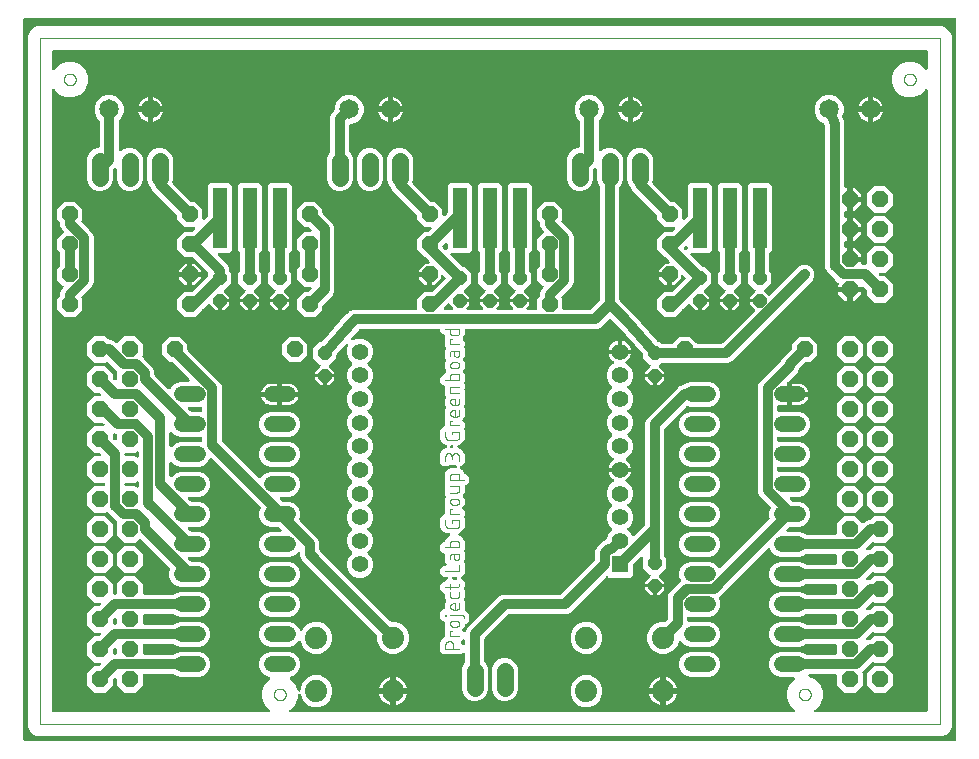
<source format=gtl>
G04 EAGLE Gerber RS-274X export*
G75*
%MOMM*%
%FSLAX34Y34*%
%LPD*%
%INTop Copper*%
%IPPOS*%
%AMOC8*
5,1,8,0,0,1.08239X$1,22.5*%
G01*
%ADD10C,0.000000*%
%ADD11C,0.101600*%
%ADD12P,1.429621X8X202.500000*%
%ADD13C,1.879600*%
%ADD14C,1.422400*%
%ADD15R,1.422400X1.422400*%
%ADD16C,1.320800*%
%ADD17R,1.270000X5.080000*%
%ADD18P,1.429621X8X22.500000*%
%ADD19P,1.209679X8X112.500000*%
%ADD20P,1.539592X8X292.500000*%
%ADD21P,1.539592X8X112.500000*%
%ADD22C,1.422400*%
%ADD23C,1.650000*%
%ADD24C,0.756400*%
%ADD25C,0.812800*%

G36*
X571618Y176546D02*
X571618Y176546D01*
X571737Y176553D01*
X571775Y176566D01*
X571816Y176571D01*
X571926Y176614D01*
X572039Y176651D01*
X572074Y176673D01*
X572111Y176688D01*
X572207Y176758D01*
X572308Y176821D01*
X572336Y176851D01*
X572369Y176874D01*
X572445Y176966D01*
X572526Y177053D01*
X572546Y177088D01*
X572571Y177119D01*
X572622Y177227D01*
X572680Y177331D01*
X572690Y177371D01*
X572707Y177407D01*
X572729Y177524D01*
X572759Y177639D01*
X572763Y177700D01*
X572767Y177720D01*
X572765Y177740D01*
X572769Y177800D01*
X572769Y787400D01*
X572754Y787518D01*
X572747Y787637D01*
X572734Y787675D01*
X572729Y787716D01*
X572686Y787826D01*
X572649Y787939D01*
X572627Y787974D01*
X572612Y788011D01*
X572543Y788107D01*
X572479Y788208D01*
X572449Y788236D01*
X572426Y788269D01*
X572334Y788345D01*
X572247Y788426D01*
X572212Y788446D01*
X572181Y788471D01*
X572073Y788522D01*
X571969Y788580D01*
X571929Y788590D01*
X571893Y788607D01*
X571776Y788629D01*
X571661Y788659D01*
X571601Y788663D01*
X571581Y788667D01*
X571560Y788665D01*
X571500Y788669D01*
X-215900Y788669D01*
X-216018Y788654D01*
X-216137Y788647D01*
X-216175Y788634D01*
X-216216Y788629D01*
X-216326Y788586D01*
X-216439Y788549D01*
X-216474Y788527D01*
X-216511Y788512D01*
X-216607Y788443D01*
X-216708Y788379D01*
X-216736Y788349D01*
X-216769Y788326D01*
X-216845Y788234D01*
X-216926Y788147D01*
X-216946Y788112D01*
X-216971Y788081D01*
X-217022Y787973D01*
X-217080Y787869D01*
X-217090Y787829D01*
X-217107Y787793D01*
X-217129Y787676D01*
X-217159Y787561D01*
X-217163Y787501D01*
X-217167Y787481D01*
X-217165Y787460D01*
X-217169Y787400D01*
X-217169Y177800D01*
X-217154Y177682D01*
X-217147Y177563D01*
X-217134Y177525D01*
X-217129Y177484D01*
X-217086Y177374D01*
X-217049Y177261D01*
X-217027Y177226D01*
X-217012Y177189D01*
X-216943Y177093D01*
X-216879Y176992D01*
X-216849Y176964D01*
X-216826Y176931D01*
X-216734Y176856D01*
X-216647Y176774D01*
X-216612Y176754D01*
X-216581Y176729D01*
X-216473Y176678D01*
X-216369Y176620D01*
X-216329Y176610D01*
X-216293Y176593D01*
X-216176Y176571D01*
X-216061Y176541D01*
X-216001Y176537D01*
X-215981Y176533D01*
X-215960Y176535D01*
X-215900Y176531D01*
X571500Y176531D01*
X571618Y176546D01*
G37*
%LPC*%
G36*
X-205221Y180339D02*
X-205221Y180339D01*
X-208956Y181886D01*
X-211814Y184744D01*
X-213361Y188479D01*
X-213361Y773421D01*
X-211814Y777156D01*
X-208956Y780014D01*
X-205221Y781561D01*
X560621Y781561D01*
X564356Y780014D01*
X567214Y777156D01*
X568761Y773421D01*
X568761Y188479D01*
X567214Y184744D01*
X564356Y181886D01*
X560621Y180339D01*
X-205221Y180339D01*
G37*
%LPD*%
G36*
X-9137Y200670D02*
X-9137Y200670D01*
X-9068Y200668D01*
X-8980Y200689D01*
X-8891Y200701D01*
X-8826Y200726D01*
X-8758Y200743D01*
X-8679Y200785D01*
X-8596Y200818D01*
X-8539Y200859D01*
X-8477Y200891D01*
X-8411Y200952D01*
X-8338Y201004D01*
X-8294Y201058D01*
X-8242Y201105D01*
X-8193Y201180D01*
X-8136Y201249D01*
X-8106Y201313D01*
X-8067Y201371D01*
X-8038Y201456D01*
X-8000Y201537D01*
X-7987Y201606D01*
X-7964Y201672D01*
X-7957Y201762D01*
X-7940Y201849D01*
X-7945Y201919D01*
X-7939Y201989D01*
X-7954Y202078D01*
X-7960Y202167D01*
X-7982Y202233D01*
X-7994Y202302D01*
X-8030Y202384D01*
X-8058Y202469D01*
X-8095Y202529D01*
X-8124Y202592D01*
X-8180Y202662D01*
X-8228Y202738D01*
X-8279Y202786D01*
X-8323Y202841D01*
X-8394Y202895D01*
X-8460Y202956D01*
X-8521Y202990D01*
X-8558Y203018D01*
X-12853Y207312D01*
X-15161Y212884D01*
X-15161Y218916D01*
X-12853Y224488D01*
X-8608Y228733D01*
X-8577Y228772D01*
X-8541Y228805D01*
X-8480Y228897D01*
X-8413Y228984D01*
X-8393Y229030D01*
X-8366Y229071D01*
X-8330Y229175D01*
X-8287Y229276D01*
X-8279Y229325D01*
X-8263Y229372D01*
X-8254Y229481D01*
X-8237Y229590D01*
X-8241Y229639D01*
X-8237Y229689D01*
X-8256Y229797D01*
X-8267Y229907D01*
X-8283Y229953D01*
X-8292Y230002D01*
X-8337Y230102D01*
X-8374Y230206D01*
X-8402Y230247D01*
X-8422Y230292D01*
X-8491Y230378D01*
X-8553Y230469D01*
X-8590Y230502D01*
X-8621Y230541D01*
X-8709Y230607D01*
X-8791Y230679D01*
X-8835Y230702D01*
X-8875Y230732D01*
X-9020Y230803D01*
X-12647Y232305D01*
X-15649Y235307D01*
X-17273Y239228D01*
X-17273Y243472D01*
X-15649Y247393D01*
X-12647Y250395D01*
X-8726Y252019D01*
X8726Y252019D01*
X12647Y250395D01*
X15649Y247393D01*
X17273Y243472D01*
X17273Y239228D01*
X15649Y235307D01*
X12647Y232305D01*
X9020Y230803D01*
X8977Y230778D01*
X8930Y230761D01*
X8839Y230700D01*
X8743Y230645D01*
X8708Y230611D01*
X8667Y230583D01*
X8594Y230500D01*
X8515Y230424D01*
X8489Y230382D01*
X8456Y230344D01*
X8406Y230246D01*
X8349Y230153D01*
X8334Y230105D01*
X8311Y230061D01*
X8287Y229954D01*
X8255Y229849D01*
X8253Y229799D01*
X8242Y229751D01*
X8245Y229641D01*
X8240Y229531D01*
X8250Y229483D01*
X8251Y229433D01*
X8282Y229327D01*
X8304Y229220D01*
X8326Y229175D01*
X8340Y229127D01*
X8396Y229033D01*
X8444Y228934D01*
X8476Y228896D01*
X8501Y228854D01*
X8608Y228733D01*
X12853Y224488D01*
X15083Y219102D01*
X15118Y219042D01*
X15144Y218977D01*
X15196Y218904D01*
X15241Y218826D01*
X15289Y218776D01*
X15330Y218720D01*
X15400Y218662D01*
X15462Y218598D01*
X15522Y218561D01*
X15575Y218517D01*
X15657Y218478D01*
X15733Y218431D01*
X15800Y218411D01*
X15863Y218381D01*
X15951Y218364D01*
X16037Y218338D01*
X16107Y218335D01*
X16176Y218321D01*
X16265Y218327D01*
X16355Y218323D01*
X16423Y218337D01*
X16493Y218341D01*
X16578Y218369D01*
X16666Y218387D01*
X16729Y218418D01*
X16795Y218439D01*
X16871Y218487D01*
X16952Y218527D01*
X17005Y218572D01*
X17064Y218609D01*
X17126Y218675D01*
X17194Y218733D01*
X17234Y218790D01*
X17282Y218841D01*
X17325Y218920D01*
X17377Y218993D01*
X17402Y219058D01*
X17436Y219119D01*
X17458Y219206D01*
X17490Y219290D01*
X17498Y219360D01*
X17515Y219427D01*
X17525Y219588D01*
X17525Y221372D01*
X19575Y226320D01*
X23362Y230107D01*
X28310Y232157D01*
X33666Y232157D01*
X38614Y230107D01*
X42401Y226320D01*
X44451Y221372D01*
X44451Y216016D01*
X42401Y211068D01*
X38614Y207281D01*
X33666Y205231D01*
X28310Y205231D01*
X23362Y207281D01*
X19575Y211068D01*
X17603Y215829D01*
X17568Y215890D01*
X17542Y215955D01*
X17490Y216028D01*
X17445Y216106D01*
X17397Y216156D01*
X17356Y216212D01*
X17286Y216270D01*
X17224Y216334D01*
X17164Y216370D01*
X17111Y216415D01*
X17029Y216453D01*
X16953Y216500D01*
X16886Y216521D01*
X16823Y216551D01*
X16735Y216567D01*
X16649Y216594D01*
X16579Y216597D01*
X16510Y216610D01*
X16421Y216605D01*
X16331Y216609D01*
X16263Y216595D01*
X16193Y216591D01*
X16108Y216563D01*
X16020Y216545D01*
X15957Y216514D01*
X15891Y216493D01*
X15815Y216445D01*
X15734Y216405D01*
X15681Y216360D01*
X15622Y216322D01*
X15560Y216257D01*
X15492Y216199D01*
X15452Y216142D01*
X15404Y216091D01*
X15361Y216012D01*
X15309Y215939D01*
X15284Y215873D01*
X15250Y215812D01*
X15228Y215725D01*
X15196Y215641D01*
X15188Y215572D01*
X15171Y215504D01*
X15161Y215344D01*
X15161Y212884D01*
X12853Y207312D01*
X8549Y203008D01*
X8523Y202990D01*
X8445Y202945D01*
X8395Y202897D01*
X8338Y202856D01*
X8281Y202786D01*
X8217Y202724D01*
X8180Y202665D01*
X8136Y202611D01*
X8097Y202529D01*
X8050Y202453D01*
X8030Y202386D01*
X8000Y202323D01*
X7983Y202235D01*
X7957Y202149D01*
X7953Y202079D01*
X7940Y202010D01*
X7946Y201921D01*
X7942Y201831D01*
X7956Y201763D01*
X7960Y201693D01*
X7988Y201608D01*
X8006Y201520D01*
X8036Y201457D01*
X8058Y201391D01*
X8106Y201315D01*
X8145Y201234D01*
X8191Y201181D01*
X8228Y201122D01*
X8294Y201060D01*
X8352Y200992D01*
X8409Y200952D01*
X8460Y200904D01*
X8538Y200861D01*
X8612Y200809D01*
X8677Y200784D01*
X8738Y200750D01*
X8825Y200728D01*
X8909Y200696D01*
X8979Y200688D01*
X9046Y200671D01*
X9207Y200661D01*
X435293Y200661D01*
X435363Y200670D01*
X435432Y200668D01*
X435520Y200689D01*
X435609Y200701D01*
X435674Y200726D01*
X435742Y200743D01*
X435821Y200785D01*
X435904Y200818D01*
X435961Y200859D01*
X436023Y200891D01*
X436089Y200952D01*
X436162Y201004D01*
X436206Y201058D01*
X436258Y201105D01*
X436307Y201180D01*
X436364Y201249D01*
X436394Y201313D01*
X436433Y201371D01*
X436462Y201456D01*
X436500Y201537D01*
X436513Y201606D01*
X436536Y201672D01*
X436543Y201762D01*
X436560Y201849D01*
X436555Y201919D01*
X436561Y201989D01*
X436546Y202078D01*
X436540Y202167D01*
X436518Y202233D01*
X436506Y202302D01*
X436470Y202384D01*
X436442Y202469D01*
X436405Y202529D01*
X436376Y202592D01*
X436320Y202662D01*
X436272Y202738D01*
X436221Y202786D01*
X436177Y202841D01*
X436106Y202895D01*
X436040Y202956D01*
X435979Y202990D01*
X435942Y203018D01*
X431647Y207312D01*
X429339Y212884D01*
X429339Y218916D01*
X431647Y224488D01*
X435674Y228515D01*
X435759Y228624D01*
X435848Y228731D01*
X435857Y228750D01*
X435869Y228766D01*
X435924Y228894D01*
X435983Y229019D01*
X435987Y229039D01*
X435995Y229058D01*
X436017Y229196D01*
X436043Y229332D01*
X436042Y229352D01*
X436045Y229372D01*
X436032Y229511D01*
X436023Y229649D01*
X436017Y229668D01*
X436015Y229688D01*
X435968Y229820D01*
X435925Y229951D01*
X435915Y229969D01*
X435908Y229988D01*
X435830Y230103D01*
X435755Y230220D01*
X435740Y230234D01*
X435729Y230251D01*
X435625Y230343D01*
X435524Y230438D01*
X435506Y230448D01*
X435491Y230461D01*
X435367Y230525D01*
X435245Y230592D01*
X435226Y230597D01*
X435207Y230606D01*
X435072Y230636D01*
X434937Y230671D01*
X434909Y230673D01*
X434897Y230676D01*
X434877Y230675D01*
X434777Y230681D01*
X423074Y230681D01*
X419153Y232305D01*
X416151Y235307D01*
X414527Y239228D01*
X414527Y243472D01*
X416151Y247393D01*
X419153Y250395D01*
X423074Y252019D01*
X440526Y252019D01*
X444447Y250395D01*
X444991Y249850D01*
X445070Y249790D01*
X445142Y249722D01*
X445195Y249693D01*
X445243Y249656D01*
X445334Y249616D01*
X445420Y249568D01*
X445479Y249553D01*
X445535Y249529D01*
X445632Y249514D01*
X445728Y249489D01*
X445828Y249483D01*
X445849Y249479D01*
X445861Y249481D01*
X445889Y249479D01*
X470154Y249479D01*
X470272Y249494D01*
X470391Y249501D01*
X470429Y249514D01*
X470470Y249519D01*
X470580Y249562D01*
X470693Y249599D01*
X470728Y249621D01*
X470765Y249636D01*
X470861Y249705D01*
X470962Y249769D01*
X470990Y249799D01*
X471023Y249822D01*
X471099Y249914D01*
X471180Y250001D01*
X471200Y250036D01*
X471225Y250067D01*
X471276Y250175D01*
X471334Y250279D01*
X471344Y250319D01*
X471361Y250355D01*
X471383Y250472D01*
X471413Y250587D01*
X471417Y250647D01*
X471421Y250667D01*
X471419Y250688D01*
X471423Y250748D01*
X471423Y257352D01*
X471408Y257470D01*
X471401Y257589D01*
X471388Y257627D01*
X471383Y257668D01*
X471340Y257778D01*
X471303Y257891D01*
X471281Y257926D01*
X471266Y257963D01*
X471197Y258059D01*
X471133Y258160D01*
X471103Y258188D01*
X471080Y258221D01*
X470988Y258297D01*
X470901Y258378D01*
X470866Y258398D01*
X470835Y258423D01*
X470727Y258474D01*
X470623Y258532D01*
X470583Y258542D01*
X470547Y258559D01*
X470430Y258581D01*
X470315Y258611D01*
X470255Y258615D01*
X470235Y258619D01*
X470214Y258617D01*
X470154Y258621D01*
X445889Y258621D01*
X445791Y258609D01*
X445692Y258606D01*
X445633Y258589D01*
X445573Y258581D01*
X445481Y258545D01*
X445386Y258517D01*
X445334Y258487D01*
X445278Y258464D01*
X445198Y258406D01*
X445112Y258356D01*
X445037Y258290D01*
X445020Y258278D01*
X445013Y258268D01*
X444991Y258250D01*
X444447Y257705D01*
X440526Y256081D01*
X423074Y256081D01*
X419153Y257705D01*
X416151Y260707D01*
X414527Y264628D01*
X414527Y268872D01*
X416151Y272793D01*
X419153Y275795D01*
X423074Y277419D01*
X440526Y277419D01*
X444447Y275795D01*
X444991Y275250D01*
X445070Y275190D01*
X445142Y275122D01*
X445195Y275093D01*
X445243Y275056D01*
X445334Y275016D01*
X445420Y274968D01*
X445479Y274953D01*
X445535Y274929D01*
X445632Y274914D01*
X445728Y274889D01*
X445828Y274883D01*
X445849Y274879D01*
X445861Y274881D01*
X445889Y274879D01*
X470154Y274879D01*
X470272Y274894D01*
X470391Y274901D01*
X470429Y274914D01*
X470470Y274919D01*
X470580Y274962D01*
X470693Y274999D01*
X470728Y275021D01*
X470765Y275036D01*
X470861Y275105D01*
X470962Y275169D01*
X470990Y275199D01*
X471023Y275222D01*
X471099Y275314D01*
X471180Y275401D01*
X471200Y275436D01*
X471225Y275467D01*
X471276Y275575D01*
X471334Y275679D01*
X471344Y275719D01*
X471361Y275755D01*
X471383Y275872D01*
X471413Y275987D01*
X471417Y276047D01*
X471421Y276067D01*
X471419Y276088D01*
X471423Y276148D01*
X471423Y282752D01*
X471408Y282870D01*
X471401Y282989D01*
X471388Y283027D01*
X471383Y283068D01*
X471340Y283178D01*
X471303Y283291D01*
X471281Y283326D01*
X471266Y283363D01*
X471197Y283459D01*
X471133Y283560D01*
X471103Y283588D01*
X471080Y283621D01*
X470988Y283697D01*
X470901Y283778D01*
X470866Y283798D01*
X470835Y283823D01*
X470727Y283874D01*
X470623Y283932D01*
X470583Y283942D01*
X470547Y283959D01*
X470430Y283981D01*
X470315Y284011D01*
X470255Y284015D01*
X470235Y284019D01*
X470214Y284017D01*
X470154Y284021D01*
X445889Y284021D01*
X445791Y284009D01*
X445692Y284006D01*
X445633Y283989D01*
X445573Y283981D01*
X445481Y283945D01*
X445386Y283917D01*
X445334Y283887D01*
X445278Y283864D01*
X445198Y283806D01*
X445112Y283756D01*
X445037Y283690D01*
X445020Y283678D01*
X445013Y283668D01*
X444991Y283650D01*
X444447Y283105D01*
X440526Y281481D01*
X423074Y281481D01*
X419153Y283105D01*
X416151Y286107D01*
X414527Y290028D01*
X414527Y294272D01*
X416151Y298193D01*
X419153Y301195D01*
X423074Y302819D01*
X440526Y302819D01*
X444447Y301195D01*
X444991Y300650D01*
X445070Y300590D01*
X445142Y300522D01*
X445195Y300493D01*
X445243Y300456D01*
X445334Y300416D01*
X445420Y300368D01*
X445479Y300353D01*
X445535Y300329D01*
X445632Y300314D01*
X445728Y300289D01*
X445828Y300283D01*
X445849Y300279D01*
X445861Y300281D01*
X445889Y300279D01*
X470154Y300279D01*
X470272Y300294D01*
X470391Y300301D01*
X470429Y300314D01*
X470470Y300319D01*
X470580Y300362D01*
X470693Y300399D01*
X470728Y300421D01*
X470765Y300436D01*
X470861Y300505D01*
X470962Y300569D01*
X470990Y300599D01*
X471023Y300622D01*
X471099Y300714D01*
X471180Y300801D01*
X471200Y300836D01*
X471225Y300867D01*
X471276Y300975D01*
X471334Y301079D01*
X471344Y301119D01*
X471361Y301155D01*
X471383Y301272D01*
X471413Y301387D01*
X471417Y301447D01*
X471421Y301467D01*
X471419Y301488D01*
X471423Y301548D01*
X471423Y308152D01*
X471408Y308270D01*
X471401Y308389D01*
X471388Y308427D01*
X471383Y308468D01*
X471340Y308578D01*
X471303Y308691D01*
X471281Y308726D01*
X471266Y308763D01*
X471197Y308859D01*
X471133Y308960D01*
X471103Y308988D01*
X471080Y309021D01*
X470988Y309097D01*
X470901Y309178D01*
X470866Y309198D01*
X470835Y309223D01*
X470727Y309274D01*
X470623Y309332D01*
X470583Y309342D01*
X470547Y309359D01*
X470430Y309381D01*
X470315Y309411D01*
X470255Y309415D01*
X470235Y309419D01*
X470214Y309417D01*
X470154Y309421D01*
X445889Y309421D01*
X445791Y309409D01*
X445692Y309406D01*
X445633Y309389D01*
X445573Y309381D01*
X445481Y309345D01*
X445386Y309317D01*
X445334Y309287D01*
X445278Y309264D01*
X445198Y309206D01*
X445112Y309156D01*
X445037Y309090D01*
X445020Y309078D01*
X445013Y309068D01*
X444991Y309050D01*
X444447Y308505D01*
X440526Y306881D01*
X423074Y306881D01*
X419153Y308505D01*
X416151Y311507D01*
X414527Y315428D01*
X414527Y319672D01*
X416151Y323593D01*
X419153Y326595D01*
X423074Y328219D01*
X440526Y328219D01*
X444447Y326595D01*
X444991Y326050D01*
X445070Y325990D01*
X445142Y325922D01*
X445195Y325893D01*
X445243Y325856D01*
X445334Y325816D01*
X445420Y325768D01*
X445479Y325753D01*
X445535Y325729D01*
X445632Y325714D01*
X445728Y325689D01*
X445828Y325683D01*
X445849Y325679D01*
X445861Y325681D01*
X445889Y325679D01*
X470154Y325679D01*
X470272Y325694D01*
X470391Y325701D01*
X470429Y325714D01*
X470470Y325719D01*
X470580Y325762D01*
X470693Y325799D01*
X470728Y325821D01*
X470765Y325836D01*
X470861Y325905D01*
X470962Y325969D01*
X470990Y325999D01*
X471023Y326022D01*
X471099Y326114D01*
X471180Y326201D01*
X471200Y326236D01*
X471225Y326267D01*
X471276Y326375D01*
X471334Y326479D01*
X471344Y326519D01*
X471361Y326555D01*
X471383Y326672D01*
X471413Y326787D01*
X471417Y326847D01*
X471421Y326867D01*
X471419Y326888D01*
X471423Y326948D01*
X471423Y333552D01*
X471408Y333670D01*
X471401Y333789D01*
X471388Y333827D01*
X471383Y333868D01*
X471340Y333978D01*
X471303Y334091D01*
X471281Y334126D01*
X471266Y334163D01*
X471197Y334259D01*
X471133Y334360D01*
X471103Y334388D01*
X471080Y334421D01*
X470988Y334497D01*
X470901Y334578D01*
X470866Y334598D01*
X470835Y334623D01*
X470727Y334674D01*
X470623Y334732D01*
X470583Y334742D01*
X470547Y334759D01*
X470430Y334781D01*
X470315Y334811D01*
X470255Y334815D01*
X470235Y334819D01*
X470214Y334817D01*
X470154Y334821D01*
X445889Y334821D01*
X445791Y334809D01*
X445692Y334806D01*
X445633Y334789D01*
X445573Y334781D01*
X445481Y334745D01*
X445386Y334717D01*
X445334Y334687D01*
X445278Y334664D01*
X445198Y334606D01*
X445112Y334556D01*
X445037Y334490D01*
X445020Y334478D01*
X445013Y334468D01*
X444991Y334450D01*
X444447Y333905D01*
X440526Y332281D01*
X423074Y332281D01*
X419153Y333905D01*
X416151Y336907D01*
X415164Y339290D01*
X415140Y339333D01*
X415123Y339380D01*
X415061Y339471D01*
X415007Y339567D01*
X414972Y339602D01*
X414944Y339643D01*
X414862Y339716D01*
X414785Y339795D01*
X414743Y339821D01*
X414706Y339854D01*
X414608Y339904D01*
X414514Y339961D01*
X414467Y339976D01*
X414422Y339998D01*
X414315Y340023D01*
X414210Y340055D01*
X414161Y340057D01*
X414112Y340068D01*
X414002Y340065D01*
X413893Y340070D01*
X413844Y340060D01*
X413794Y340058D01*
X413689Y340028D01*
X413581Y340006D01*
X413536Y339984D01*
X413489Y339970D01*
X413394Y339914D01*
X413295Y339866D01*
X413258Y339834D01*
X413215Y339809D01*
X413094Y339702D01*
X374324Y300932D01*
X371947Y298555D01*
X371929Y298532D01*
X371906Y298512D01*
X371832Y298406D01*
X371752Y298304D01*
X371740Y298276D01*
X371723Y298252D01*
X371677Y298131D01*
X371626Y298012D01*
X371621Y297983D01*
X371610Y297955D01*
X371596Y297826D01*
X371576Y297698D01*
X371578Y297668D01*
X371575Y297639D01*
X371593Y297510D01*
X371606Y297381D01*
X371616Y297353D01*
X371620Y297324D01*
X371672Y297172D01*
X372873Y294272D01*
X372873Y290028D01*
X371249Y286107D01*
X368247Y283105D01*
X364326Y281481D01*
X346874Y281481D01*
X346688Y281558D01*
X346640Y281572D01*
X346595Y281593D01*
X346487Y281613D01*
X346381Y281642D01*
X346331Y281643D01*
X346282Y281652D01*
X346173Y281646D01*
X346063Y281647D01*
X346015Y281636D01*
X345965Y281633D01*
X345861Y281599D01*
X345754Y281573D01*
X345710Y281550D01*
X345663Y281535D01*
X345570Y281476D01*
X345473Y281424D01*
X345436Y281391D01*
X345394Y281364D01*
X345319Y281284D01*
X345237Y281211D01*
X345210Y281169D01*
X345176Y281133D01*
X345123Y281037D01*
X345063Y280945D01*
X345046Y280898D01*
X345022Y280854D01*
X344995Y280748D01*
X344959Y280644D01*
X344955Y280594D01*
X344943Y280546D01*
X344933Y280386D01*
X344933Y278514D01*
X344939Y278465D01*
X344937Y278415D01*
X344959Y278308D01*
X344973Y278199D01*
X344991Y278152D01*
X345001Y278104D01*
X345049Y278005D01*
X345090Y277903D01*
X345119Y277863D01*
X345141Y277818D01*
X345212Y277735D01*
X345276Y277646D01*
X345315Y277614D01*
X345347Y277576D01*
X345437Y277513D01*
X345521Y277443D01*
X345566Y277422D01*
X345607Y277393D01*
X345710Y277354D01*
X345809Y277307D01*
X345858Y277298D01*
X345904Y277280D01*
X346014Y277268D01*
X346121Y277248D01*
X346171Y277251D01*
X346220Y277245D01*
X346329Y277261D01*
X346439Y277267D01*
X346486Y277283D01*
X346535Y277290D01*
X346688Y277342D01*
X346874Y277419D01*
X364326Y277419D01*
X368247Y275795D01*
X371249Y272793D01*
X372873Y268872D01*
X372873Y264628D01*
X371249Y260707D01*
X368247Y257705D01*
X364326Y256081D01*
X346874Y256081D01*
X342953Y257705D01*
X339815Y260843D01*
X339776Y260874D01*
X339742Y260910D01*
X339650Y260971D01*
X339564Y261038D01*
X339518Y261058D01*
X339477Y261085D01*
X339373Y261121D01*
X339272Y261165D01*
X339223Y261172D01*
X339176Y261188D01*
X339066Y261197D01*
X338958Y261214D01*
X338908Y261210D01*
X338859Y261214D01*
X338750Y261195D01*
X338641Y261185D01*
X338594Y261168D01*
X338545Y261159D01*
X338445Y261114D01*
X338342Y261077D01*
X338301Y261049D01*
X338255Y261029D01*
X338170Y260960D01*
X338079Y260898D01*
X338046Y260861D01*
X338007Y260830D01*
X337941Y260742D01*
X337868Y260660D01*
X337846Y260616D01*
X337816Y260576D01*
X337745Y260431D01*
X336025Y256280D01*
X332238Y252493D01*
X327290Y250443D01*
X321934Y250443D01*
X316986Y252493D01*
X313199Y256280D01*
X311149Y261228D01*
X311149Y266584D01*
X313199Y271532D01*
X316986Y275319D01*
X321934Y277369D01*
X326053Y277369D01*
X326151Y277381D01*
X326250Y277384D01*
X326309Y277401D01*
X326369Y277409D01*
X326461Y277445D01*
X326556Y277473D01*
X326608Y277503D01*
X326664Y277526D01*
X326744Y277584D01*
X326830Y277634D01*
X326905Y277700D01*
X326922Y277712D01*
X326930Y277722D01*
X326951Y277740D01*
X328304Y279093D01*
X328364Y279172D01*
X328432Y279244D01*
X328461Y279297D01*
X328498Y279345D01*
X328538Y279436D01*
X328586Y279522D01*
X328601Y279581D01*
X328625Y279636D01*
X328640Y279734D01*
X328665Y279830D01*
X328671Y279930D01*
X328675Y279951D01*
X328673Y279963D01*
X328675Y279991D01*
X328675Y298817D01*
X329913Y301805D01*
X339253Y311145D01*
X339271Y311168D01*
X339294Y311188D01*
X339368Y311294D01*
X339448Y311396D01*
X339460Y311424D01*
X339477Y311448D01*
X339523Y311569D01*
X339574Y311688D01*
X339579Y311717D01*
X339590Y311745D01*
X339604Y311874D01*
X339624Y312002D01*
X339622Y312032D01*
X339625Y312061D01*
X339607Y312190D01*
X339594Y312319D01*
X339584Y312347D01*
X339580Y312376D01*
X339528Y312528D01*
X338327Y315428D01*
X338327Y319672D01*
X339951Y323593D01*
X342953Y326595D01*
X346874Y328219D01*
X364326Y328219D01*
X368247Y326595D01*
X371249Y323593D01*
X371326Y323407D01*
X371350Y323364D01*
X371367Y323317D01*
X371429Y323226D01*
X371483Y323131D01*
X371518Y323095D01*
X371546Y323054D01*
X371628Y322981D01*
X371704Y322903D01*
X371747Y322876D01*
X371784Y322844D01*
X371882Y322794D01*
X371976Y322736D01*
X372023Y322722D01*
X372067Y322699D01*
X372174Y322675D01*
X372279Y322643D01*
X372329Y322640D01*
X372378Y322629D01*
X372487Y322633D01*
X372597Y322627D01*
X372646Y322638D01*
X372695Y322639D01*
X372801Y322670D01*
X372909Y322692D01*
X372953Y322714D01*
X373001Y322727D01*
X373096Y322783D01*
X373194Y322832D01*
X373232Y322864D01*
X373275Y322889D01*
X373396Y322995D01*
X414543Y364143D01*
X414561Y364166D01*
X414584Y364185D01*
X414658Y364291D01*
X414738Y364394D01*
X414750Y364421D01*
X414767Y364445D01*
X414813Y364566D01*
X414864Y364686D01*
X414869Y364715D01*
X414879Y364743D01*
X414894Y364871D01*
X414914Y365000D01*
X414911Y365029D01*
X414915Y365059D01*
X414896Y365187D01*
X414884Y365316D01*
X414874Y365344D01*
X414870Y365373D01*
X414818Y365526D01*
X414527Y366228D01*
X414527Y370472D01*
X415728Y373372D01*
X415736Y373400D01*
X415750Y373426D01*
X415778Y373553D01*
X415812Y373678D01*
X415813Y373708D01*
X415819Y373737D01*
X415815Y373867D01*
X415817Y373996D01*
X415810Y374025D01*
X415810Y374055D01*
X415773Y374179D01*
X415743Y374306D01*
X415729Y374332D01*
X415721Y374360D01*
X415655Y374472D01*
X415594Y374587D01*
X415575Y374609D01*
X415560Y374634D01*
X415453Y374755D01*
X406113Y384095D01*
X404875Y387083D01*
X404875Y476617D01*
X406113Y479605D01*
X408578Y482070D01*
X423667Y497159D01*
X423673Y497166D01*
X423680Y497172D01*
X423770Y497291D01*
X423862Y497410D01*
X423866Y497419D01*
X423871Y497426D01*
X423942Y497571D01*
X424909Y499905D01*
X433460Y508455D01*
X433520Y508534D01*
X433588Y508606D01*
X433617Y508659D01*
X433654Y508707D01*
X433694Y508798D01*
X433742Y508884D01*
X433757Y508943D01*
X433781Y508998D01*
X433796Y509096D01*
X433821Y509192D01*
X433827Y509292D01*
X433831Y509313D01*
X433829Y509325D01*
X433831Y509353D01*
X433831Y512419D01*
X440081Y518669D01*
X448919Y518669D01*
X455169Y512419D01*
X455169Y503581D01*
X448919Y497331D01*
X445853Y497331D01*
X445755Y497319D01*
X445656Y497316D01*
X445597Y497299D01*
X445537Y497291D01*
X445445Y497255D01*
X445350Y497227D01*
X445298Y497197D01*
X445242Y497174D01*
X445162Y497116D01*
X445076Y497066D01*
X445001Y497000D01*
X444984Y496988D01*
X444976Y496978D01*
X444955Y496960D01*
X439933Y491937D01*
X439927Y491930D01*
X439920Y491924D01*
X439830Y491805D01*
X439738Y491686D01*
X439734Y491678D01*
X439729Y491670D01*
X439658Y491526D01*
X438691Y489192D01*
X430140Y480641D01*
X430080Y480563D01*
X430012Y480490D01*
X429983Y480437D01*
X429946Y480390D01*
X429906Y480299D01*
X429858Y480212D01*
X429843Y480153D01*
X429819Y480098D01*
X429804Y480000D01*
X429779Y479904D01*
X429773Y479804D01*
X429769Y479784D01*
X429770Y479771D01*
X429769Y479743D01*
X429769Y470712D01*
X429784Y470594D01*
X429791Y470475D01*
X429803Y470437D01*
X429809Y470397D01*
X429852Y470286D01*
X429889Y470173D01*
X429911Y470139D01*
X429926Y470101D01*
X429995Y470005D01*
X430028Y469953D01*
X430012Y469935D01*
X429992Y469900D01*
X429967Y469868D01*
X429916Y469761D01*
X429858Y469656D01*
X429848Y469617D01*
X429831Y469581D01*
X429809Y469464D01*
X429779Y469348D01*
X429775Y469288D01*
X429771Y469268D01*
X429773Y469248D01*
X429769Y469188D01*
X429769Y460805D01*
X424476Y460805D01*
X423055Y461030D01*
X422794Y461115D01*
X422629Y461147D01*
X422482Y461175D01*
X422314Y461164D01*
X422165Y461155D01*
X422000Y461101D01*
X421863Y461057D01*
X421862Y461057D01*
X421736Y460977D01*
X421594Y460887D01*
X421594Y460886D01*
X421593Y460886D01*
X421484Y460769D01*
X421376Y460655D01*
X421291Y460501D01*
X421222Y460377D01*
X421222Y460376D01*
X421171Y460177D01*
X421143Y460069D01*
X421143Y460068D01*
X421143Y460067D01*
X421133Y459908D01*
X421133Y456314D01*
X421139Y456265D01*
X421137Y456215D01*
X421159Y456108D01*
X421173Y455999D01*
X421191Y455952D01*
X421201Y455904D01*
X421249Y455805D01*
X421290Y455703D01*
X421319Y455663D01*
X421341Y455618D01*
X421412Y455535D01*
X421476Y455446D01*
X421515Y455414D01*
X421547Y455376D01*
X421637Y455313D01*
X421721Y455243D01*
X421766Y455222D01*
X421807Y455193D01*
X421910Y455154D01*
X422009Y455107D01*
X422058Y455098D01*
X422104Y455080D01*
X422214Y455068D01*
X422321Y455048D01*
X422371Y455051D01*
X422420Y455045D01*
X422529Y455061D01*
X422639Y455067D01*
X422686Y455083D01*
X422735Y455090D01*
X422888Y455142D01*
X423074Y455219D01*
X440526Y455219D01*
X444447Y453595D01*
X447449Y450593D01*
X449073Y446672D01*
X449073Y442428D01*
X447449Y438507D01*
X444447Y435505D01*
X440526Y433881D01*
X423074Y433881D01*
X422888Y433958D01*
X422840Y433972D01*
X422795Y433993D01*
X422687Y434013D01*
X422581Y434042D01*
X422531Y434043D01*
X422482Y434052D01*
X422373Y434046D01*
X422263Y434047D01*
X422215Y434036D01*
X422165Y434033D01*
X422061Y433999D01*
X421954Y433973D01*
X421910Y433950D01*
X421863Y433935D01*
X421770Y433876D01*
X421673Y433824D01*
X421636Y433791D01*
X421594Y433764D01*
X421519Y433684D01*
X421437Y433611D01*
X421410Y433569D01*
X421376Y433533D01*
X421323Y433437D01*
X421263Y433345D01*
X421246Y433298D01*
X421222Y433254D01*
X421195Y433148D01*
X421159Y433044D01*
X421155Y432994D01*
X421143Y432946D01*
X421133Y432786D01*
X421133Y430914D01*
X421139Y430865D01*
X421137Y430815D01*
X421159Y430708D01*
X421173Y430599D01*
X421191Y430552D01*
X421201Y430504D01*
X421249Y430405D01*
X421290Y430303D01*
X421319Y430263D01*
X421341Y430218D01*
X421412Y430135D01*
X421476Y430046D01*
X421515Y430014D01*
X421547Y429976D01*
X421637Y429913D01*
X421721Y429843D01*
X421766Y429822D01*
X421807Y429793D01*
X421910Y429754D01*
X422009Y429707D01*
X422058Y429698D01*
X422104Y429680D01*
X422214Y429668D01*
X422321Y429648D01*
X422371Y429651D01*
X422420Y429645D01*
X422529Y429661D01*
X422639Y429667D01*
X422686Y429683D01*
X422735Y429690D01*
X422888Y429742D01*
X423074Y429819D01*
X440526Y429819D01*
X444447Y428195D01*
X447449Y425193D01*
X449073Y421272D01*
X449073Y417028D01*
X447449Y413107D01*
X444447Y410105D01*
X440526Y408481D01*
X423074Y408481D01*
X422888Y408558D01*
X422840Y408572D01*
X422795Y408593D01*
X422687Y408613D01*
X422581Y408642D01*
X422531Y408643D01*
X422482Y408652D01*
X422373Y408646D01*
X422263Y408647D01*
X422215Y408636D01*
X422165Y408633D01*
X422061Y408599D01*
X421954Y408573D01*
X421910Y408550D01*
X421863Y408535D01*
X421770Y408476D01*
X421673Y408424D01*
X421636Y408391D01*
X421594Y408364D01*
X421519Y408284D01*
X421437Y408211D01*
X421410Y408169D01*
X421376Y408133D01*
X421323Y408037D01*
X421263Y407945D01*
X421246Y407898D01*
X421222Y407854D01*
X421195Y407748D01*
X421159Y407644D01*
X421155Y407594D01*
X421143Y407546D01*
X421133Y407386D01*
X421133Y405514D01*
X421139Y405465D01*
X421137Y405415D01*
X421159Y405308D01*
X421173Y405199D01*
X421191Y405152D01*
X421201Y405104D01*
X421249Y405005D01*
X421290Y404903D01*
X421319Y404863D01*
X421341Y404818D01*
X421412Y404735D01*
X421476Y404646D01*
X421515Y404614D01*
X421547Y404576D01*
X421637Y404513D01*
X421721Y404443D01*
X421766Y404422D01*
X421807Y404393D01*
X421910Y404354D01*
X422009Y404307D01*
X422058Y404298D01*
X422104Y404280D01*
X422214Y404268D01*
X422321Y404248D01*
X422371Y404251D01*
X422420Y404245D01*
X422529Y404261D01*
X422639Y404267D01*
X422686Y404283D01*
X422735Y404290D01*
X422888Y404342D01*
X423074Y404419D01*
X440526Y404419D01*
X444447Y402795D01*
X447449Y399793D01*
X449073Y395872D01*
X449073Y391628D01*
X447449Y387707D01*
X444447Y384705D01*
X440526Y383081D01*
X433183Y383081D01*
X433045Y383064D01*
X432906Y383051D01*
X432887Y383044D01*
X432867Y383041D01*
X432738Y382990D01*
X432607Y382943D01*
X432590Y382932D01*
X432571Y382924D01*
X432459Y382843D01*
X432344Y382765D01*
X432330Y382749D01*
X432314Y382738D01*
X432225Y382630D01*
X432133Y382526D01*
X432124Y382508D01*
X432111Y382493D01*
X432052Y382367D01*
X431989Y382243D01*
X431984Y382223D01*
X431976Y382205D01*
X431950Y382068D01*
X431919Y381933D01*
X431920Y381912D01*
X431916Y381893D01*
X431925Y381754D01*
X431929Y381615D01*
X431934Y381595D01*
X431936Y381575D01*
X431978Y381443D01*
X432017Y381309D01*
X432027Y381292D01*
X432034Y381273D01*
X432108Y381155D01*
X432179Y381035D01*
X432197Y381014D01*
X432204Y381004D01*
X432219Y380990D01*
X432285Y380915D01*
X433809Y379390D01*
X433887Y379330D01*
X433960Y379262D01*
X434013Y379233D01*
X434060Y379196D01*
X434151Y379156D01*
X434238Y379108D01*
X434297Y379093D01*
X434352Y379069D01*
X434450Y379054D01*
X434546Y379029D01*
X434646Y379023D01*
X434666Y379019D01*
X434679Y379021D01*
X434707Y379019D01*
X440526Y379019D01*
X444447Y377395D01*
X447449Y374393D01*
X449073Y370472D01*
X449073Y366228D01*
X447449Y362307D01*
X444447Y359305D01*
X440526Y357681D01*
X431599Y357681D01*
X431501Y357669D01*
X431402Y357666D01*
X431343Y357649D01*
X431283Y357641D01*
X431191Y357605D01*
X431096Y357577D01*
X431044Y357547D01*
X430988Y357524D01*
X430908Y357466D01*
X430822Y357416D01*
X430747Y357350D01*
X430730Y357338D01*
X430723Y357328D01*
X430701Y357310D01*
X429177Y355785D01*
X429092Y355676D01*
X429003Y355569D01*
X428995Y355550D01*
X428982Y355534D01*
X428927Y355407D01*
X428868Y355281D01*
X428864Y355261D01*
X428856Y355242D01*
X428834Y355104D01*
X428808Y354968D01*
X428809Y354948D01*
X428806Y354928D01*
X428819Y354789D01*
X428828Y354651D01*
X428834Y354632D01*
X428836Y354612D01*
X428883Y354480D01*
X428926Y354349D01*
X428937Y354331D01*
X428944Y354312D01*
X429022Y354197D01*
X429096Y354080D01*
X429111Y354066D01*
X429122Y354049D01*
X429227Y353957D01*
X429328Y353862D01*
X429345Y353852D01*
X429361Y353839D01*
X429485Y353775D01*
X429606Y353708D01*
X429626Y353703D01*
X429644Y353694D01*
X429780Y353664D01*
X429914Y353629D01*
X429942Y353627D01*
X429954Y353624D01*
X429975Y353625D01*
X430075Y353619D01*
X440526Y353619D01*
X444447Y351995D01*
X444991Y351450D01*
X445070Y351390D01*
X445142Y351322D01*
X445195Y351293D01*
X445243Y351256D01*
X445334Y351216D01*
X445420Y351168D01*
X445479Y351153D01*
X445535Y351129D01*
X445632Y351114D01*
X445728Y351089D01*
X445828Y351083D01*
X445849Y351079D01*
X445861Y351081D01*
X445889Y351079D01*
X470154Y351079D01*
X470272Y351094D01*
X470391Y351101D01*
X470429Y351114D01*
X470470Y351119D01*
X470580Y351162D01*
X470693Y351199D01*
X470728Y351221D01*
X470765Y351236D01*
X470861Y351305D01*
X470962Y351369D01*
X470990Y351399D01*
X471023Y351422D01*
X471099Y351514D01*
X471180Y351601D01*
X471200Y351636D01*
X471225Y351667D01*
X471276Y351775D01*
X471334Y351879D01*
X471344Y351919D01*
X471361Y351955D01*
X471383Y352072D01*
X471413Y352187D01*
X471417Y352247D01*
X471421Y352267D01*
X471419Y352288D01*
X471423Y352348D01*
X471423Y360230D01*
X477970Y366777D01*
X487230Y366777D01*
X492838Y361168D01*
X492932Y361095D01*
X493021Y361016D01*
X493057Y360998D01*
X493089Y360973D01*
X493199Y360926D01*
X493305Y360872D01*
X493344Y360863D01*
X493381Y360847D01*
X493499Y360828D01*
X493615Y360802D01*
X493655Y360803D01*
X493695Y360797D01*
X493814Y360808D01*
X493933Y360812D01*
X493972Y360823D01*
X494012Y360827D01*
X494124Y360867D01*
X494238Y360900D01*
X494273Y360921D01*
X494311Y360935D01*
X494410Y361001D01*
X494512Y361062D01*
X494557Y361102D01*
X494574Y361113D01*
X494588Y361128D01*
X494633Y361168D01*
X495956Y362491D01*
X498944Y363729D01*
X499797Y363729D01*
X499895Y363741D01*
X499994Y363744D01*
X500052Y363761D01*
X500112Y363769D01*
X500204Y363805D01*
X500299Y363833D01*
X500352Y363863D01*
X500408Y363886D01*
X500488Y363944D01*
X500573Y363994D01*
X500649Y364060D01*
X500665Y364072D01*
X500673Y364082D01*
X500694Y364100D01*
X503370Y366777D01*
X512630Y366777D01*
X519177Y360230D01*
X519177Y350970D01*
X512630Y344423D01*
X503370Y344423D01*
X503023Y344771D01*
X502928Y344844D01*
X502839Y344923D01*
X502803Y344941D01*
X502771Y344966D01*
X502662Y345013D01*
X502556Y345068D01*
X502517Y345076D01*
X502479Y345092D01*
X502362Y345111D01*
X502246Y345137D01*
X502205Y345136D01*
X502165Y345142D01*
X502047Y345131D01*
X501928Y345128D01*
X501889Y345116D01*
X501849Y345113D01*
X501736Y345072D01*
X501622Y345039D01*
X501588Y345019D01*
X501549Y345005D01*
X501451Y344938D01*
X501348Y344878D01*
X501303Y344838D01*
X501286Y344826D01*
X501273Y344811D01*
X501228Y344771D01*
X496356Y339900D01*
X496314Y339845D01*
X496264Y339796D01*
X496217Y339720D01*
X496162Y339649D01*
X496134Y339585D01*
X496097Y339525D01*
X496071Y339440D01*
X496035Y339357D01*
X496024Y339288D01*
X496004Y339221D01*
X495999Y339132D01*
X495985Y339043D01*
X495992Y338973D01*
X495989Y338904D01*
X496007Y338816D01*
X496015Y338726D01*
X496039Y338660D01*
X496053Y338592D01*
X496092Y338512D01*
X496123Y338427D01*
X496162Y338369D01*
X496193Y338307D01*
X496251Y338238D01*
X496301Y338164D01*
X496354Y338118D01*
X496399Y338065D01*
X496472Y338013D01*
X496540Y337953D01*
X496602Y337922D01*
X496659Y337882D01*
X496743Y337850D01*
X496823Y337809D01*
X496891Y337794D01*
X496956Y337769D01*
X497046Y337759D01*
X497133Y337739D01*
X497203Y337741D01*
X497272Y337734D01*
X497361Y337746D01*
X497451Y337749D01*
X497518Y337768D01*
X497587Y337778D01*
X497740Y337830D01*
X498944Y338329D01*
X499797Y338329D01*
X499895Y338341D01*
X499994Y338344D01*
X500052Y338361D01*
X500112Y338369D01*
X500204Y338405D01*
X500299Y338433D01*
X500352Y338463D01*
X500408Y338486D01*
X500488Y338544D01*
X500573Y338594D01*
X500649Y338660D01*
X500665Y338672D01*
X500673Y338682D01*
X500694Y338700D01*
X503370Y341377D01*
X512630Y341377D01*
X519177Y334830D01*
X519177Y325570D01*
X512630Y319023D01*
X503370Y319023D01*
X503023Y319371D01*
X502928Y319444D01*
X502839Y319523D01*
X502803Y319541D01*
X502771Y319566D01*
X502662Y319613D01*
X502556Y319668D01*
X502517Y319676D01*
X502479Y319692D01*
X502362Y319711D01*
X502246Y319737D01*
X502205Y319736D01*
X502165Y319742D01*
X502047Y319731D01*
X501928Y319728D01*
X501889Y319716D01*
X501849Y319713D01*
X501736Y319672D01*
X501622Y319639D01*
X501588Y319619D01*
X501549Y319605D01*
X501451Y319538D01*
X501348Y319478D01*
X501303Y319438D01*
X501286Y319426D01*
X501273Y319411D01*
X501228Y319371D01*
X496356Y314500D01*
X496314Y314445D01*
X496264Y314396D01*
X496224Y314331D01*
X496190Y314290D01*
X496183Y314277D01*
X496162Y314249D01*
X496134Y314185D01*
X496097Y314125D01*
X496071Y314040D01*
X496064Y314023D01*
X496054Y314003D01*
X496054Y313999D01*
X496035Y313957D01*
X496024Y313888D01*
X496004Y313821D01*
X495999Y313732D01*
X495985Y313643D01*
X495992Y313573D01*
X495989Y313504D01*
X496007Y313416D01*
X496015Y313326D01*
X496039Y313260D01*
X496053Y313192D01*
X496092Y313112D01*
X496123Y313027D01*
X496162Y312969D01*
X496193Y312907D01*
X496251Y312838D01*
X496301Y312764D01*
X496354Y312718D01*
X496399Y312665D01*
X496472Y312613D01*
X496540Y312553D01*
X496602Y312522D01*
X496659Y312482D01*
X496743Y312450D01*
X496823Y312409D01*
X496891Y312394D01*
X496956Y312369D01*
X497046Y312359D01*
X497133Y312339D01*
X497203Y312341D01*
X497272Y312334D01*
X497361Y312346D01*
X497451Y312349D01*
X497518Y312368D01*
X497587Y312378D01*
X497740Y312430D01*
X498944Y312929D01*
X499797Y312929D01*
X499895Y312941D01*
X499994Y312944D01*
X500052Y312961D01*
X500112Y312969D01*
X500204Y313005D01*
X500299Y313033D01*
X500352Y313063D01*
X500408Y313086D01*
X500488Y313144D01*
X500573Y313194D01*
X500649Y313260D01*
X500665Y313272D01*
X500673Y313282D01*
X500694Y313300D01*
X503370Y315977D01*
X512630Y315977D01*
X519177Y309430D01*
X519177Y300170D01*
X512630Y293623D01*
X503370Y293623D01*
X503023Y293971D01*
X502928Y294044D01*
X502839Y294123D01*
X502803Y294141D01*
X502771Y294166D01*
X502662Y294213D01*
X502556Y294268D01*
X502517Y294276D01*
X502479Y294292D01*
X502362Y294311D01*
X502246Y294337D01*
X502205Y294336D01*
X502165Y294342D01*
X502047Y294331D01*
X501928Y294328D01*
X501889Y294316D01*
X501849Y294313D01*
X501736Y294272D01*
X501622Y294239D01*
X501588Y294219D01*
X501549Y294205D01*
X501451Y294138D01*
X501348Y294078D01*
X501303Y294038D01*
X501286Y294026D01*
X501273Y294011D01*
X501228Y293971D01*
X496356Y289100D01*
X496314Y289045D01*
X496264Y288996D01*
X496217Y288920D01*
X496215Y288917D01*
X496205Y288905D01*
X496204Y288903D01*
X496162Y288849D01*
X496134Y288785D01*
X496097Y288725D01*
X496071Y288640D01*
X496035Y288557D01*
X496024Y288488D01*
X496004Y288421D01*
X495999Y288332D01*
X495985Y288243D01*
X495992Y288173D01*
X495989Y288104D01*
X496007Y288016D01*
X496015Y287926D01*
X496039Y287860D01*
X496053Y287792D01*
X496092Y287712D01*
X496123Y287627D01*
X496162Y287569D01*
X496193Y287507D01*
X496251Y287438D01*
X496301Y287364D01*
X496354Y287318D01*
X496399Y287265D01*
X496472Y287213D01*
X496540Y287153D01*
X496602Y287122D01*
X496659Y287082D01*
X496743Y287050D01*
X496823Y287009D01*
X496891Y286994D01*
X496956Y286969D01*
X497046Y286959D01*
X497133Y286939D01*
X497203Y286941D01*
X497272Y286934D01*
X497361Y286946D01*
X497451Y286949D01*
X497518Y286968D01*
X497587Y286978D01*
X497740Y287030D01*
X498944Y287529D01*
X499797Y287529D01*
X499895Y287541D01*
X499994Y287544D01*
X500052Y287561D01*
X500112Y287569D01*
X500204Y287605D01*
X500299Y287633D01*
X500352Y287663D01*
X500408Y287686D01*
X500488Y287744D01*
X500573Y287794D01*
X500649Y287860D01*
X500665Y287872D01*
X500673Y287882D01*
X500694Y287900D01*
X503370Y290577D01*
X512630Y290577D01*
X519177Y284030D01*
X519177Y274770D01*
X512630Y268223D01*
X503370Y268223D01*
X503023Y268571D01*
X502929Y268644D01*
X502839Y268723D01*
X502803Y268741D01*
X502771Y268766D01*
X502662Y268813D01*
X502556Y268868D01*
X502517Y268876D01*
X502479Y268892D01*
X502362Y268911D01*
X502246Y268937D01*
X502205Y268936D01*
X502165Y268942D01*
X502047Y268931D01*
X501928Y268928D01*
X501889Y268916D01*
X501849Y268913D01*
X501737Y268872D01*
X501622Y268839D01*
X501587Y268819D01*
X501549Y268805D01*
X501451Y268738D01*
X501348Y268678D01*
X501303Y268638D01*
X501286Y268626D01*
X501273Y268611D01*
X501228Y268571D01*
X496357Y263700D01*
X496314Y263645D01*
X496264Y263597D01*
X496217Y263520D01*
X496162Y263449D01*
X496134Y263385D01*
X496097Y263325D01*
X496071Y263240D01*
X496035Y263157D01*
X496024Y263088D01*
X496004Y263021D01*
X496000Y262932D01*
X495985Y262843D01*
X495992Y262773D01*
X495989Y262704D01*
X496007Y262616D01*
X496015Y262526D01*
X496039Y262461D01*
X496053Y262392D01*
X496092Y262312D01*
X496123Y262227D01*
X496162Y262169D01*
X496193Y262107D01*
X496251Y262038D01*
X496301Y261964D01*
X496354Y261918D01*
X496399Y261865D01*
X496472Y261813D01*
X496540Y261753D01*
X496602Y261722D01*
X496659Y261682D01*
X496743Y261650D01*
X496823Y261609D01*
X496891Y261594D01*
X496956Y261569D01*
X497046Y261559D01*
X497133Y261539D01*
X497203Y261541D01*
X497272Y261534D01*
X497361Y261546D01*
X497451Y261549D01*
X497518Y261568D01*
X497587Y261578D01*
X497740Y261630D01*
X498944Y262129D01*
X499797Y262129D01*
X499895Y262141D01*
X499994Y262144D01*
X500052Y262161D01*
X500112Y262169D01*
X500204Y262205D01*
X500299Y262233D01*
X500352Y262263D01*
X500408Y262286D01*
X500488Y262344D01*
X500573Y262394D01*
X500649Y262460D01*
X500665Y262472D01*
X500673Y262482D01*
X500694Y262500D01*
X503370Y265177D01*
X512630Y265177D01*
X519177Y258630D01*
X519177Y249370D01*
X512630Y242823D01*
X503370Y242823D01*
X503023Y243171D01*
X502929Y243244D01*
X502839Y243323D01*
X502803Y243341D01*
X502771Y243366D01*
X502662Y243413D01*
X502556Y243468D01*
X502517Y243476D01*
X502479Y243492D01*
X502362Y243511D01*
X502246Y243537D01*
X502205Y243536D01*
X502165Y243542D01*
X502047Y243531D01*
X501928Y243528D01*
X501889Y243516D01*
X501849Y243513D01*
X501737Y243472D01*
X501622Y243439D01*
X501587Y243419D01*
X501549Y243405D01*
X501451Y243338D01*
X501348Y243278D01*
X501303Y243238D01*
X501286Y243226D01*
X501273Y243211D01*
X501228Y243171D01*
X493429Y235372D01*
X493356Y235278D01*
X493277Y235189D01*
X493259Y235153D01*
X493234Y235121D01*
X493186Y235012D01*
X493132Y234906D01*
X493124Y234867D01*
X493108Y234829D01*
X493089Y234711D01*
X493063Y234596D01*
X493064Y234555D01*
X493058Y234515D01*
X493069Y234397D01*
X493072Y234278D01*
X493084Y234239D01*
X493087Y234199D01*
X493128Y234087D01*
X493161Y233972D01*
X493181Y233937D01*
X493195Y233899D01*
X493262Y233801D01*
X493322Y233698D01*
X493362Y233653D01*
X493374Y233636D01*
X493389Y233623D01*
X493429Y233577D01*
X493777Y233230D01*
X493777Y223970D01*
X487230Y217423D01*
X477970Y217423D01*
X471423Y223970D01*
X471423Y231952D01*
X471408Y232070D01*
X471401Y232189D01*
X471388Y232227D01*
X471383Y232268D01*
X471340Y232378D01*
X471303Y232491D01*
X471281Y232526D01*
X471266Y232563D01*
X471197Y232659D01*
X471133Y232760D01*
X471103Y232788D01*
X471080Y232821D01*
X470988Y232897D01*
X470901Y232978D01*
X470866Y232998D01*
X470835Y233023D01*
X470727Y233074D01*
X470623Y233132D01*
X470583Y233142D01*
X470547Y233159D01*
X470430Y233181D01*
X470315Y233211D01*
X470255Y233215D01*
X470235Y233219D01*
X470214Y233217D01*
X470154Y233221D01*
X448681Y233221D01*
X448611Y233213D01*
X448542Y233214D01*
X448454Y233193D01*
X448365Y233181D01*
X448300Y233156D01*
X448232Y233139D01*
X448153Y233097D01*
X448069Y233064D01*
X448013Y233023D01*
X447951Y232991D01*
X447885Y232930D01*
X447812Y232878D01*
X447767Y232824D01*
X447716Y232777D01*
X447667Y232702D01*
X447609Y232633D01*
X447579Y232569D01*
X447541Y232511D01*
X447512Y232426D01*
X447474Y232345D01*
X447461Y232276D01*
X447438Y232210D01*
X447431Y232121D01*
X447414Y232033D01*
X447418Y231963D01*
X447413Y231893D01*
X447428Y231805D01*
X447434Y231715D01*
X447455Y231649D01*
X447467Y231580D01*
X447504Y231498D01*
X447532Y231413D01*
X447569Y231354D01*
X447598Y231290D01*
X447654Y231220D01*
X447702Y231144D01*
X447753Y231096D01*
X447796Y231042D01*
X447868Y230987D01*
X447933Y230926D01*
X447995Y230892D01*
X448050Y230850D01*
X448195Y230779D01*
X453088Y228753D01*
X457353Y224488D01*
X459661Y218916D01*
X459661Y212884D01*
X457353Y207312D01*
X453049Y203008D01*
X453023Y202990D01*
X452945Y202945D01*
X452895Y202897D01*
X452838Y202856D01*
X452781Y202786D01*
X452717Y202724D01*
X452680Y202665D01*
X452636Y202611D01*
X452597Y202529D01*
X452550Y202453D01*
X452530Y202386D01*
X452500Y202323D01*
X452483Y202235D01*
X452457Y202149D01*
X452453Y202079D01*
X452440Y202010D01*
X452446Y201921D01*
X452442Y201831D01*
X452456Y201763D01*
X452460Y201693D01*
X452488Y201608D01*
X452506Y201520D01*
X452536Y201457D01*
X452558Y201391D01*
X452606Y201315D01*
X452645Y201234D01*
X452691Y201181D01*
X452728Y201122D01*
X452794Y201060D01*
X452852Y200992D01*
X452909Y200952D01*
X452960Y200904D01*
X453038Y200861D01*
X453112Y200809D01*
X453177Y200784D01*
X453238Y200750D01*
X453325Y200728D01*
X453409Y200696D01*
X453479Y200688D01*
X453546Y200671D01*
X453707Y200661D01*
X547170Y200661D01*
X547288Y200676D01*
X547407Y200683D01*
X547445Y200696D01*
X547486Y200701D01*
X547596Y200744D01*
X547709Y200781D01*
X547744Y200803D01*
X547781Y200818D01*
X547877Y200887D01*
X547978Y200951D01*
X548006Y200981D01*
X548039Y201004D01*
X548115Y201096D01*
X548196Y201183D01*
X548216Y201218D01*
X548241Y201249D01*
X548292Y201357D01*
X548350Y201461D01*
X548360Y201501D01*
X548377Y201537D01*
X548399Y201654D01*
X548429Y201769D01*
X548433Y201829D01*
X548437Y201849D01*
X548435Y201870D01*
X548439Y201930D01*
X548439Y727135D01*
X548422Y727272D01*
X548409Y727411D01*
X548402Y727430D01*
X548399Y727450D01*
X548348Y727579D01*
X548301Y727710D01*
X548290Y727727D01*
X548282Y727746D01*
X548201Y727858D01*
X548123Y727973D01*
X548107Y727987D01*
X548096Y728003D01*
X547988Y728092D01*
X547884Y728184D01*
X547866Y728193D01*
X547851Y728206D01*
X547725Y728265D01*
X547601Y728328D01*
X547581Y728333D01*
X547563Y728341D01*
X547427Y728368D01*
X547291Y728398D01*
X547270Y728397D01*
X547251Y728401D01*
X547112Y728393D01*
X546973Y728388D01*
X546953Y728383D01*
X546933Y728381D01*
X546801Y728339D01*
X546667Y728300D01*
X546650Y728290D01*
X546631Y728283D01*
X546513Y728209D01*
X546393Y728138D01*
X546372Y728120D01*
X546362Y728113D01*
X546348Y728098D01*
X546273Y728032D01*
X541988Y723747D01*
X536416Y721439D01*
X530384Y721439D01*
X524812Y723747D01*
X520547Y728012D01*
X518239Y733584D01*
X518239Y739616D01*
X520547Y745188D01*
X524812Y749453D01*
X530384Y751761D01*
X536416Y751761D01*
X541988Y749453D01*
X546273Y745168D01*
X546382Y745083D01*
X546489Y744994D01*
X546508Y744985D01*
X546524Y744973D01*
X546652Y744918D01*
X546777Y744859D01*
X546797Y744855D01*
X546816Y744847D01*
X546954Y744825D01*
X547090Y744799D01*
X547110Y744800D01*
X547130Y744797D01*
X547269Y744810D01*
X547407Y744819D01*
X547426Y744825D01*
X547446Y744827D01*
X547578Y744874D01*
X547709Y744917D01*
X547727Y744927D01*
X547746Y744934D01*
X547861Y745012D01*
X547978Y745087D01*
X547992Y745102D01*
X548009Y745113D01*
X548101Y745217D01*
X548196Y745318D01*
X548206Y745336D01*
X548219Y745351D01*
X548283Y745475D01*
X548350Y745597D01*
X548355Y745616D01*
X548364Y745635D01*
X548394Y745770D01*
X548429Y745905D01*
X548431Y745933D01*
X548434Y745945D01*
X548433Y745965D01*
X548439Y746065D01*
X548439Y759970D01*
X548424Y760088D01*
X548417Y760207D01*
X548404Y760245D01*
X548399Y760286D01*
X548356Y760396D01*
X548319Y760509D01*
X548297Y760544D01*
X548282Y760581D01*
X548213Y760677D01*
X548149Y760778D01*
X548119Y760806D01*
X548096Y760839D01*
X548004Y760915D01*
X547917Y760996D01*
X547882Y761016D01*
X547851Y761041D01*
X547743Y761092D01*
X547639Y761150D01*
X547599Y761160D01*
X547563Y761177D01*
X547446Y761199D01*
X547331Y761229D01*
X547271Y761233D01*
X547251Y761237D01*
X547230Y761235D01*
X547170Y761239D01*
X-191770Y761239D01*
X-191888Y761224D01*
X-192007Y761217D01*
X-192045Y761204D01*
X-192086Y761199D01*
X-192196Y761156D01*
X-192309Y761119D01*
X-192344Y761097D01*
X-192381Y761082D01*
X-192477Y761013D01*
X-192578Y760949D01*
X-192606Y760919D01*
X-192639Y760896D01*
X-192715Y760804D01*
X-192796Y760717D01*
X-192816Y760682D01*
X-192841Y760651D01*
X-192892Y760543D01*
X-192950Y760439D01*
X-192960Y760399D01*
X-192977Y760363D01*
X-192999Y760246D01*
X-193029Y760131D01*
X-193033Y760071D01*
X-193037Y760051D01*
X-193035Y760030D01*
X-193039Y759970D01*
X-193039Y745807D01*
X-193030Y745737D01*
X-193032Y745668D01*
X-193011Y745580D01*
X-192999Y745491D01*
X-192974Y745426D01*
X-192957Y745358D01*
X-192915Y745279D01*
X-192882Y745196D01*
X-192841Y745139D01*
X-192809Y745077D01*
X-192748Y745011D01*
X-192696Y744938D01*
X-192642Y744894D01*
X-192595Y744842D01*
X-192520Y744793D01*
X-192451Y744736D01*
X-192387Y744706D01*
X-192329Y744667D01*
X-192244Y744638D01*
X-192163Y744600D01*
X-192094Y744587D01*
X-192028Y744564D01*
X-191938Y744557D01*
X-191851Y744540D01*
X-191781Y744545D01*
X-191711Y744539D01*
X-191622Y744554D01*
X-191533Y744560D01*
X-191467Y744582D01*
X-191398Y744594D01*
X-191316Y744630D01*
X-191231Y744658D01*
X-191171Y744695D01*
X-191108Y744724D01*
X-191038Y744780D01*
X-190962Y744828D01*
X-190914Y744879D01*
X-190859Y744923D01*
X-190805Y744994D01*
X-190744Y745060D01*
X-190710Y745121D01*
X-190682Y745158D01*
X-186388Y749453D01*
X-180816Y751761D01*
X-174784Y751761D01*
X-169212Y749453D01*
X-164947Y745188D01*
X-162639Y739616D01*
X-162639Y733584D01*
X-164947Y728012D01*
X-169212Y723747D01*
X-174784Y721439D01*
X-180816Y721439D01*
X-186388Y723747D01*
X-190692Y728051D01*
X-190710Y728077D01*
X-190755Y728155D01*
X-190780Y728181D01*
X-190788Y728193D01*
X-190810Y728214D01*
X-190844Y728262D01*
X-190914Y728319D01*
X-190976Y728383D01*
X-191016Y728408D01*
X-191020Y728411D01*
X-191036Y728421D01*
X-191089Y728464D01*
X-191171Y728503D01*
X-191247Y728550D01*
X-191314Y728570D01*
X-191377Y728600D01*
X-191465Y728617D01*
X-191551Y728643D01*
X-191621Y728647D01*
X-191690Y728660D01*
X-191779Y728654D01*
X-191869Y728658D01*
X-191937Y728644D01*
X-192007Y728640D01*
X-192085Y728615D01*
X-192086Y728615D01*
X-192087Y728614D01*
X-192092Y728612D01*
X-192180Y728594D01*
X-192243Y728564D01*
X-192309Y728542D01*
X-192377Y728499D01*
X-192381Y728498D01*
X-192388Y728492D01*
X-192466Y728455D01*
X-192519Y728409D01*
X-192578Y728372D01*
X-192629Y728318D01*
X-192639Y728311D01*
X-192648Y728299D01*
X-192708Y728248D01*
X-192748Y728191D01*
X-192796Y728140D01*
X-192828Y728081D01*
X-192841Y728066D01*
X-192851Y728045D01*
X-192891Y727988D01*
X-192916Y727923D01*
X-192950Y727862D01*
X-192964Y727805D01*
X-192977Y727778D01*
X-192983Y727745D01*
X-193004Y727691D01*
X-193012Y727621D01*
X-193029Y727554D01*
X-193034Y727482D01*
X-193037Y727466D01*
X-193036Y727449D01*
X-193039Y727393D01*
X-193039Y201930D01*
X-193024Y201812D01*
X-193017Y201693D01*
X-193004Y201655D01*
X-192999Y201614D01*
X-192956Y201504D01*
X-192919Y201391D01*
X-192897Y201356D01*
X-192882Y201319D01*
X-192813Y201223D01*
X-192749Y201122D01*
X-192719Y201094D01*
X-192696Y201061D01*
X-192604Y200985D01*
X-192517Y200904D01*
X-192482Y200884D01*
X-192451Y200859D01*
X-192343Y200808D01*
X-192239Y200750D01*
X-192199Y200740D01*
X-192163Y200723D01*
X-192046Y200701D01*
X-191931Y200671D01*
X-191871Y200667D01*
X-191851Y200663D01*
X-191830Y200665D01*
X-191770Y200661D01*
X-9207Y200661D01*
X-9137Y200670D01*
G37*
%LPC*%
G36*
X162877Y210311D02*
X162877Y210311D01*
X158769Y212013D01*
X155625Y215157D01*
X153923Y219265D01*
X153923Y237935D01*
X155625Y242043D01*
X156599Y243018D01*
X156660Y243096D01*
X156728Y243168D01*
X156757Y243221D01*
X156794Y243269D01*
X156834Y243360D01*
X156882Y243447D01*
X156897Y243505D01*
X156921Y243561D01*
X156936Y243659D01*
X156961Y243755D01*
X156967Y243855D01*
X156971Y243875D01*
X156969Y243887D01*
X156971Y243915D01*
X156971Y250056D01*
X156954Y250194D01*
X156941Y250333D01*
X156934Y250352D01*
X156931Y250372D01*
X156880Y250501D01*
X156833Y250632D01*
X156822Y250649D01*
X156814Y250667D01*
X156733Y250780D01*
X156655Y250895D01*
X156639Y250908D01*
X156628Y250925D01*
X156520Y251014D01*
X156416Y251105D01*
X156398Y251115D01*
X156383Y251128D01*
X156257Y251187D01*
X156133Y251250D01*
X156113Y251255D01*
X156095Y251263D01*
X155958Y251289D01*
X155823Y251320D01*
X155802Y251319D01*
X155783Y251323D01*
X155644Y251314D01*
X155505Y251310D01*
X155485Y251304D01*
X155465Y251303D01*
X155333Y251260D01*
X155199Y251222D01*
X155182Y251211D01*
X155163Y251205D01*
X155045Y251131D01*
X154925Y251060D01*
X154904Y251042D01*
X154894Y251035D01*
X154880Y251020D01*
X154805Y250954D01*
X153786Y249935D01*
X138314Y249935D01*
X135635Y252614D01*
X135635Y259848D01*
X137730Y263477D01*
X138895Y264150D01*
X138979Y264213D01*
X139069Y264270D01*
X139106Y264309D01*
X139149Y264342D01*
X139214Y264425D01*
X139287Y264502D01*
X139313Y264549D01*
X139346Y264591D01*
X139389Y264688D01*
X139440Y264780D01*
X139454Y264832D01*
X139476Y264882D01*
X139493Y264986D01*
X139520Y265088D01*
X139525Y265174D01*
X139529Y265195D01*
X139528Y265211D01*
X139530Y265249D01*
X139530Y271511D01*
X139734Y271715D01*
X139803Y271804D01*
X139879Y271888D01*
X139900Y271929D01*
X139929Y271967D01*
X139974Y272070D01*
X140026Y272169D01*
X140037Y272215D01*
X140056Y272259D01*
X140073Y272370D01*
X140099Y272479D01*
X140098Y272526D01*
X140106Y272573D01*
X140095Y272685D01*
X140093Y272797D01*
X140080Y272842D01*
X140076Y272889D01*
X140038Y272995D01*
X140008Y273103D01*
X139976Y273168D01*
X139968Y273189D01*
X139958Y273204D01*
X139936Y273248D01*
X139530Y273951D01*
X139530Y276747D01*
X139515Y276865D01*
X139508Y276984D01*
X139495Y277022D01*
X139490Y277063D01*
X139446Y277173D01*
X139410Y277287D01*
X139388Y277321D01*
X139373Y277358D01*
X139303Y277455D01*
X139239Y277555D01*
X139210Y277583D01*
X139186Y277616D01*
X139095Y277692D01*
X139008Y277773D01*
X138972Y277793D01*
X138941Y277818D01*
X138834Y277869D01*
X138729Y277927D01*
X138690Y277937D01*
X138654Y277954D01*
X138537Y277976D01*
X138421Y278006D01*
X138361Y278010D01*
X138341Y278014D01*
X138321Y278013D01*
X138318Y278013D01*
X135635Y280695D01*
X135635Y285132D01*
X138322Y287819D01*
X138379Y287826D01*
X138498Y287833D01*
X138536Y287846D01*
X138576Y287851D01*
X138687Y287895D01*
X138800Y287931D01*
X138834Y287953D01*
X138872Y287968D01*
X138968Y288038D01*
X139069Y288101D01*
X139097Y288131D01*
X139129Y288155D01*
X139205Y288246D01*
X139287Y288333D01*
X139306Y288368D01*
X139332Y288400D01*
X139383Y288507D01*
X139440Y288612D01*
X139450Y288651D01*
X139468Y288687D01*
X139490Y288804D01*
X139520Y288919D01*
X139524Y288980D01*
X139527Y289000D01*
X139526Y289020D01*
X139530Y289080D01*
X139530Y292271D01*
X140781Y294438D01*
X140822Y294535D01*
X140871Y294629D01*
X140883Y294681D01*
X140904Y294731D01*
X140919Y294835D01*
X140944Y294938D01*
X140943Y294992D01*
X140951Y295045D01*
X140939Y295151D01*
X140937Y295256D01*
X140923Y295308D01*
X140917Y295362D01*
X140880Y295461D01*
X140852Y295563D01*
X140814Y295639D01*
X140807Y295660D01*
X140798Y295673D01*
X140781Y295707D01*
X139814Y297381D01*
X139763Y297449D01*
X139719Y297523D01*
X139628Y297626D01*
X139622Y297634D01*
X139619Y297637D01*
X139613Y297644D01*
X139530Y297726D01*
X139530Y300912D01*
X139515Y301030D01*
X139508Y301149D01*
X139495Y301187D01*
X139490Y301227D01*
X139446Y301338D01*
X139410Y301451D01*
X139388Y301485D01*
X139373Y301523D01*
X139303Y301619D01*
X139239Y301720D01*
X139210Y301748D01*
X139186Y301780D01*
X139095Y301856D01*
X139008Y301938D01*
X138972Y301957D01*
X138941Y301983D01*
X138834Y302034D01*
X138729Y302091D01*
X138690Y302101D01*
X138654Y302119D01*
X138537Y302141D01*
X138421Y302171D01*
X138361Y302175D01*
X138341Y302178D01*
X138321Y302177D01*
X138318Y302177D01*
X135635Y304860D01*
X135635Y308648D01*
X138314Y311326D01*
X139086Y311326D01*
X139185Y311339D01*
X139284Y311342D01*
X139342Y311359D01*
X139402Y311366D01*
X139494Y311403D01*
X139589Y311430D01*
X139641Y311461D01*
X139698Y311483D01*
X139778Y311541D01*
X139863Y311592D01*
X139938Y311658D01*
X139955Y311670D01*
X139963Y311680D01*
X139984Y311698D01*
X141820Y313535D01*
X141906Y313645D01*
X141994Y313752D01*
X142003Y313770D01*
X142015Y313786D01*
X142071Y313914D01*
X142130Y314039D01*
X142134Y314059D01*
X142142Y314078D01*
X142164Y314216D01*
X142190Y314352D01*
X142188Y314372D01*
X142192Y314392D01*
X142179Y314531D01*
X142170Y314669D01*
X142164Y314688D01*
X142162Y314709D01*
X142115Y314839D01*
X142072Y314972D01*
X142061Y314989D01*
X142054Y315008D01*
X141976Y315123D01*
X141902Y315240D01*
X141887Y315254D01*
X141876Y315271D01*
X141771Y315363D01*
X141670Y315458D01*
X141652Y315468D01*
X141637Y315481D01*
X141513Y315545D01*
X141392Y315612D01*
X141372Y315617D01*
X141354Y315626D01*
X141218Y315657D01*
X141084Y315691D01*
X141056Y315693D01*
X141044Y315696D01*
X141023Y315695D01*
X140923Y315701D01*
X138314Y315701D01*
X135635Y318380D01*
X135635Y322168D01*
X138314Y324847D01*
X139979Y324847D01*
X140116Y324864D01*
X140255Y324877D01*
X140274Y324884D01*
X140294Y324887D01*
X140423Y324938D01*
X140554Y324985D01*
X140571Y324996D01*
X140590Y325004D01*
X140702Y325085D01*
X140817Y325164D01*
X140831Y325179D01*
X140847Y325191D01*
X140936Y325298D01*
X141028Y325402D01*
X141037Y325420D01*
X141050Y325436D01*
X141109Y325561D01*
X141172Y325685D01*
X141177Y325705D01*
X141186Y325723D01*
X141212Y325860D01*
X141242Y325996D01*
X141242Y326016D01*
X141245Y326036D01*
X141237Y326174D01*
X141232Y326313D01*
X141227Y326333D01*
X141226Y326353D01*
X141183Y326485D01*
X141144Y326619D01*
X141134Y326636D01*
X141128Y326656D01*
X141053Y326773D01*
X140983Y326893D01*
X140964Y326914D01*
X140957Y326924D01*
X140942Y326938D01*
X140876Y327014D01*
X139530Y328360D01*
X139530Y330430D01*
X139530Y330431D01*
X139530Y334549D01*
X139515Y334667D01*
X139508Y334785D01*
X139495Y334824D01*
X139490Y334864D01*
X139446Y334975D01*
X139410Y335088D01*
X139388Y335122D01*
X139373Y335160D01*
X139303Y335256D01*
X139239Y335357D01*
X139210Y335384D01*
X139186Y335417D01*
X139094Y335493D01*
X139008Y335575D01*
X138972Y335594D01*
X138941Y335620D01*
X138834Y335671D01*
X138729Y335728D01*
X138690Y335738D01*
X138654Y335755D01*
X138537Y335778D01*
X138421Y335808D01*
X138361Y335811D01*
X138341Y335815D01*
X138321Y335814D01*
X138318Y335814D01*
X135635Y338496D01*
X135635Y342285D01*
X138314Y344963D01*
X138437Y344963D01*
X138536Y344976D01*
X138635Y344979D01*
X138693Y344996D01*
X138753Y345003D01*
X138845Y345040D01*
X138940Y345067D01*
X138992Y345098D01*
X139049Y345120D01*
X139129Y345178D01*
X139214Y345229D01*
X139289Y345295D01*
X139306Y345307D01*
X139314Y345316D01*
X139335Y345335D01*
X139613Y345613D01*
X139665Y345680D01*
X139725Y345742D01*
X139801Y345856D01*
X139808Y345864D01*
X139809Y345868D01*
X139814Y345876D01*
X141277Y348409D01*
X143810Y349872D01*
X143879Y349924D01*
X143952Y349967D01*
X144054Y350056D01*
X144059Y350060D01*
X144060Y350061D01*
X144064Y350064D01*
X144066Y350067D01*
X144073Y350073D01*
X144088Y350088D01*
X144173Y350198D01*
X144262Y350305D01*
X144270Y350323D01*
X144283Y350339D01*
X144338Y350467D01*
X144397Y350593D01*
X144401Y350612D01*
X144409Y350631D01*
X144431Y350769D01*
X144457Y350905D01*
X144456Y350925D01*
X144459Y350945D01*
X144446Y351084D01*
X144437Y351222D01*
X144431Y351242D01*
X144429Y351262D01*
X144382Y351393D01*
X144339Y351525D01*
X144328Y351542D01*
X144322Y351561D01*
X144243Y351676D01*
X144169Y351794D01*
X144154Y351808D01*
X144143Y351824D01*
X144039Y351916D01*
X143937Y352012D01*
X143920Y352021D01*
X143905Y352035D01*
X143781Y352098D01*
X143659Y352165D01*
X143639Y352170D01*
X143621Y352179D01*
X143485Y352210D01*
X143351Y352245D01*
X143323Y352246D01*
X143311Y352249D01*
X143291Y352248D01*
X143190Y352255D01*
X140873Y352255D01*
X140823Y352288D01*
X140814Y352295D01*
X140810Y352297D01*
X140802Y352302D01*
X137556Y354176D01*
X135682Y357422D01*
X135635Y357484D01*
X135635Y358358D01*
X135635Y359424D01*
X135635Y361842D01*
X135635Y361844D01*
X135635Y365213D01*
X138322Y367899D01*
X138379Y367906D01*
X138498Y367914D01*
X138536Y367926D01*
X138576Y367931D01*
X138687Y367975D01*
X138800Y368012D01*
X138834Y368033D01*
X138872Y368048D01*
X138968Y368118D01*
X139069Y368182D01*
X139097Y368211D01*
X139129Y368235D01*
X139205Y368327D01*
X139287Y368413D01*
X139306Y368449D01*
X139332Y368480D01*
X139383Y368588D01*
X139440Y368692D01*
X139450Y368731D01*
X139468Y368768D01*
X139490Y368885D01*
X139520Y369000D01*
X139524Y369060D01*
X139527Y369080D01*
X139526Y369100D01*
X139530Y369161D01*
X139530Y374762D01*
X139734Y374966D01*
X139803Y375055D01*
X139879Y375139D01*
X139900Y375180D01*
X139929Y375218D01*
X139974Y375321D01*
X140026Y375420D01*
X140037Y375466D01*
X140056Y375509D01*
X140073Y375621D01*
X140099Y375730D01*
X140098Y375777D01*
X140106Y375823D01*
X140095Y375936D01*
X140093Y376048D01*
X140080Y376093D01*
X140076Y376140D01*
X140038Y376246D01*
X140008Y376354D01*
X139976Y376419D01*
X139968Y376439D01*
X139958Y376455D01*
X139936Y376498D01*
X139530Y377202D01*
X139530Y381044D01*
X140462Y382658D01*
X140505Y382761D01*
X140556Y382861D01*
X140566Y382907D01*
X140585Y382951D01*
X140601Y383062D01*
X140626Y383171D01*
X140624Y383219D01*
X140631Y383265D01*
X140620Y383377D01*
X140616Y383489D01*
X140603Y383535D01*
X140598Y383582D01*
X140559Y383687D01*
X140528Y383795D01*
X140504Y383835D01*
X140487Y383880D01*
X140423Y383972D01*
X140366Y384069D01*
X140318Y384123D01*
X140306Y384141D01*
X140292Y384153D01*
X140260Y384190D01*
X139530Y384920D01*
X139530Y388764D01*
X139577Y388873D01*
X139631Y388979D01*
X139640Y389019D01*
X139656Y389056D01*
X139675Y389174D01*
X139701Y389290D01*
X139700Y389330D01*
X139706Y389370D01*
X139695Y389489D01*
X139691Y389607D01*
X139680Y389646D01*
X139676Y389686D01*
X139636Y389799D01*
X139603Y389913D01*
X139582Y389948D01*
X139569Y389986D01*
X139530Y390043D01*
X139530Y393908D01*
X139578Y393970D01*
X139657Y394059D01*
X139676Y394095D01*
X139700Y394127D01*
X139748Y394236D01*
X139802Y394342D01*
X139811Y394382D01*
X139827Y394419D01*
X139845Y394536D01*
X139871Y394653D01*
X139870Y394693D01*
X139876Y394733D01*
X139865Y394851D01*
X139862Y394971D01*
X139850Y395010D01*
X139847Y395050D01*
X139806Y395162D01*
X139773Y395276D01*
X139753Y395311D01*
X139739Y395349D01*
X139672Y395448D01*
X139612Y395550D01*
X139572Y395595D01*
X139561Y395612D01*
X139545Y395626D01*
X139530Y395643D01*
X139530Y402680D01*
X139613Y402763D01*
X139665Y402830D01*
X139725Y402892D01*
X139801Y403006D01*
X139808Y403014D01*
X139809Y403018D01*
X139814Y403026D01*
X141277Y405559D01*
X143176Y406655D01*
X143239Y406704D01*
X143245Y406706D01*
X143249Y406707D01*
X143258Y406713D01*
X143381Y406774D01*
X143810Y407022D01*
X143879Y407073D01*
X143952Y407117D01*
X144055Y407208D01*
X144064Y407214D01*
X144066Y407217D01*
X144073Y407223D01*
X144156Y407306D01*
X146225Y407306D01*
X148469Y407306D01*
X148470Y407306D01*
X148651Y407306D01*
X148789Y407324D01*
X148928Y407337D01*
X148947Y407343D01*
X148967Y407346D01*
X149096Y407397D01*
X149227Y407444D01*
X149244Y407456D01*
X149263Y407463D01*
X149375Y407545D01*
X149490Y407623D01*
X149503Y407638D01*
X149520Y407650D01*
X149609Y407757D01*
X149701Y407861D01*
X149710Y407879D01*
X149723Y407895D01*
X149782Y408021D01*
X149845Y408144D01*
X149850Y408164D01*
X149858Y408182D01*
X149884Y408318D01*
X149915Y408455D01*
X149914Y408475D01*
X149918Y408495D01*
X149909Y408633D01*
X149905Y408773D01*
X149900Y408792D01*
X149898Y408812D01*
X149856Y408944D01*
X149817Y409078D01*
X149806Y409096D01*
X149800Y409115D01*
X149726Y409232D01*
X149655Y409352D01*
X149637Y409373D01*
X149630Y409383D01*
X149615Y409397D01*
X149549Y409473D01*
X148895Y410127D01*
X148801Y410200D01*
X148711Y410279D01*
X148675Y410297D01*
X148644Y410322D01*
X148534Y410369D01*
X148428Y410423D01*
X148389Y410432D01*
X148352Y410448D01*
X148234Y410467D01*
X148118Y410493D01*
X148078Y410492D01*
X148038Y410498D01*
X147919Y410487D01*
X147800Y410483D01*
X147761Y410472D01*
X147721Y410468D01*
X147609Y410428D01*
X147495Y410395D01*
X147460Y410374D01*
X147422Y410360D01*
X147365Y410322D01*
X143926Y410322D01*
X143828Y410310D01*
X143729Y410307D01*
X143671Y410290D01*
X143611Y410282D01*
X143518Y410246D01*
X143423Y410218D01*
X143371Y410187D01*
X143315Y410165D01*
X143235Y410107D01*
X143149Y410057D01*
X143074Y409990D01*
X143057Y409978D01*
X143050Y409969D01*
X143029Y409950D01*
X142102Y409024D01*
X138314Y409024D01*
X135635Y411702D01*
X135635Y419423D01*
X135669Y419473D01*
X135675Y419482D01*
X135677Y419486D01*
X135682Y419493D01*
X137556Y422739D01*
X140907Y424674D01*
X141008Y424750D01*
X141112Y424821D01*
X141134Y424846D01*
X141161Y424866D01*
X141239Y424965D01*
X141322Y425059D01*
X141337Y425089D01*
X141358Y425116D01*
X141410Y425230D01*
X141467Y425342D01*
X141474Y425375D01*
X141488Y425406D01*
X141509Y425530D01*
X141536Y425653D01*
X141535Y425686D01*
X141541Y425720D01*
X141530Y425845D01*
X141527Y425971D01*
X141517Y426003D01*
X141514Y426037D01*
X141473Y426155D01*
X141438Y426276D01*
X141421Y426305D01*
X141410Y426337D01*
X141341Y426442D01*
X141277Y426550D01*
X141244Y426587D01*
X141234Y426602D01*
X141218Y426616D01*
X141170Y426671D01*
X141065Y426776D01*
X140998Y426828D01*
X140936Y426888D01*
X140823Y426964D01*
X140814Y426971D01*
X140810Y426973D01*
X140802Y426978D01*
X137556Y428852D01*
X135682Y432098D01*
X135635Y432159D01*
X135635Y433080D01*
X135635Y434100D01*
X135635Y436518D01*
X135635Y436520D01*
X135635Y439889D01*
X138322Y442575D01*
X138379Y442582D01*
X138498Y442590D01*
X138536Y442602D01*
X138576Y442607D01*
X138687Y442651D01*
X138800Y442688D01*
X138834Y442709D01*
X138872Y442724D01*
X138968Y442794D01*
X139069Y442858D01*
X139097Y442887D01*
X139129Y442911D01*
X139205Y443003D01*
X139287Y443089D01*
X139306Y443125D01*
X139332Y443156D01*
X139383Y443264D01*
X139440Y443368D01*
X139450Y443407D01*
X139468Y443444D01*
X139490Y443560D01*
X139520Y443676D01*
X139524Y443736D01*
X139527Y443756D01*
X139526Y443776D01*
X139530Y443836D01*
X139530Y449438D01*
X139735Y449642D01*
X139803Y449731D01*
X139879Y449814D01*
X139900Y449856D01*
X139929Y449893D01*
X139974Y449997D01*
X140026Y450096D01*
X140037Y450142D01*
X140056Y450185D01*
X140073Y450296D01*
X140099Y450406D01*
X140098Y450453D01*
X140106Y450499D01*
X140095Y450612D01*
X140093Y450724D01*
X140080Y450769D01*
X140076Y450816D01*
X140038Y450922D01*
X140008Y451030D01*
X139976Y451095D01*
X139968Y451115D01*
X139958Y451131D01*
X139936Y451174D01*
X139530Y451878D01*
X139530Y455720D01*
X140914Y458117D01*
X140955Y458215D01*
X141004Y458308D01*
X141016Y458361D01*
X141037Y458411D01*
X141053Y458515D01*
X141077Y458618D01*
X141076Y458672D01*
X141084Y458725D01*
X141073Y458830D01*
X141071Y458936D01*
X141056Y458988D01*
X141051Y459041D01*
X141014Y459141D01*
X140986Y459242D01*
X140948Y459319D01*
X140940Y459340D01*
X140931Y459352D01*
X140914Y459387D01*
X139530Y461784D01*
X139530Y465626D01*
X140462Y467239D01*
X140505Y467343D01*
X140556Y467443D01*
X140566Y467489D01*
X140585Y467533D01*
X140601Y467644D01*
X140626Y467753D01*
X140624Y467800D01*
X140631Y467847D01*
X140620Y467959D01*
X140616Y468071D01*
X140603Y468117D01*
X140598Y468163D01*
X140559Y468269D01*
X140528Y468377D01*
X140504Y468417D01*
X140487Y468462D01*
X140423Y468554D01*
X140366Y468651D01*
X140318Y468705D01*
X140306Y468723D01*
X140292Y468735D01*
X140260Y468772D01*
X139530Y469501D01*
X139530Y476280D01*
X139515Y476399D01*
X139508Y476517D01*
X139495Y476556D01*
X139490Y476596D01*
X139446Y476707D01*
X139410Y476820D01*
X139388Y476854D01*
X139373Y476892D01*
X139303Y476988D01*
X139239Y477089D01*
X139210Y477116D01*
X139186Y477149D01*
X139095Y477225D01*
X139008Y477306D01*
X138972Y477326D01*
X138941Y477352D01*
X138834Y477402D01*
X138729Y477460D01*
X138690Y477470D01*
X138654Y477487D01*
X138537Y477510D01*
X138421Y477539D01*
X138361Y477543D01*
X138341Y477547D01*
X138321Y477546D01*
X138318Y477546D01*
X135635Y480228D01*
X135635Y484016D01*
X138314Y486695D01*
X138437Y486695D01*
X138536Y486708D01*
X138635Y486711D01*
X138693Y486727D01*
X138753Y486735D01*
X138845Y486771D01*
X138940Y486799D01*
X138992Y486830D01*
X139049Y486852D01*
X139129Y486910D01*
X139214Y486961D01*
X139289Y487027D01*
X139306Y487039D01*
X139314Y487048D01*
X139335Y487067D01*
X139613Y487345D01*
X139665Y487412D01*
X139725Y487473D01*
X139801Y487588D01*
X139808Y487596D01*
X139809Y487600D01*
X139814Y487607D01*
X140760Y489245D01*
X140801Y489343D01*
X140850Y489436D01*
X140862Y489489D01*
X140883Y489539D01*
X140899Y489643D01*
X140923Y489746D01*
X140922Y489800D01*
X140930Y489853D01*
X140919Y489958D01*
X140917Y490064D01*
X140902Y490116D01*
X140897Y490169D01*
X140860Y490269D01*
X140831Y490370D01*
X140793Y490447D01*
X140786Y490468D01*
X140777Y490480D01*
X140760Y490515D01*
X139530Y492645D01*
X139530Y496487D01*
X140538Y498233D01*
X140582Y498337D01*
X140633Y498437D01*
X140643Y498483D01*
X140661Y498526D01*
X140678Y498637D01*
X140702Y498747D01*
X140701Y498794D01*
X140708Y498841D01*
X140696Y498953D01*
X140693Y499065D01*
X140680Y499110D01*
X140675Y499157D01*
X140636Y499262D01*
X140604Y499370D01*
X140580Y499411D01*
X140564Y499455D01*
X140500Y499547D01*
X140443Y499644D01*
X140395Y499699D01*
X140383Y499716D01*
X140369Y499728D01*
X140336Y499765D01*
X139530Y500572D01*
X139530Y502642D01*
X139530Y506956D01*
X139613Y507039D01*
X139665Y507107D01*
X139725Y507168D01*
X139801Y507281D01*
X139808Y507290D01*
X139809Y507294D01*
X139814Y507302D01*
X140473Y508442D01*
X140516Y508546D01*
X140568Y508646D01*
X140572Y508667D01*
X140579Y508681D01*
X140584Y508706D01*
X140596Y508736D01*
X140613Y508847D01*
X140637Y508956D01*
X140636Y508981D01*
X140639Y508994D01*
X140637Y509015D01*
X140643Y509050D01*
X140631Y509162D01*
X140628Y509274D01*
X140620Y509302D01*
X140619Y509311D01*
X140614Y509328D01*
X140610Y509366D01*
X140570Y509472D01*
X140539Y509580D01*
X140523Y509607D01*
X140521Y509614D01*
X140513Y509626D01*
X140499Y509665D01*
X140435Y509757D01*
X140378Y509854D01*
X140330Y509908D01*
X140317Y509926D01*
X140304Y509938D01*
X140271Y509975D01*
X139530Y510716D01*
X139530Y518404D01*
X139585Y518475D01*
X139664Y518564D01*
X139682Y518600D01*
X139707Y518632D01*
X139754Y518741D01*
X139808Y518847D01*
X139817Y518887D01*
X139833Y518924D01*
X139852Y519041D01*
X139878Y519158D01*
X139877Y519198D01*
X139883Y519238D01*
X139872Y519356D01*
X139868Y519475D01*
X139857Y519514D01*
X139853Y519554D01*
X139813Y519667D01*
X139780Y519781D01*
X139760Y519816D01*
X139746Y519854D01*
X139679Y519952D01*
X139618Y520055D01*
X139579Y520100D01*
X139567Y520117D01*
X139552Y520130D01*
X139512Y520176D01*
X139335Y520353D01*
X139257Y520414D01*
X139184Y520481D01*
X139131Y520511D01*
X139084Y520548D01*
X138993Y520587D01*
X138906Y520635D01*
X138847Y520650D01*
X138792Y520674D01*
X138694Y520690D01*
X138598Y520714D01*
X138498Y520721D01*
X138478Y520724D01*
X138465Y520723D01*
X138437Y520725D01*
X138314Y520725D01*
X135635Y523403D01*
X135635Y524002D01*
X135620Y524120D01*
X135613Y524239D01*
X135600Y524277D01*
X135595Y524318D01*
X135552Y524428D01*
X135515Y524541D01*
X135493Y524576D01*
X135478Y524613D01*
X135409Y524709D01*
X135345Y524810D01*
X135315Y524838D01*
X135292Y524871D01*
X135200Y524947D01*
X135113Y525028D01*
X135078Y525048D01*
X135047Y525073D01*
X134939Y525124D01*
X134835Y525182D01*
X134795Y525192D01*
X134759Y525209D01*
X134642Y525231D01*
X134527Y525261D01*
X134467Y525265D01*
X134447Y525269D01*
X134426Y525267D01*
X134366Y525271D01*
X67720Y525271D01*
X67585Y525254D01*
X67450Y525242D01*
X67428Y525234D01*
X67405Y525231D01*
X67278Y525181D01*
X67150Y525136D01*
X67131Y525123D01*
X67109Y525114D01*
X66999Y525035D01*
X66886Y524959D01*
X66863Y524936D01*
X66852Y524928D01*
X66838Y524911D01*
X66772Y524845D01*
X60351Y517622D01*
X60333Y517595D01*
X60309Y517573D01*
X60243Y517465D01*
X60171Y517360D01*
X60160Y517329D01*
X60143Y517302D01*
X60106Y517180D01*
X60062Y517061D01*
X60059Y517029D01*
X60050Y516998D01*
X60044Y516871D01*
X60031Y516745D01*
X60036Y516712D01*
X60034Y516680D01*
X60060Y516556D01*
X60079Y516430D01*
X60092Y516400D01*
X60099Y516369D01*
X60155Y516254D01*
X60204Y516138D01*
X60224Y516112D01*
X60238Y516083D01*
X60321Y515986D01*
X60398Y515886D01*
X60424Y515866D01*
X60445Y515841D01*
X60549Y515768D01*
X60648Y515690D01*
X60678Y515677D01*
X60705Y515658D01*
X60824Y515613D01*
X60940Y515562D01*
X60972Y515557D01*
X61002Y515545D01*
X61128Y515531D01*
X61254Y515511D01*
X61286Y515513D01*
X61318Y515510D01*
X61444Y515528D01*
X61570Y515539D01*
X61601Y515550D01*
X61633Y515554D01*
X61786Y515606D01*
X65577Y517177D01*
X70023Y517177D01*
X74131Y515475D01*
X77275Y512331D01*
X78977Y508223D01*
X78977Y503777D01*
X77275Y499669D01*
X74504Y496898D01*
X74431Y496803D01*
X74352Y496714D01*
X74334Y496678D01*
X74309Y496646D01*
X74261Y496537D01*
X74207Y496431D01*
X74199Y496392D01*
X74182Y496354D01*
X74164Y496237D01*
X74138Y496121D01*
X74139Y496080D01*
X74133Y496040D01*
X74144Y495922D01*
X74147Y495803D01*
X74159Y495764D01*
X74162Y495724D01*
X74203Y495611D01*
X74236Y495497D01*
X74256Y495463D01*
X74270Y495424D01*
X74337Y495326D01*
X74397Y495223D01*
X74437Y495178D01*
X74449Y495161D01*
X74464Y495148D01*
X74504Y495103D01*
X77275Y492331D01*
X78977Y488223D01*
X78977Y483777D01*
X77275Y479669D01*
X74504Y476898D01*
X74431Y476803D01*
X74352Y476714D01*
X74334Y476678D01*
X74309Y476646D01*
X74261Y476537D01*
X74207Y476431D01*
X74199Y476392D01*
X74182Y476354D01*
X74164Y476237D01*
X74138Y476121D01*
X74139Y476080D01*
X74133Y476040D01*
X74144Y475922D01*
X74147Y475803D01*
X74159Y475764D01*
X74162Y475724D01*
X74203Y475611D01*
X74236Y475497D01*
X74256Y475463D01*
X74270Y475424D01*
X74337Y475326D01*
X74397Y475223D01*
X74437Y475178D01*
X74449Y475161D01*
X74464Y475148D01*
X74504Y475103D01*
X77275Y472331D01*
X78977Y468223D01*
X78977Y463777D01*
X77275Y459669D01*
X74504Y456898D01*
X74431Y456803D01*
X74352Y456714D01*
X74334Y456678D01*
X74309Y456646D01*
X74261Y456537D01*
X74207Y456431D01*
X74199Y456392D01*
X74182Y456354D01*
X74164Y456237D01*
X74138Y456121D01*
X74139Y456080D01*
X74133Y456040D01*
X74144Y455922D01*
X74147Y455803D01*
X74159Y455764D01*
X74162Y455724D01*
X74203Y455611D01*
X74236Y455497D01*
X74256Y455463D01*
X74270Y455424D01*
X74337Y455326D01*
X74397Y455223D01*
X74437Y455178D01*
X74449Y455161D01*
X74464Y455148D01*
X74504Y455103D01*
X77275Y452331D01*
X78977Y448223D01*
X78977Y443777D01*
X77275Y439669D01*
X74504Y436898D01*
X74431Y436803D01*
X74352Y436714D01*
X74334Y436678D01*
X74309Y436646D01*
X74261Y436537D01*
X74207Y436431D01*
X74199Y436392D01*
X74182Y436354D01*
X74164Y436237D01*
X74138Y436121D01*
X74139Y436080D01*
X74133Y436040D01*
X74144Y435922D01*
X74147Y435803D01*
X74159Y435764D01*
X74162Y435724D01*
X74203Y435611D01*
X74236Y435497D01*
X74256Y435463D01*
X74270Y435424D01*
X74337Y435326D01*
X74397Y435223D01*
X74437Y435178D01*
X74449Y435161D01*
X74464Y435148D01*
X74504Y435103D01*
X77275Y432331D01*
X78977Y428223D01*
X78977Y423777D01*
X77275Y419669D01*
X74504Y416898D01*
X74431Y416803D01*
X74352Y416714D01*
X74334Y416678D01*
X74309Y416646D01*
X74261Y416537D01*
X74207Y416431D01*
X74199Y416392D01*
X74182Y416354D01*
X74164Y416237D01*
X74138Y416121D01*
X74139Y416080D01*
X74133Y416040D01*
X74144Y415922D01*
X74147Y415803D01*
X74159Y415764D01*
X74162Y415724D01*
X74203Y415611D01*
X74236Y415497D01*
X74256Y415463D01*
X74270Y415424D01*
X74337Y415326D01*
X74397Y415223D01*
X74437Y415178D01*
X74449Y415161D01*
X74464Y415148D01*
X74504Y415103D01*
X77275Y412331D01*
X78977Y408223D01*
X78977Y403777D01*
X77275Y399669D01*
X74504Y396898D01*
X74431Y396803D01*
X74352Y396714D01*
X74334Y396678D01*
X74309Y396646D01*
X74261Y396537D01*
X74207Y396431D01*
X74199Y396392D01*
X74182Y396354D01*
X74164Y396237D01*
X74138Y396121D01*
X74139Y396080D01*
X74133Y396040D01*
X74144Y395922D01*
X74147Y395803D01*
X74159Y395764D01*
X74162Y395724D01*
X74203Y395611D01*
X74236Y395497D01*
X74256Y395463D01*
X74270Y395424D01*
X74337Y395326D01*
X74397Y395223D01*
X74437Y395178D01*
X74449Y395161D01*
X74464Y395148D01*
X74504Y395103D01*
X77275Y392331D01*
X78977Y388223D01*
X78977Y383777D01*
X77275Y379669D01*
X74504Y376897D01*
X74431Y376803D01*
X74352Y376714D01*
X74334Y376678D01*
X74309Y376646D01*
X74261Y376537D01*
X74207Y376431D01*
X74199Y376392D01*
X74182Y376354D01*
X74164Y376237D01*
X74138Y376121D01*
X74139Y376080D01*
X74133Y376040D01*
X74144Y375922D01*
X74147Y375803D01*
X74159Y375764D01*
X74162Y375724D01*
X74203Y375611D01*
X74236Y375497D01*
X74256Y375462D01*
X74270Y375424D01*
X74337Y375326D01*
X74397Y375223D01*
X74437Y375178D01*
X74449Y375161D01*
X74464Y375148D01*
X74504Y375102D01*
X77275Y372331D01*
X78977Y368223D01*
X78977Y363777D01*
X77275Y359669D01*
X74504Y356898D01*
X74431Y356803D01*
X74352Y356714D01*
X74334Y356678D01*
X74309Y356646D01*
X74261Y356537D01*
X74207Y356431D01*
X74199Y356392D01*
X74182Y356354D01*
X74164Y356237D01*
X74138Y356121D01*
X74139Y356080D01*
X74133Y356040D01*
X74144Y355922D01*
X74147Y355803D01*
X74159Y355764D01*
X74162Y355724D01*
X74203Y355611D01*
X74236Y355497D01*
X74256Y355463D01*
X74270Y355424D01*
X74337Y355326D01*
X74397Y355223D01*
X74437Y355178D01*
X74449Y355161D01*
X74464Y355148D01*
X74504Y355103D01*
X77275Y352331D01*
X78977Y348223D01*
X78977Y343777D01*
X77275Y339669D01*
X74504Y336898D01*
X74431Y336803D01*
X74352Y336714D01*
X74334Y336678D01*
X74309Y336646D01*
X74261Y336537D01*
X74207Y336431D01*
X74199Y336392D01*
X74182Y336354D01*
X74164Y336237D01*
X74138Y336121D01*
X74139Y336080D01*
X74133Y336040D01*
X74144Y335922D01*
X74147Y335803D01*
X74159Y335764D01*
X74162Y335724D01*
X74203Y335611D01*
X74236Y335497D01*
X74256Y335463D01*
X74270Y335424D01*
X74337Y335326D01*
X74397Y335223D01*
X74437Y335178D01*
X74449Y335161D01*
X74464Y335148D01*
X74504Y335103D01*
X77275Y332331D01*
X78977Y328223D01*
X78977Y323777D01*
X77275Y319669D01*
X74131Y316525D01*
X70023Y314823D01*
X65577Y314823D01*
X61469Y316525D01*
X58325Y319669D01*
X56623Y323777D01*
X56623Y328223D01*
X58325Y332331D01*
X61096Y335103D01*
X61169Y335197D01*
X61248Y335286D01*
X61266Y335322D01*
X61291Y335354D01*
X61339Y335463D01*
X61393Y335569D01*
X61401Y335608D01*
X61418Y335646D01*
X61436Y335763D01*
X61462Y335879D01*
X61461Y335920D01*
X61467Y335960D01*
X61456Y336078D01*
X61453Y336197D01*
X61441Y336236D01*
X61438Y336276D01*
X61397Y336389D01*
X61364Y336503D01*
X61344Y336538D01*
X61330Y336576D01*
X61263Y336674D01*
X61203Y336777D01*
X61163Y336822D01*
X61151Y336839D01*
X61136Y336852D01*
X61096Y336898D01*
X58325Y339669D01*
X56623Y343777D01*
X56623Y348223D01*
X58325Y352331D01*
X61096Y355103D01*
X61169Y355197D01*
X61248Y355286D01*
X61266Y355322D01*
X61291Y355354D01*
X61339Y355463D01*
X61393Y355569D01*
X61401Y355608D01*
X61418Y355646D01*
X61436Y355763D01*
X61462Y355879D01*
X61461Y355920D01*
X61467Y355960D01*
X61456Y356078D01*
X61453Y356197D01*
X61441Y356236D01*
X61438Y356276D01*
X61397Y356389D01*
X61364Y356503D01*
X61344Y356538D01*
X61330Y356576D01*
X61263Y356674D01*
X61203Y356777D01*
X61163Y356822D01*
X61151Y356839D01*
X61136Y356852D01*
X61096Y356898D01*
X58325Y359669D01*
X56623Y363777D01*
X56623Y368223D01*
X58325Y372331D01*
X61096Y375102D01*
X61169Y375197D01*
X61248Y375286D01*
X61266Y375322D01*
X61291Y375354D01*
X61339Y375463D01*
X61393Y375569D01*
X61401Y375608D01*
X61418Y375646D01*
X61436Y375763D01*
X61462Y375879D01*
X61461Y375920D01*
X61467Y375960D01*
X61456Y376078D01*
X61453Y376197D01*
X61441Y376236D01*
X61438Y376276D01*
X61397Y376389D01*
X61364Y376503D01*
X61344Y376537D01*
X61330Y376576D01*
X61263Y376674D01*
X61203Y376777D01*
X61163Y376822D01*
X61151Y376839D01*
X61136Y376852D01*
X61096Y376897D01*
X58325Y379669D01*
X56623Y383777D01*
X56623Y388223D01*
X58325Y392331D01*
X61096Y395103D01*
X61169Y395197D01*
X61248Y395286D01*
X61266Y395322D01*
X61291Y395354D01*
X61339Y395463D01*
X61393Y395569D01*
X61401Y395608D01*
X61418Y395646D01*
X61436Y395763D01*
X61462Y395879D01*
X61461Y395920D01*
X61467Y395960D01*
X61456Y396078D01*
X61453Y396197D01*
X61441Y396236D01*
X61438Y396276D01*
X61397Y396389D01*
X61364Y396503D01*
X61344Y396538D01*
X61330Y396576D01*
X61263Y396674D01*
X61203Y396777D01*
X61163Y396822D01*
X61151Y396839D01*
X61136Y396852D01*
X61096Y396898D01*
X58325Y399669D01*
X56623Y403777D01*
X56623Y408223D01*
X58325Y412331D01*
X61096Y415103D01*
X61169Y415197D01*
X61248Y415286D01*
X61266Y415322D01*
X61291Y415354D01*
X61339Y415463D01*
X61393Y415569D01*
X61401Y415608D01*
X61418Y415646D01*
X61436Y415763D01*
X61462Y415879D01*
X61461Y415920D01*
X61467Y415960D01*
X61456Y416078D01*
X61453Y416197D01*
X61441Y416236D01*
X61438Y416276D01*
X61397Y416389D01*
X61364Y416503D01*
X61344Y416538D01*
X61330Y416576D01*
X61263Y416674D01*
X61203Y416777D01*
X61163Y416822D01*
X61151Y416839D01*
X61136Y416852D01*
X61096Y416898D01*
X58325Y419669D01*
X56623Y423777D01*
X56623Y428223D01*
X58325Y432331D01*
X61096Y435103D01*
X61169Y435197D01*
X61248Y435286D01*
X61266Y435322D01*
X61291Y435354D01*
X61339Y435463D01*
X61393Y435569D01*
X61401Y435608D01*
X61418Y435646D01*
X61436Y435763D01*
X61462Y435879D01*
X61461Y435920D01*
X61467Y435960D01*
X61456Y436078D01*
X61453Y436197D01*
X61441Y436236D01*
X61438Y436276D01*
X61397Y436389D01*
X61364Y436503D01*
X61344Y436537D01*
X61330Y436576D01*
X61263Y436674D01*
X61203Y436777D01*
X61163Y436822D01*
X61151Y436839D01*
X61136Y436852D01*
X61096Y436898D01*
X58325Y439669D01*
X56623Y443777D01*
X56623Y448223D01*
X58325Y452331D01*
X61096Y455103D01*
X61169Y455197D01*
X61248Y455286D01*
X61266Y455322D01*
X61291Y455354D01*
X61339Y455463D01*
X61393Y455569D01*
X61401Y455608D01*
X61418Y455646D01*
X61436Y455763D01*
X61462Y455879D01*
X61461Y455920D01*
X61467Y455960D01*
X61456Y456078D01*
X61453Y456197D01*
X61441Y456236D01*
X61438Y456276D01*
X61397Y456389D01*
X61364Y456503D01*
X61344Y456538D01*
X61330Y456576D01*
X61263Y456674D01*
X61203Y456777D01*
X61163Y456822D01*
X61151Y456839D01*
X61136Y456852D01*
X61096Y456898D01*
X58325Y459669D01*
X56623Y463777D01*
X56623Y468223D01*
X58325Y472331D01*
X61096Y475103D01*
X61169Y475197D01*
X61248Y475286D01*
X61266Y475322D01*
X61291Y475354D01*
X61339Y475463D01*
X61393Y475569D01*
X61401Y475608D01*
X61418Y475646D01*
X61436Y475763D01*
X61462Y475879D01*
X61461Y475920D01*
X61467Y475960D01*
X61456Y476078D01*
X61453Y476197D01*
X61441Y476236D01*
X61438Y476276D01*
X61397Y476389D01*
X61364Y476503D01*
X61344Y476538D01*
X61330Y476576D01*
X61263Y476674D01*
X61203Y476777D01*
X61163Y476822D01*
X61151Y476839D01*
X61136Y476852D01*
X61096Y476898D01*
X58325Y479669D01*
X56623Y483777D01*
X56623Y488223D01*
X58325Y492331D01*
X61096Y495103D01*
X61169Y495197D01*
X61248Y495286D01*
X61266Y495322D01*
X61291Y495354D01*
X61339Y495463D01*
X61393Y495569D01*
X61401Y495608D01*
X61418Y495646D01*
X61436Y495763D01*
X61462Y495879D01*
X61461Y495920D01*
X61467Y495960D01*
X61456Y496078D01*
X61453Y496197D01*
X61441Y496236D01*
X61438Y496276D01*
X61397Y496389D01*
X61364Y496503D01*
X61344Y496538D01*
X61330Y496576D01*
X61263Y496674D01*
X61203Y496777D01*
X61163Y496822D01*
X61151Y496839D01*
X61136Y496852D01*
X61096Y496898D01*
X58325Y499669D01*
X56623Y503777D01*
X56623Y508223D01*
X57779Y511013D01*
X57807Y511116D01*
X57844Y511216D01*
X57849Y511269D01*
X57863Y511320D01*
X57864Y511427D01*
X57875Y511533D01*
X57867Y511585D01*
X57868Y511638D01*
X57843Y511742D01*
X57827Y511847D01*
X57806Y511896D01*
X57794Y511947D01*
X57744Y512041D01*
X57702Y512140D01*
X57670Y512181D01*
X57645Y512228D01*
X57573Y512307D01*
X57508Y512392D01*
X57466Y512424D01*
X57431Y512463D01*
X57342Y512522D01*
X57258Y512588D01*
X57209Y512609D01*
X57165Y512638D01*
X57064Y512673D01*
X56966Y512716D01*
X56914Y512724D01*
X56864Y512741D01*
X56758Y512750D01*
X56652Y512767D01*
X56600Y512762D01*
X56547Y512767D01*
X56442Y512748D01*
X56336Y512739D01*
X56286Y512721D01*
X56234Y512712D01*
X56137Y512668D01*
X56036Y512633D01*
X55992Y512603D01*
X55944Y512582D01*
X55861Y512515D01*
X55772Y512455D01*
X55713Y512396D01*
X55696Y512383D01*
X55686Y512370D01*
X55658Y512342D01*
X48073Y503810D01*
X48038Y503759D01*
X47996Y503714D01*
X47949Y503628D01*
X47893Y503547D01*
X47872Y503489D01*
X47842Y503435D01*
X47818Y503340D01*
X47785Y503249D01*
X47778Y503187D01*
X47763Y503127D01*
X47753Y502966D01*
X47753Y500827D01*
X42046Y495120D01*
X41973Y495026D01*
X41894Y494937D01*
X41876Y494901D01*
X41851Y494869D01*
X41804Y494759D01*
X41750Y494653D01*
X41741Y494614D01*
X41725Y494577D01*
X41706Y494459D01*
X41680Y494343D01*
X41681Y494303D01*
X41675Y494263D01*
X41686Y494144D01*
X41690Y494025D01*
X41701Y493986D01*
X41705Y493946D01*
X41745Y493834D01*
X41778Y493720D01*
X41798Y493685D01*
X41812Y493647D01*
X41879Y493548D01*
X41939Y493446D01*
X41979Y493401D01*
X41991Y493384D01*
X42006Y493370D01*
X42046Y493325D01*
X46229Y489142D01*
X46229Y487298D01*
X38354Y487298D01*
X38236Y487283D01*
X38117Y487276D01*
X38089Y487267D01*
X38006Y487288D01*
X37946Y487292D01*
X37926Y487296D01*
X37906Y487294D01*
X37846Y487298D01*
X29971Y487298D01*
X29971Y489142D01*
X34154Y493325D01*
X34227Y493419D01*
X34306Y493508D01*
X34324Y493544D01*
X34349Y493576D01*
X34396Y493685D01*
X34450Y493791D01*
X34459Y493831D01*
X34475Y493868D01*
X34494Y493986D01*
X34520Y494102D01*
X34519Y494142D01*
X34525Y494182D01*
X34514Y494301D01*
X34510Y494420D01*
X34499Y494458D01*
X34495Y494499D01*
X34455Y494611D01*
X34422Y494725D01*
X34402Y494760D01*
X34388Y494798D01*
X34321Y494896D01*
X34261Y494999D01*
X34221Y495044D01*
X34209Y495061D01*
X34194Y495075D01*
X34154Y495120D01*
X28447Y500827D01*
X28447Y508823D01*
X34102Y514478D01*
X35234Y514478D01*
X35369Y514495D01*
X35505Y514507D01*
X35527Y514515D01*
X35550Y514518D01*
X35676Y514568D01*
X35805Y514613D01*
X35824Y514626D01*
X35846Y514635D01*
X35956Y514714D01*
X36069Y514790D01*
X36092Y514813D01*
X36103Y514821D01*
X36116Y514838D01*
X36183Y514904D01*
X56372Y537617D01*
X56446Y537725D01*
X56525Y537830D01*
X56543Y537866D01*
X56552Y537879D01*
X56560Y537899D01*
X56596Y537974D01*
X56609Y538005D01*
X57557Y538953D01*
X57569Y538968D01*
X57608Y539007D01*
X58499Y540009D01*
X58528Y540023D01*
X58638Y540095D01*
X58751Y540161D01*
X58781Y540188D01*
X58795Y540197D01*
X58810Y540213D01*
X58872Y540268D01*
X58895Y540291D01*
X60134Y540804D01*
X60151Y540814D01*
X60202Y540835D01*
X61409Y541420D01*
X61441Y541422D01*
X61570Y541446D01*
X61700Y541464D01*
X61738Y541477D01*
X61754Y541480D01*
X61774Y541489D01*
X61853Y541516D01*
X61883Y541529D01*
X63224Y541529D01*
X63243Y541531D01*
X63298Y541531D01*
X64637Y541610D01*
X64668Y541599D01*
X64796Y541572D01*
X64923Y541539D01*
X64963Y541536D01*
X64979Y541533D01*
X65001Y541534D01*
X65084Y541529D01*
X115062Y541529D01*
X115180Y541544D01*
X115299Y541551D01*
X115337Y541564D01*
X115378Y541569D01*
X115488Y541612D01*
X115601Y541649D01*
X115636Y541671D01*
X115673Y541686D01*
X115769Y541755D01*
X115870Y541819D01*
X115898Y541849D01*
X115931Y541872D01*
X116007Y541964D01*
X116088Y542051D01*
X116108Y542086D01*
X116133Y542117D01*
X116184Y542225D01*
X116242Y542329D01*
X116252Y542369D01*
X116269Y542405D01*
X116291Y542522D01*
X116321Y542637D01*
X116325Y542697D01*
X116329Y542717D01*
X116327Y542738D01*
X116331Y542798D01*
X116331Y550519D01*
X122581Y556769D01*
X128822Y556769D01*
X128920Y556781D01*
X129019Y556784D01*
X129078Y556801D01*
X129138Y556809D01*
X129230Y556845D01*
X129325Y556873D01*
X129377Y556903D01*
X129433Y556926D01*
X129513Y556984D01*
X129599Y557034D01*
X129674Y557100D01*
X129691Y557112D01*
X129699Y557122D01*
X129720Y557140D01*
X140007Y567428D01*
X140080Y567522D01*
X140158Y567611D01*
X140177Y567647D01*
X140202Y567679D01*
X140249Y567788D01*
X140303Y567894D01*
X140312Y567933D01*
X140328Y567971D01*
X140347Y568088D01*
X140373Y568204D01*
X140372Y568245D01*
X140378Y568285D01*
X140367Y568403D01*
X140363Y568522D01*
X140352Y568561D01*
X140348Y568601D01*
X140308Y568714D01*
X140275Y568828D01*
X140254Y568863D01*
X140240Y568901D01*
X140174Y568999D01*
X140113Y569102D01*
X140073Y569147D01*
X140062Y569164D01*
X140047Y569177D01*
X140007Y569223D01*
X138311Y570918D01*
X138225Y570985D01*
X138183Y571024D01*
X138161Y571036D01*
X138095Y571092D01*
X138076Y571100D01*
X138060Y571113D01*
X137932Y571168D01*
X137807Y571227D01*
X137787Y571231D01*
X137768Y571239D01*
X137630Y571261D01*
X137494Y571287D01*
X137474Y571286D01*
X137454Y571289D01*
X137315Y571276D01*
X137177Y571267D01*
X137158Y571261D01*
X137138Y571259D01*
X137006Y571212D01*
X136875Y571169D01*
X136857Y571158D01*
X136838Y571151D01*
X136723Y571073D01*
X136606Y570999D01*
X136592Y570984D01*
X136575Y570973D01*
X136483Y570869D01*
X136388Y570767D01*
X136378Y570750D01*
X136365Y570734D01*
X136301Y570611D01*
X136234Y570489D01*
X136229Y570469D01*
X136220Y570451D01*
X136190Y570315D01*
X136155Y570181D01*
X136153Y570153D01*
X136150Y570141D01*
X136151Y570120D01*
X136149Y570088D01*
X136147Y570079D01*
X136148Y570070D01*
X136145Y570020D01*
X136145Y567712D01*
X130788Y562355D01*
X129031Y562355D01*
X129031Y570738D01*
X129016Y570856D01*
X129009Y570975D01*
X128996Y571013D01*
X128991Y571053D01*
X128948Y571164D01*
X128911Y571277D01*
X128889Y571311D01*
X128874Y571349D01*
X128805Y571445D01*
X128741Y571546D01*
X128711Y571574D01*
X128688Y571606D01*
X128596Y571682D01*
X128509Y571764D01*
X128474Y571783D01*
X128443Y571809D01*
X128335Y571860D01*
X128231Y571917D01*
X128191Y571927D01*
X128155Y571945D01*
X128038Y571967D01*
X127923Y571997D01*
X127863Y572001D01*
X127843Y572004D01*
X127822Y572003D01*
X127762Y572007D01*
X127507Y572007D01*
X127507Y572262D01*
X127492Y572380D01*
X127485Y572499D01*
X127472Y572537D01*
X127467Y572578D01*
X127423Y572688D01*
X127387Y572801D01*
X127365Y572836D01*
X127350Y572873D01*
X127280Y572969D01*
X127217Y573070D01*
X127187Y573098D01*
X127163Y573131D01*
X127072Y573207D01*
X126985Y573288D01*
X126950Y573308D01*
X126918Y573333D01*
X126811Y573384D01*
X126706Y573442D01*
X126667Y573452D01*
X126631Y573469D01*
X126514Y573491D01*
X126398Y573521D01*
X126338Y573525D01*
X126318Y573529D01*
X126298Y573527D01*
X126238Y573531D01*
X117855Y573531D01*
X117855Y575288D01*
X123212Y580645D01*
X125520Y580645D01*
X125658Y580662D01*
X125797Y580675D01*
X125816Y580682D01*
X125836Y580685D01*
X125965Y580735D01*
X126096Y580783D01*
X126113Y580794D01*
X126132Y580802D01*
X126244Y580883D01*
X126359Y580961D01*
X126372Y580977D01*
X126389Y580988D01*
X126478Y581096D01*
X126570Y581200D01*
X126579Y581218D01*
X126592Y581233D01*
X126651Y581359D01*
X126714Y581483D01*
X126719Y581503D01*
X126727Y581521D01*
X126753Y581657D01*
X126784Y581793D01*
X126783Y581814D01*
X126787Y581833D01*
X126778Y581972D01*
X126774Y582111D01*
X126768Y582131D01*
X126767Y582151D01*
X126724Y582283D01*
X126686Y582417D01*
X126675Y582434D01*
X126669Y582453D01*
X126595Y582571D01*
X126524Y582691D01*
X126506Y582712D01*
X126499Y582722D01*
X126484Y582736D01*
X126418Y582811D01*
X123370Y585860D01*
X123291Y585920D01*
X123219Y585988D01*
X123166Y586017D01*
X123118Y586054D01*
X123027Y586094D01*
X122941Y586142D01*
X122882Y586157D01*
X122827Y586181D01*
X122729Y586196D01*
X122633Y586221D01*
X122588Y586224D01*
X116331Y592481D01*
X116331Y601319D01*
X122581Y607569D01*
X125647Y607569D01*
X125745Y607581D01*
X125844Y607584D01*
X125903Y607601D01*
X125963Y607609D01*
X126055Y607645D01*
X126150Y607673D01*
X126202Y607703D01*
X126258Y607726D01*
X126338Y607784D01*
X126424Y607834D01*
X126499Y607900D01*
X126516Y607912D01*
X126524Y607922D01*
X126545Y607940D01*
X128069Y609465D01*
X128154Y609574D01*
X128243Y609681D01*
X128251Y609700D01*
X128264Y609716D01*
X128319Y609843D01*
X128378Y609969D01*
X128382Y609989D01*
X128390Y610008D01*
X128412Y610146D01*
X128438Y610282D01*
X128437Y610302D01*
X128440Y610322D01*
X128427Y610461D01*
X128418Y610599D01*
X128412Y610618D01*
X128410Y610638D01*
X128363Y610770D01*
X128320Y610901D01*
X128309Y610919D01*
X128302Y610938D01*
X128224Y611053D01*
X128150Y611170D01*
X128135Y611184D01*
X128124Y611201D01*
X128020Y611293D01*
X127918Y611388D01*
X127901Y611398D01*
X127885Y611411D01*
X127761Y611475D01*
X127640Y611542D01*
X127620Y611547D01*
X127602Y611556D01*
X127466Y611586D01*
X127332Y611621D01*
X127304Y611623D01*
X127292Y611626D01*
X127271Y611625D01*
X127171Y611631D01*
X122581Y611631D01*
X116331Y617881D01*
X116331Y620947D01*
X116319Y621045D01*
X116316Y621144D01*
X116299Y621203D01*
X116291Y621263D01*
X116255Y621355D01*
X116227Y621450D01*
X116197Y621502D01*
X116174Y621558D01*
X116116Y621638D01*
X116066Y621724D01*
X116000Y621799D01*
X115988Y621816D01*
X115978Y621824D01*
X115960Y621845D01*
X97174Y640630D01*
X94709Y643095D01*
X93902Y645043D01*
X93897Y645051D01*
X93895Y645060D01*
X93819Y645189D01*
X93745Y645319D01*
X93738Y645326D01*
X93733Y645334D01*
X93627Y645455D01*
X92125Y646957D01*
X90423Y651065D01*
X90423Y669735D01*
X92125Y673843D01*
X95269Y676987D01*
X99377Y678689D01*
X103823Y678689D01*
X107931Y676987D01*
X111075Y673843D01*
X112777Y669735D01*
X112777Y651065D01*
X112209Y649695D01*
X112201Y649666D01*
X112188Y649640D01*
X112160Y649513D01*
X112125Y649388D01*
X112125Y649358D01*
X112118Y649330D01*
X112122Y649200D01*
X112120Y649070D01*
X112127Y649041D01*
X112128Y649012D01*
X112164Y648887D01*
X112194Y648761D01*
X112208Y648734D01*
X112216Y648706D01*
X112282Y648594D01*
X112343Y648480D01*
X112363Y648458D01*
X112378Y648432D01*
X112484Y648311D01*
X127455Y633340D01*
X127534Y633280D01*
X127606Y633212D01*
X127659Y633183D01*
X127707Y633146D01*
X127798Y633106D01*
X127884Y633058D01*
X127943Y633043D01*
X127998Y633019D01*
X128096Y633004D01*
X128192Y632979D01*
X128292Y632973D01*
X128312Y632969D01*
X128325Y632971D01*
X128353Y632969D01*
X131419Y632969D01*
X137669Y626719D01*
X137669Y622129D01*
X137686Y621991D01*
X137699Y621852D01*
X137706Y621833D01*
X137709Y621813D01*
X137760Y621684D01*
X137807Y621553D01*
X137818Y621536D01*
X137826Y621518D01*
X137907Y621405D01*
X137985Y621290D01*
X138001Y621277D01*
X138012Y621260D01*
X138120Y621171D01*
X138224Y621079D01*
X138242Y621070D01*
X138257Y621057D01*
X138383Y620998D01*
X138507Y620935D01*
X138527Y620930D01*
X138545Y620922D01*
X138682Y620896D01*
X138817Y620865D01*
X138838Y620866D01*
X138857Y620862D01*
X138996Y620871D01*
X139135Y620875D01*
X139155Y620881D01*
X139175Y620882D01*
X139307Y620925D01*
X139441Y620963D01*
X139458Y620974D01*
X139477Y620980D01*
X139595Y621054D01*
X139715Y621125D01*
X139736Y621143D01*
X139746Y621150D01*
X139760Y621165D01*
X139835Y621231D01*
X141614Y623009D01*
X141674Y623088D01*
X141742Y623160D01*
X141771Y623213D01*
X141808Y623261D01*
X141848Y623352D01*
X141896Y623438D01*
X141911Y623497D01*
X141935Y623552D01*
X141950Y623650D01*
X141975Y623746D01*
X141981Y623846D01*
X141985Y623867D01*
X141983Y623879D01*
X141985Y623907D01*
X141985Y646209D01*
X144366Y648590D01*
X160434Y648590D01*
X162815Y646209D01*
X162815Y592041D01*
X160434Y589660D01*
X145625Y589660D01*
X145487Y589643D01*
X145348Y589630D01*
X145329Y589623D01*
X145309Y589620D01*
X145180Y589569D01*
X145049Y589522D01*
X145032Y589511D01*
X145014Y589503D01*
X144901Y589422D01*
X144786Y589344D01*
X144773Y589328D01*
X144756Y589317D01*
X144667Y589209D01*
X144575Y589105D01*
X144566Y589087D01*
X144553Y589072D01*
X144494Y588946D01*
X144431Y588822D01*
X144426Y588802D01*
X144418Y588784D01*
X144392Y588648D01*
X144361Y588512D01*
X144362Y588491D01*
X144358Y588472D01*
X144367Y588333D01*
X144371Y588194D01*
X144377Y588174D01*
X144378Y588154D01*
X144421Y588022D01*
X144459Y587888D01*
X144470Y587871D01*
X144476Y587852D01*
X144550Y587734D01*
X144621Y587614D01*
X144639Y587593D01*
X144646Y587583D01*
X144661Y587569D01*
X144727Y587494D01*
X153871Y578349D01*
X153950Y578289D01*
X154022Y578221D01*
X154075Y578192D01*
X154123Y578155D01*
X154214Y578115D01*
X154300Y578067D01*
X154359Y578052D01*
X154414Y578028D01*
X154512Y578013D01*
X154608Y577988D01*
X154708Y577982D01*
X154728Y577978D01*
X154741Y577980D01*
X154769Y577978D01*
X156398Y577978D01*
X162053Y572323D01*
X162053Y564327D01*
X156346Y558620D01*
X156273Y558526D01*
X156194Y558437D01*
X156176Y558401D01*
X156151Y558369D01*
X156104Y558259D01*
X156050Y558153D01*
X156041Y558114D01*
X156025Y558077D01*
X156006Y557959D01*
X155980Y557843D01*
X155981Y557803D01*
X155975Y557763D01*
X155986Y557644D01*
X155990Y557525D01*
X156001Y557486D01*
X156005Y557446D01*
X156045Y557334D01*
X156078Y557220D01*
X156098Y557185D01*
X156112Y557147D01*
X156179Y557048D01*
X156239Y556946D01*
X156279Y556901D01*
X156291Y556884D01*
X156306Y556870D01*
X156346Y556825D01*
X160529Y552642D01*
X160529Y550798D01*
X152654Y550798D01*
X152536Y550783D01*
X152417Y550776D01*
X152379Y550763D01*
X152339Y550758D01*
X152228Y550715D01*
X152115Y550678D01*
X152081Y550656D01*
X152043Y550641D01*
X151947Y550572D01*
X151846Y550508D01*
X151818Y550478D01*
X151786Y550455D01*
X151710Y550363D01*
X151628Y550276D01*
X151609Y550241D01*
X151583Y550210D01*
X151532Y550102D01*
X151475Y549998D01*
X151465Y549958D01*
X151447Y549922D01*
X151425Y549805D01*
X151395Y549690D01*
X151391Y549630D01*
X151388Y549610D01*
X151389Y549589D01*
X151385Y549529D01*
X151385Y549021D01*
X151400Y548903D01*
X151407Y548784D01*
X151420Y548746D01*
X151425Y548705D01*
X151469Y548595D01*
X151505Y548482D01*
X151527Y548447D01*
X151542Y548410D01*
X151612Y548313D01*
X151675Y548213D01*
X151705Y548185D01*
X151729Y548152D01*
X151820Y548076D01*
X151907Y547995D01*
X151942Y547975D01*
X151974Y547950D01*
X152081Y547899D01*
X152186Y547841D01*
X152225Y547831D01*
X152261Y547814D01*
X152378Y547792D01*
X152494Y547762D01*
X152554Y547758D01*
X152574Y547754D01*
X152594Y547756D01*
X152654Y547752D01*
X160529Y547752D01*
X160529Y545908D01*
X158316Y543695D01*
X158231Y543586D01*
X158142Y543479D01*
X158134Y543460D01*
X158121Y543444D01*
X158066Y543316D01*
X158007Y543191D01*
X158003Y543171D01*
X157995Y543152D01*
X157973Y543014D01*
X157947Y542878D01*
X157948Y542858D01*
X157945Y542838D01*
X157958Y542699D01*
X157967Y542561D01*
X157973Y542542D01*
X157975Y542522D01*
X158022Y542390D01*
X158065Y542259D01*
X158076Y542241D01*
X158082Y542222D01*
X158161Y542107D01*
X158235Y541990D01*
X158250Y541976D01*
X158261Y541959D01*
X158365Y541867D01*
X158467Y541772D01*
X158484Y541762D01*
X158499Y541749D01*
X158624Y541685D01*
X158745Y541618D01*
X158765Y541613D01*
X158783Y541604D01*
X158919Y541574D01*
X159053Y541539D01*
X159081Y541537D01*
X159093Y541534D01*
X159114Y541535D01*
X159214Y541529D01*
X170986Y541529D01*
X171124Y541546D01*
X171263Y541559D01*
X171282Y541566D01*
X171302Y541569D01*
X171431Y541620D01*
X171562Y541667D01*
X171579Y541678D01*
X171598Y541686D01*
X171710Y541767D01*
X171825Y541845D01*
X171838Y541861D01*
X171855Y541872D01*
X171944Y541980D01*
X172036Y542084D01*
X172045Y542102D01*
X172058Y542117D01*
X172117Y542243D01*
X172180Y542367D01*
X172185Y542387D01*
X172193Y542405D01*
X172219Y542541D01*
X172250Y542677D01*
X172249Y542698D01*
X172253Y542717D01*
X172244Y542856D01*
X172240Y542995D01*
X172234Y543015D01*
X172233Y543035D01*
X172190Y543167D01*
X172152Y543301D01*
X172141Y543318D01*
X172135Y543337D01*
X172061Y543455D01*
X171990Y543575D01*
X171972Y543596D01*
X171965Y543606D01*
X171950Y543620D01*
X171884Y543695D01*
X169671Y545908D01*
X169671Y547752D01*
X177546Y547752D01*
X177664Y547767D01*
X177783Y547774D01*
X177811Y547783D01*
X177894Y547762D01*
X177954Y547758D01*
X177974Y547754D01*
X177994Y547756D01*
X178054Y547752D01*
X185929Y547752D01*
X185929Y545908D01*
X183716Y543695D01*
X183631Y543586D01*
X183542Y543479D01*
X183534Y543460D01*
X183521Y543444D01*
X183466Y543316D01*
X183407Y543191D01*
X183403Y543171D01*
X183395Y543152D01*
X183373Y543014D01*
X183347Y542878D01*
X183348Y542858D01*
X183345Y542838D01*
X183358Y542699D01*
X183367Y542561D01*
X183373Y542542D01*
X183375Y542522D01*
X183422Y542390D01*
X183465Y542259D01*
X183476Y542241D01*
X183482Y542222D01*
X183561Y542107D01*
X183635Y541990D01*
X183650Y541976D01*
X183661Y541959D01*
X183765Y541867D01*
X183867Y541772D01*
X183884Y541762D01*
X183899Y541749D01*
X184024Y541685D01*
X184145Y541618D01*
X184165Y541613D01*
X184183Y541604D01*
X184319Y541574D01*
X184453Y541539D01*
X184481Y541537D01*
X184493Y541534D01*
X184514Y541535D01*
X184614Y541529D01*
X196386Y541529D01*
X196524Y541546D01*
X196663Y541559D01*
X196682Y541566D01*
X196702Y541569D01*
X196831Y541620D01*
X196962Y541667D01*
X196979Y541678D01*
X196998Y541686D01*
X197110Y541767D01*
X197225Y541845D01*
X197238Y541861D01*
X197255Y541872D01*
X197344Y541980D01*
X197436Y542084D01*
X197445Y542102D01*
X197458Y542117D01*
X197517Y542243D01*
X197580Y542367D01*
X197585Y542387D01*
X197593Y542405D01*
X197619Y542541D01*
X197650Y542677D01*
X197649Y542698D01*
X197653Y542717D01*
X197644Y542856D01*
X197640Y542995D01*
X197634Y543015D01*
X197633Y543035D01*
X197590Y543167D01*
X197552Y543301D01*
X197541Y543318D01*
X197535Y543337D01*
X197461Y543455D01*
X197390Y543575D01*
X197372Y543596D01*
X197365Y543606D01*
X197350Y543620D01*
X197284Y543695D01*
X195071Y545908D01*
X195071Y547752D01*
X202946Y547752D01*
X203064Y547767D01*
X203183Y547774D01*
X203211Y547783D01*
X203294Y547762D01*
X203354Y547758D01*
X203374Y547754D01*
X203394Y547756D01*
X203454Y547752D01*
X211329Y547752D01*
X211329Y545908D01*
X209116Y543695D01*
X209031Y543586D01*
X208942Y543479D01*
X208934Y543460D01*
X208921Y543444D01*
X208866Y543316D01*
X208807Y543191D01*
X208803Y543171D01*
X208795Y543152D01*
X208773Y543014D01*
X208747Y542878D01*
X208748Y542858D01*
X208745Y542838D01*
X208758Y542699D01*
X208767Y542561D01*
X208773Y542542D01*
X208775Y542522D01*
X208822Y542390D01*
X208865Y542259D01*
X208876Y542241D01*
X208882Y542222D01*
X208961Y542107D01*
X209035Y541990D01*
X209050Y541976D01*
X209061Y541959D01*
X209165Y541867D01*
X209267Y541772D01*
X209284Y541762D01*
X209299Y541749D01*
X209424Y541685D01*
X209545Y541618D01*
X209565Y541613D01*
X209583Y541604D01*
X209719Y541574D01*
X209853Y541539D01*
X209881Y541537D01*
X209893Y541534D01*
X209914Y541535D01*
X210014Y541529D01*
X216662Y541529D01*
X216780Y541544D01*
X216899Y541551D01*
X216937Y541564D01*
X216978Y541569D01*
X217088Y541612D01*
X217201Y541649D01*
X217236Y541671D01*
X217273Y541686D01*
X217369Y541755D01*
X217470Y541819D01*
X217498Y541849D01*
X217531Y541872D01*
X217607Y541964D01*
X217688Y542051D01*
X217708Y542086D01*
X217733Y542117D01*
X217784Y542225D01*
X217842Y542329D01*
X217852Y542369D01*
X217869Y542405D01*
X217891Y542522D01*
X217921Y542637D01*
X217925Y542697D01*
X217929Y542717D01*
X217927Y542738D01*
X217931Y542798D01*
X217931Y550519D01*
X220100Y552687D01*
X220160Y552766D01*
X220228Y552838D01*
X220257Y552891D01*
X220294Y552939D01*
X220334Y553030D01*
X220382Y553116D01*
X220397Y553175D01*
X220421Y553230D01*
X220436Y553328D01*
X220461Y553424D01*
X220467Y553524D01*
X220471Y553545D01*
X220469Y553557D01*
X220471Y553585D01*
X220471Y555875D01*
X221709Y558862D01*
X223032Y560185D01*
X223105Y560279D01*
X223184Y560369D01*
X223202Y560405D01*
X223227Y560437D01*
X223274Y560546D01*
X223328Y560652D01*
X223337Y560691D01*
X223353Y560729D01*
X223372Y560846D01*
X223398Y560962D01*
X223397Y561003D01*
X223403Y561043D01*
X223392Y561161D01*
X223388Y561280D01*
X223377Y561319D01*
X223373Y561359D01*
X223333Y561471D01*
X223300Y561586D01*
X223279Y561620D01*
X223265Y561659D01*
X223199Y561757D01*
X223138Y561860D01*
X223098Y561905D01*
X223087Y561922D01*
X223072Y561935D01*
X223032Y561980D01*
X217931Y567081D01*
X217931Y575919D01*
X220100Y578087D01*
X220160Y578166D01*
X220228Y578238D01*
X220257Y578291D01*
X220294Y578339D01*
X220334Y578430D01*
X220382Y578516D01*
X220397Y578575D01*
X220421Y578630D01*
X220436Y578728D01*
X220461Y578824D01*
X220467Y578924D01*
X220471Y578945D01*
X220469Y578957D01*
X220471Y578985D01*
X220471Y589415D01*
X220459Y589513D01*
X220456Y589612D01*
X220439Y589671D01*
X220431Y589731D01*
X220395Y589823D01*
X220367Y589918D01*
X220337Y589970D01*
X220314Y590026D01*
X220256Y590107D01*
X220206Y590192D01*
X220140Y590267D01*
X220128Y590284D01*
X220118Y590292D01*
X220100Y590313D01*
X217931Y592481D01*
X217931Y601319D01*
X223032Y606420D01*
X223105Y606514D01*
X223184Y606603D01*
X223202Y606639D01*
X223227Y606671D01*
X223274Y606780D01*
X223328Y606886D01*
X223337Y606926D01*
X223353Y606963D01*
X223372Y607080D01*
X223398Y607196D01*
X223397Y607237D01*
X223403Y607277D01*
X223392Y607395D01*
X223388Y607514D01*
X223377Y607553D01*
X223373Y607593D01*
X223333Y607706D01*
X223300Y607820D01*
X223279Y607855D01*
X223265Y607893D01*
X223199Y607991D01*
X223138Y608094D01*
X223098Y608139D01*
X223087Y608156D01*
X223072Y608169D01*
X223032Y608215D01*
X221709Y609538D01*
X220471Y612525D01*
X220471Y614815D01*
X220459Y614913D01*
X220456Y615012D01*
X220439Y615071D01*
X220431Y615131D01*
X220395Y615223D01*
X220367Y615318D01*
X220337Y615370D01*
X220314Y615426D01*
X220256Y615507D01*
X220206Y615592D01*
X220140Y615667D01*
X220128Y615684D01*
X220118Y615692D01*
X220100Y615713D01*
X217931Y617881D01*
X217931Y626719D01*
X224181Y632969D01*
X233019Y632969D01*
X239269Y626719D01*
X239269Y617881D01*
X238710Y617323D01*
X238637Y617229D01*
X238559Y617139D01*
X238540Y617103D01*
X238515Y617071D01*
X238468Y616962D01*
X238414Y616856D01*
X238405Y616817D01*
X238389Y616779D01*
X238370Y616662D01*
X238344Y616546D01*
X238346Y616505D01*
X238339Y616465D01*
X238350Y616347D01*
X238354Y616228D01*
X238365Y616189D01*
X238369Y616149D01*
X238409Y616037D01*
X238442Y615922D01*
X238463Y615888D01*
X238477Y615849D01*
X238543Y615751D01*
X238604Y615648D01*
X238644Y615603D01*
X238655Y615586D01*
X238670Y615573D01*
X238710Y615528D01*
X247683Y606555D01*
X248921Y603567D01*
X248921Y564833D01*
X247683Y561845D01*
X238710Y552872D01*
X238637Y552778D01*
X238559Y552689D01*
X238540Y552653D01*
X238515Y552621D01*
X238468Y552512D01*
X238414Y552406D01*
X238405Y552367D01*
X238389Y552329D01*
X238370Y552211D01*
X238344Y552096D01*
X238346Y552055D01*
X238339Y552015D01*
X238350Y551897D01*
X238354Y551778D01*
X238365Y551739D01*
X238369Y551699D01*
X238409Y551587D01*
X238442Y551472D01*
X238463Y551437D01*
X238477Y551399D01*
X238543Y551301D01*
X238604Y551198D01*
X238644Y551153D01*
X238655Y551136D01*
X238671Y551123D01*
X238710Y551077D01*
X239269Y550519D01*
X239269Y542798D01*
X239284Y542680D01*
X239291Y542561D01*
X239304Y542523D01*
X239309Y542482D01*
X239352Y542372D01*
X239389Y542259D01*
X239411Y542224D01*
X239426Y542187D01*
X239495Y542091D01*
X239559Y541990D01*
X239589Y541962D01*
X239612Y541929D01*
X239704Y541853D01*
X239791Y541772D01*
X239826Y541752D01*
X239857Y541727D01*
X239965Y541676D01*
X240069Y541618D01*
X240109Y541608D01*
X240145Y541591D01*
X240262Y541569D01*
X240377Y541539D01*
X240437Y541535D01*
X240457Y541531D01*
X240478Y541533D01*
X240538Y541529D01*
X262807Y541529D01*
X262905Y541541D01*
X263004Y541544D01*
X263063Y541561D01*
X263123Y541569D01*
X263215Y541605D01*
X263310Y541633D01*
X263362Y541663D01*
X263418Y541686D01*
X263498Y541744D01*
X263584Y541794D01*
X263659Y541860D01*
X263676Y541872D01*
X263684Y541882D01*
X263705Y541900D01*
X270900Y549095D01*
X270960Y549174D01*
X271028Y549246D01*
X271057Y549299D01*
X271094Y549347D01*
X271134Y549438D01*
X271182Y549524D01*
X271197Y549583D01*
X271221Y549638D01*
X271236Y549736D01*
X271261Y549832D01*
X271267Y549932D01*
X271271Y549953D01*
X271269Y549965D01*
X271271Y549993D01*
X271271Y645085D01*
X271259Y645183D01*
X271256Y645282D01*
X271239Y645340D01*
X271231Y645400D01*
X271195Y645492D01*
X271167Y645587D01*
X271137Y645640D01*
X271114Y645696D01*
X271056Y645776D01*
X271006Y645861D01*
X270940Y645937D01*
X270928Y645953D01*
X270918Y645961D01*
X270900Y645982D01*
X269925Y646957D01*
X268223Y651065D01*
X268223Y660063D01*
X268206Y660201D01*
X268193Y660340D01*
X268186Y660359D01*
X268183Y660379D01*
X268132Y660508D01*
X268085Y660639D01*
X268074Y660656D01*
X268066Y660674D01*
X267985Y660787D01*
X267907Y660902D01*
X267891Y660915D01*
X267880Y660932D01*
X267772Y661021D01*
X267668Y661113D01*
X267650Y661122D01*
X267635Y661135D01*
X267509Y661194D01*
X267385Y661257D01*
X267365Y661262D01*
X267347Y661270D01*
X267211Y661296D01*
X267075Y661327D01*
X267054Y661326D01*
X267035Y661330D01*
X266896Y661321D01*
X266757Y661317D01*
X266737Y661311D01*
X266717Y661310D01*
X266585Y661267D01*
X266451Y661229D01*
X266434Y661218D01*
X266415Y661212D01*
X266297Y661138D01*
X266177Y661067D01*
X266156Y661049D01*
X266146Y661042D01*
X266132Y661027D01*
X266056Y660961D01*
X265548Y660453D01*
X265488Y660374D01*
X265420Y660302D01*
X265391Y660249D01*
X265354Y660201D01*
X265314Y660111D01*
X265266Y660024D01*
X265251Y659965D01*
X265227Y659910D01*
X265212Y659812D01*
X265187Y659716D01*
X265181Y659616D01*
X265177Y659595D01*
X265179Y659583D01*
X265177Y659555D01*
X265177Y651065D01*
X263475Y646957D01*
X260331Y643813D01*
X256223Y642111D01*
X251777Y642111D01*
X247669Y643813D01*
X244525Y646957D01*
X242823Y651065D01*
X242823Y669735D01*
X244525Y673843D01*
X247669Y676987D01*
X251777Y678689D01*
X252502Y678689D01*
X252620Y678704D01*
X252739Y678711D01*
X252777Y678724D01*
X252818Y678729D01*
X252928Y678772D01*
X253041Y678809D01*
X253076Y678831D01*
X253113Y678846D01*
X253209Y678915D01*
X253310Y678979D01*
X253338Y679009D01*
X253371Y679032D01*
X253447Y679124D01*
X253528Y679211D01*
X253548Y679246D01*
X253573Y679277D01*
X253624Y679385D01*
X253682Y679489D01*
X253692Y679529D01*
X253709Y679565D01*
X253731Y679682D01*
X253761Y679797D01*
X253765Y679857D01*
X253769Y679877D01*
X253767Y679898D01*
X253771Y679958D01*
X253771Y701387D01*
X253759Y701486D01*
X253756Y701585D01*
X253739Y701643D01*
X253731Y701703D01*
X253695Y701795D01*
X253667Y701890D01*
X253637Y701942D01*
X253614Y701999D01*
X253556Y702079D01*
X253506Y702164D01*
X253440Y702239D01*
X253428Y702256D01*
X253418Y702264D01*
X253400Y702285D01*
X251460Y704224D01*
X249585Y708750D01*
X249585Y713650D01*
X251460Y718176D01*
X254924Y721640D01*
X259450Y723515D01*
X264350Y723515D01*
X268876Y721640D01*
X272340Y718176D01*
X274215Y713650D01*
X274215Y708750D01*
X272340Y704224D01*
X270400Y702285D01*
X270340Y702207D01*
X270272Y702134D01*
X270243Y702081D01*
X270206Y702034D01*
X270166Y701943D01*
X270118Y701856D01*
X270103Y701797D01*
X270079Y701742D01*
X270064Y701644D01*
X270039Y701548D01*
X270033Y701448D01*
X270029Y701428D01*
X270031Y701415D01*
X270029Y701387D01*
X270029Y677011D01*
X270046Y676873D01*
X270059Y676735D01*
X270066Y676716D01*
X270069Y676696D01*
X270120Y676567D01*
X270167Y676436D01*
X270178Y676419D01*
X270186Y676400D01*
X270267Y676288D01*
X270345Y676172D01*
X270361Y676159D01*
X270372Y676143D01*
X270480Y676054D01*
X270584Y675962D01*
X270602Y675953D01*
X270617Y675940D01*
X270743Y675881D01*
X270867Y675817D01*
X270887Y675813D01*
X270905Y675804D01*
X271042Y675778D01*
X271177Y675748D01*
X271198Y675748D01*
X271217Y675745D01*
X271356Y675753D01*
X271495Y675757D01*
X271515Y675763D01*
X271535Y675764D01*
X271667Y675807D01*
X271801Y675846D01*
X271818Y675856D01*
X271837Y675862D01*
X271955Y675937D01*
X272075Y676007D01*
X272096Y676026D01*
X272106Y676032D01*
X272120Y676047D01*
X272195Y676114D01*
X273069Y676987D01*
X277177Y678689D01*
X281623Y678689D01*
X285731Y676987D01*
X288875Y673843D01*
X290577Y669735D01*
X290577Y651065D01*
X288875Y646957D01*
X287900Y645982D01*
X287840Y645904D01*
X287772Y645832D01*
X287743Y645779D01*
X287706Y645731D01*
X287666Y645640D01*
X287618Y645553D01*
X287603Y645495D01*
X287579Y645439D01*
X287564Y645341D01*
X287539Y645245D01*
X287533Y645145D01*
X287529Y645125D01*
X287531Y645113D01*
X287529Y645085D01*
X287529Y549993D01*
X287541Y549895D01*
X287544Y549796D01*
X287561Y549737D01*
X287569Y549677D01*
X287605Y549585D01*
X287633Y549490D01*
X287663Y549438D01*
X287686Y549382D01*
X287744Y549302D01*
X287794Y549216D01*
X287860Y549141D01*
X287872Y549124D01*
X287882Y549116D01*
X287900Y549095D01*
X296728Y540268D01*
X296832Y540187D01*
X296932Y540103D01*
X296967Y540083D01*
X296979Y540073D01*
X296999Y540064D01*
X297072Y540023D01*
X297101Y540009D01*
X297992Y539007D01*
X298006Y538994D01*
X298043Y538953D01*
X298991Y538005D01*
X299004Y537974D01*
X299069Y537860D01*
X299129Y537743D01*
X299153Y537712D01*
X299161Y537698D01*
X299177Y537682D01*
X299228Y537617D01*
X319417Y514904D01*
X319519Y514814D01*
X319619Y514721D01*
X319639Y514710D01*
X319656Y514694D01*
X319778Y514633D01*
X319897Y514567D01*
X319920Y514562D01*
X319940Y514551D01*
X320074Y514522D01*
X320205Y514488D01*
X320237Y514486D01*
X320251Y514483D01*
X320272Y514484D01*
X320366Y514478D01*
X321498Y514478D01*
X322650Y513325D01*
X322729Y513265D01*
X322801Y513197D01*
X322854Y513168D01*
X322902Y513131D01*
X322993Y513091D01*
X323079Y513043D01*
X323138Y513028D01*
X323194Y513004D01*
X323292Y512989D01*
X323387Y512964D01*
X323487Y512958D01*
X323508Y512954D01*
X323520Y512956D01*
X323548Y512954D01*
X332240Y512954D01*
X332338Y512966D01*
X332437Y512969D01*
X332496Y512986D01*
X332556Y512994D01*
X332648Y513030D01*
X332743Y513058D01*
X332795Y513088D01*
X332851Y513111D01*
X332932Y513169D01*
X333017Y513219D01*
X333092Y513285D01*
X333109Y513297D01*
X333117Y513307D01*
X333138Y513325D01*
X338481Y518669D01*
X347319Y518669D01*
X352662Y513325D01*
X352741Y513265D01*
X352813Y513197D01*
X352866Y513168D01*
X352914Y513131D01*
X353005Y513091D01*
X353091Y513043D01*
X353150Y513028D01*
X353205Y513004D01*
X353303Y512989D01*
X353399Y512964D01*
X353499Y512958D01*
X353520Y512954D01*
X353532Y512956D01*
X353560Y512954D01*
X373932Y512954D01*
X374030Y512966D01*
X374129Y512969D01*
X374188Y512986D01*
X374248Y512994D01*
X374340Y513030D01*
X374435Y513058D01*
X374487Y513088D01*
X374543Y513111D01*
X374623Y513169D01*
X374709Y513219D01*
X374784Y513285D01*
X374801Y513297D01*
X374809Y513307D01*
X374830Y513325D01*
X401944Y540440D01*
X402017Y540534D01*
X402096Y540623D01*
X402114Y540659D01*
X402139Y540691D01*
X402187Y540801D01*
X402241Y540907D01*
X402249Y540946D01*
X402266Y540983D01*
X402284Y541101D01*
X402310Y541217D01*
X402309Y541257D01*
X402315Y541297D01*
X402304Y541416D01*
X402301Y541535D01*
X402289Y541574D01*
X402286Y541614D01*
X402245Y541726D01*
X402212Y541840D01*
X402192Y541875D01*
X402178Y541913D01*
X402111Y542012D01*
X402051Y542114D01*
X402011Y542159D01*
X401999Y542176D01*
X401984Y542190D01*
X401944Y542235D01*
X398271Y545908D01*
X398271Y547752D01*
X406146Y547752D01*
X406264Y547767D01*
X406383Y547774D01*
X406421Y547786D01*
X406461Y547792D01*
X406572Y547835D01*
X406685Y547872D01*
X406719Y547894D01*
X406757Y547909D01*
X406853Y547978D01*
X406954Y548042D01*
X406982Y548072D01*
X407014Y548095D01*
X407090Y548187D01*
X407172Y548274D01*
X407191Y548309D01*
X407217Y548340D01*
X407268Y548448D01*
X407325Y548552D01*
X407335Y548592D01*
X407353Y548628D01*
X407375Y548745D01*
X407405Y548860D01*
X407409Y548920D01*
X407412Y548940D01*
X407411Y548961D01*
X407415Y549021D01*
X407415Y549529D01*
X407400Y549647D01*
X407393Y549766D01*
X407380Y549804D01*
X407375Y549845D01*
X407331Y549955D01*
X407295Y550068D01*
X407273Y550103D01*
X407258Y550140D01*
X407188Y550236D01*
X407125Y550337D01*
X407095Y550365D01*
X407071Y550398D01*
X406980Y550474D01*
X406893Y550555D01*
X406858Y550575D01*
X406826Y550600D01*
X406719Y550651D01*
X406614Y550709D01*
X406575Y550719D01*
X406539Y550736D01*
X406422Y550758D01*
X406306Y550788D01*
X406246Y550792D01*
X406226Y550796D01*
X406206Y550794D01*
X406146Y550798D01*
X398271Y550798D01*
X398271Y552642D01*
X402454Y556825D01*
X402527Y556919D01*
X402606Y557008D01*
X402624Y557044D01*
X402649Y557076D01*
X402696Y557185D01*
X402750Y557291D01*
X402759Y557331D01*
X402775Y557368D01*
X402794Y557486D01*
X402820Y557602D01*
X402819Y557642D01*
X402825Y557682D01*
X402814Y557801D01*
X402810Y557920D01*
X402799Y557958D01*
X402795Y557999D01*
X402755Y558111D01*
X402722Y558225D01*
X402702Y558260D01*
X402688Y558298D01*
X402621Y558396D01*
X402561Y558499D01*
X402521Y558544D01*
X402509Y558561D01*
X402494Y558575D01*
X402454Y558620D01*
X396747Y564327D01*
X396747Y572323D01*
X397900Y573476D01*
X397960Y573554D01*
X398028Y573626D01*
X398057Y573679D01*
X398094Y573727D01*
X398134Y573818D01*
X398182Y573904D01*
X398197Y573963D01*
X398221Y574019D01*
X398236Y574117D01*
X398261Y574212D01*
X398267Y574312D01*
X398271Y574333D01*
X398269Y574345D01*
X398271Y574373D01*
X398271Y589230D01*
X398259Y589328D01*
X398256Y589427D01*
X398239Y589485D01*
X398231Y589545D01*
X398195Y589637D01*
X398167Y589732D01*
X398137Y589784D01*
X398114Y589841D01*
X398056Y589921D01*
X398006Y590006D01*
X397940Y590082D01*
X397928Y590098D01*
X397918Y590106D01*
X397900Y590127D01*
X395985Y592041D01*
X395985Y646209D01*
X398366Y648590D01*
X414434Y648590D01*
X416815Y646209D01*
X416815Y592041D01*
X414900Y590127D01*
X414840Y590049D01*
X414772Y589977D01*
X414743Y589924D01*
X414706Y589876D01*
X414666Y589785D01*
X414618Y589698D01*
X414603Y589640D01*
X414579Y589584D01*
X414564Y589486D01*
X414539Y589390D01*
X414533Y589290D01*
X414529Y589270D01*
X414531Y589258D01*
X414529Y589230D01*
X414529Y574373D01*
X414541Y574275D01*
X414544Y574176D01*
X414561Y574118D01*
X414569Y574057D01*
X414605Y573965D01*
X414633Y573870D01*
X414663Y573818D01*
X414686Y573762D01*
X414744Y573682D01*
X414794Y573596D01*
X414860Y573521D01*
X414872Y573504D01*
X414882Y573497D01*
X414900Y573476D01*
X416053Y572323D01*
X416053Y564327D01*
X410346Y558620D01*
X410273Y558526D01*
X410194Y558437D01*
X410176Y558401D01*
X410151Y558369D01*
X410104Y558259D01*
X410050Y558153D01*
X410041Y558114D01*
X410025Y558077D01*
X410006Y557959D01*
X409980Y557843D01*
X409981Y557803D01*
X409975Y557763D01*
X409986Y557644D01*
X409990Y557525D01*
X410001Y557486D01*
X410005Y557446D01*
X410045Y557334D01*
X410078Y557220D01*
X410098Y557185D01*
X410112Y557147D01*
X410179Y557048D01*
X410239Y556946D01*
X410279Y556900D01*
X410291Y556884D01*
X410306Y556870D01*
X410346Y556825D01*
X413440Y553731D01*
X413534Y553658D01*
X413623Y553579D01*
X413659Y553561D01*
X413691Y553536D01*
X413801Y553488D01*
X413907Y553434D01*
X413946Y553426D01*
X413983Y553409D01*
X414101Y553391D01*
X414217Y553365D01*
X414257Y553366D01*
X414297Y553360D01*
X414416Y553371D01*
X414535Y553374D01*
X414574Y553386D01*
X414614Y553389D01*
X414726Y553430D01*
X414840Y553463D01*
X414875Y553483D01*
X414913Y553497D01*
X415012Y553564D01*
X415114Y553624D01*
X415159Y553664D01*
X415176Y553676D01*
X415190Y553691D01*
X415235Y553731D01*
X439895Y578391D01*
X442883Y579629D01*
X446117Y579629D01*
X449105Y578391D01*
X451391Y576105D01*
X452629Y573117D01*
X452629Y569883D01*
X451391Y566895D01*
X382430Y497934D01*
X379442Y496696D01*
X323548Y496696D01*
X323450Y496684D01*
X323351Y496681D01*
X323292Y496664D01*
X323232Y496656D01*
X323140Y496620D01*
X323045Y496592D01*
X322993Y496562D01*
X322937Y496539D01*
X322857Y496481D01*
X322771Y496431D01*
X322696Y496365D01*
X322679Y496353D01*
X322672Y496343D01*
X322650Y496324D01*
X321446Y495120D01*
X321373Y495026D01*
X321294Y494937D01*
X321276Y494900D01*
X321251Y494869D01*
X321204Y494759D01*
X321150Y494653D01*
X321141Y494614D01*
X321125Y494577D01*
X321106Y494459D01*
X321080Y494343D01*
X321081Y494303D01*
X321075Y494263D01*
X321086Y494144D01*
X321090Y494025D01*
X321101Y493986D01*
X321105Y493946D01*
X321145Y493834D01*
X321178Y493720D01*
X321198Y493685D01*
X321212Y493647D01*
X321279Y493548D01*
X321339Y493446D01*
X321379Y493400D01*
X321391Y493384D01*
X321406Y493370D01*
X321446Y493325D01*
X325629Y489142D01*
X325629Y487298D01*
X317754Y487298D01*
X317636Y487283D01*
X317517Y487276D01*
X317489Y487267D01*
X317406Y487288D01*
X317346Y487292D01*
X317326Y487296D01*
X317306Y487294D01*
X317246Y487298D01*
X309371Y487298D01*
X309371Y489142D01*
X313554Y493325D01*
X313627Y493419D01*
X313706Y493508D01*
X313724Y493544D01*
X313749Y493576D01*
X313796Y493685D01*
X313850Y493791D01*
X313859Y493831D01*
X313875Y493868D01*
X313894Y493986D01*
X313920Y494102D01*
X313919Y494142D01*
X313925Y494182D01*
X313914Y494301D01*
X313910Y494420D01*
X313899Y494458D01*
X313895Y494499D01*
X313855Y494611D01*
X313822Y494725D01*
X313802Y494760D01*
X313788Y494798D01*
X313721Y494896D01*
X313661Y494999D01*
X313621Y495044D01*
X313609Y495061D01*
X313594Y495075D01*
X313554Y495120D01*
X307847Y500827D01*
X307847Y502966D01*
X307840Y503028D01*
X307841Y503090D01*
X307820Y503185D01*
X307807Y503282D01*
X307785Y503339D01*
X307771Y503400D01*
X307726Y503487D01*
X307690Y503578D01*
X307654Y503628D01*
X307626Y503683D01*
X307527Y503810D01*
X286208Y527793D01*
X286193Y527806D01*
X286157Y527847D01*
X280297Y533707D01*
X280203Y533780D01*
X280114Y533858D01*
X280078Y533877D01*
X280046Y533902D01*
X279937Y533949D01*
X279831Y534003D01*
X279792Y534012D01*
X279754Y534028D01*
X279637Y534047D01*
X279521Y534073D01*
X279480Y534072D01*
X279440Y534078D01*
X279322Y534067D01*
X279203Y534063D01*
X279164Y534052D01*
X279124Y534048D01*
X279011Y534008D01*
X278897Y533975D01*
X278862Y533954D01*
X278824Y533940D01*
X278726Y533873D01*
X278623Y533813D01*
X278578Y533773D01*
X278561Y533762D01*
X278548Y533747D01*
X278502Y533707D01*
X271305Y526509D01*
X268317Y525271D01*
X157734Y525271D01*
X157616Y525256D01*
X157497Y525249D01*
X157459Y525236D01*
X157418Y525231D01*
X157308Y525188D01*
X157195Y525151D01*
X157160Y525129D01*
X157123Y525114D01*
X157027Y525045D01*
X156926Y524981D01*
X156898Y524951D01*
X156865Y524928D01*
X156789Y524836D01*
X156708Y524749D01*
X156688Y524714D01*
X156663Y524683D01*
X156612Y524575D01*
X156554Y524471D01*
X156544Y524431D01*
X156527Y524395D01*
X156505Y524278D01*
X156475Y524163D01*
X156471Y524103D01*
X156467Y524083D01*
X156469Y524062D01*
X156465Y524002D01*
X156465Y520158D01*
X156382Y520075D01*
X156330Y520007D01*
X156269Y519946D01*
X156194Y519832D01*
X156187Y519824D01*
X156185Y519820D01*
X156180Y519812D01*
X154828Y517471D01*
X154785Y517367D01*
X154734Y517267D01*
X154723Y517221D01*
X154705Y517177D01*
X154689Y517066D01*
X154664Y516957D01*
X154666Y516910D01*
X154659Y516863D01*
X154670Y516751D01*
X154674Y516639D01*
X154687Y516593D01*
X154692Y516547D01*
X154731Y516441D01*
X154762Y516333D01*
X154786Y516293D01*
X154803Y516248D01*
X154867Y516156D01*
X154924Y516059D01*
X154972Y516005D01*
X154984Y515987D01*
X154998Y515975D01*
X155030Y515939D01*
X156465Y514504D01*
X156465Y510716D01*
X156456Y510707D01*
X156383Y510613D01*
X156304Y510524D01*
X156286Y510488D01*
X156261Y510456D01*
X156214Y510347D01*
X156160Y510241D01*
X156151Y510201D01*
X156135Y510164D01*
X156116Y510047D01*
X156090Y509930D01*
X156091Y509890D01*
X156085Y509850D01*
X156096Y509731D01*
X156100Y509612D01*
X156111Y509574D01*
X156115Y509533D01*
X156155Y509421D01*
X156188Y509307D01*
X156209Y509272D01*
X156222Y509234D01*
X156289Y509135D01*
X156350Y509033D01*
X156389Y508988D01*
X156401Y508971D01*
X156416Y508957D01*
X156456Y508912D01*
X156465Y508903D01*
X156465Y502184D01*
X156448Y502163D01*
X156388Y502102D01*
X156313Y501988D01*
X156306Y501979D01*
X156304Y501975D01*
X156299Y501968D01*
X155166Y500005D01*
X155125Y499908D01*
X155076Y499814D01*
X155064Y499762D01*
X155043Y499712D01*
X155027Y499607D01*
X155003Y499505D01*
X155004Y499451D01*
X154996Y499398D01*
X155007Y499292D01*
X155010Y499187D01*
X155024Y499135D01*
X155030Y499081D01*
X155066Y498982D01*
X155095Y498880D01*
X155133Y498803D01*
X155140Y498783D01*
X155149Y498770D01*
X155166Y498736D01*
X156465Y496487D01*
X156465Y492645D01*
X155235Y490515D01*
X155194Y490417D01*
X155145Y490324D01*
X155132Y490271D01*
X155111Y490221D01*
X155096Y490117D01*
X155072Y490014D01*
X155073Y489960D01*
X155065Y489907D01*
X155076Y489802D01*
X155078Y489696D01*
X155093Y489644D01*
X155098Y489591D01*
X155135Y489491D01*
X155163Y489390D01*
X155201Y489313D01*
X155209Y489292D01*
X155218Y489280D01*
X155235Y489245D01*
X156180Y487608D01*
X156232Y487539D01*
X156276Y487465D01*
X156366Y487363D01*
X156373Y487354D01*
X156376Y487352D01*
X156382Y487345D01*
X156465Y487262D01*
X156465Y480221D01*
X156416Y480159D01*
X156338Y480070D01*
X156319Y480034D01*
X156294Y480002D01*
X156247Y479892D01*
X156193Y479786D01*
X156184Y479747D01*
X156168Y479710D01*
X156149Y479592D01*
X156123Y479476D01*
X156125Y479436D01*
X156118Y479396D01*
X156129Y479277D01*
X156133Y479158D01*
X156144Y479119D01*
X156148Y479079D01*
X156188Y478967D01*
X156221Y478853D01*
X156242Y478818D01*
X156256Y478780D01*
X156322Y478681D01*
X156383Y478579D01*
X156423Y478533D01*
X156434Y478517D01*
X156449Y478503D01*
X156465Y478486D01*
X156465Y474638D01*
X156418Y474529D01*
X156363Y474423D01*
X156355Y474383D01*
X156339Y474346D01*
X156320Y474228D01*
X156294Y474112D01*
X156295Y474072D01*
X156289Y474032D01*
X156300Y473913D01*
X156304Y473795D01*
X156315Y473756D01*
X156319Y473716D01*
X156359Y473603D01*
X156392Y473489D01*
X156412Y473454D01*
X156426Y473416D01*
X156465Y473359D01*
X156465Y469381D01*
X156413Y469279D01*
X156404Y469240D01*
X156388Y469203D01*
X156369Y469085D01*
X156343Y468969D01*
X156344Y468929D01*
X156338Y468889D01*
X156349Y468770D01*
X156353Y468651D01*
X156364Y468612D01*
X156368Y468572D01*
X156408Y468460D01*
X156441Y468346D01*
X156462Y468311D01*
X156465Y468303D01*
X156465Y461162D01*
X156382Y461079D01*
X156329Y461011D01*
X156269Y460950D01*
X156194Y460836D01*
X156187Y460828D01*
X156185Y460824D01*
X156180Y460816D01*
X155847Y460238D01*
X155803Y460134D01*
X155752Y460034D01*
X155742Y459988D01*
X155723Y459945D01*
X155707Y459833D01*
X155682Y459724D01*
X155684Y459677D01*
X155677Y459630D01*
X155688Y459519D01*
X155692Y459406D01*
X155705Y459361D01*
X155710Y459314D01*
X155749Y459209D01*
X155780Y459101D01*
X155804Y459060D01*
X155821Y459016D01*
X155885Y458924D01*
X155942Y458827D01*
X155990Y458772D01*
X156002Y458755D01*
X156016Y458743D01*
X156048Y458706D01*
X156465Y458289D01*
X156465Y451256D01*
X156382Y451173D01*
X156330Y451105D01*
X156269Y451044D01*
X156194Y450930D01*
X156187Y450922D01*
X156185Y450918D01*
X156180Y450910D01*
X154807Y448531D01*
X154763Y448428D01*
X154712Y448328D01*
X154702Y448282D01*
X154684Y448238D01*
X154667Y448127D01*
X154643Y448017D01*
X154644Y447970D01*
X154637Y447923D01*
X154649Y447812D01*
X154652Y447699D01*
X154665Y447654D01*
X154670Y447607D01*
X154709Y447502D01*
X154741Y447394D01*
X154765Y447353D01*
X154781Y447309D01*
X154845Y447217D01*
X154902Y447120D01*
X154950Y447066D01*
X154962Y447048D01*
X154976Y447036D01*
X155009Y446999D01*
X156465Y445543D01*
X156465Y441755D01*
X156429Y441719D01*
X156356Y441625D01*
X156277Y441536D01*
X156259Y441500D01*
X156234Y441468D01*
X156187Y441359D01*
X156133Y441253D01*
X156124Y441213D01*
X156108Y441176D01*
X156089Y441059D01*
X156063Y440942D01*
X156064Y440902D01*
X156058Y440862D01*
X156069Y440743D01*
X156073Y440624D01*
X156084Y440586D01*
X156088Y440545D01*
X156128Y440433D01*
X156161Y440319D01*
X156182Y440284D01*
X156195Y440246D01*
X156262Y440148D01*
X156323Y440045D01*
X156362Y440000D01*
X156374Y439983D01*
X156389Y439969D01*
X156429Y439924D01*
X156465Y439889D01*
X156465Y432168D01*
X156431Y432118D01*
X156425Y432109D01*
X156423Y432106D01*
X156418Y432098D01*
X154544Y428852D01*
X151298Y426978D01*
X151229Y426926D01*
X151156Y426882D01*
X151112Y426844D01*
X151095Y426837D01*
X150958Y426786D01*
X150947Y426779D01*
X150935Y426774D01*
X150817Y426688D01*
X150697Y426605D01*
X150688Y426595D01*
X150677Y426587D01*
X150584Y426474D01*
X150489Y426364D01*
X150483Y426352D01*
X150474Y426342D01*
X150412Y426210D01*
X150347Y426080D01*
X150345Y426066D01*
X150339Y426054D01*
X150312Y425912D01*
X150281Y425769D01*
X150282Y425755D01*
X150279Y425742D01*
X150288Y425597D01*
X150294Y425451D01*
X150298Y425438D01*
X150299Y425425D01*
X150344Y425286D01*
X150386Y425146D01*
X150393Y425135D01*
X150397Y425122D01*
X150475Y424999D01*
X150550Y424874D01*
X150560Y424865D01*
X150567Y424853D01*
X150673Y424753D01*
X150777Y424651D01*
X150792Y424641D01*
X150799Y424635D01*
X150814Y424627D01*
X150911Y424562D01*
X154370Y422565D01*
X156465Y418937D01*
X156465Y411702D01*
X153786Y409024D01*
X153454Y409024D01*
X153309Y409005D01*
X153164Y408990D01*
X153151Y408986D01*
X153138Y408984D01*
X153003Y408930D01*
X152866Y408880D01*
X152855Y408872D01*
X152842Y408867D01*
X152725Y408781D01*
X152605Y408698D01*
X152596Y408688D01*
X152585Y408680D01*
X152492Y408568D01*
X152397Y408458D01*
X152391Y408445D01*
X152382Y408435D01*
X152320Y408304D01*
X152255Y408173D01*
X152252Y408159D01*
X152247Y408147D01*
X152219Y408005D01*
X152189Y407862D01*
X152189Y407848D01*
X152187Y407835D01*
X152196Y407690D01*
X152202Y407544D01*
X152206Y407531D01*
X152207Y407518D01*
X152251Y407380D01*
X152294Y407239D01*
X152301Y407228D01*
X152305Y407215D01*
X152382Y407092D01*
X152458Y406967D01*
X152468Y406958D01*
X152475Y406946D01*
X152581Y406847D01*
X152685Y406744D01*
X152700Y406734D01*
X152706Y406728D01*
X152721Y406720D01*
X152819Y406655D01*
X154718Y405559D01*
X156180Y403026D01*
X156232Y402957D01*
X156276Y402884D01*
X156366Y402781D01*
X156373Y402772D01*
X156376Y402770D01*
X156382Y402763D01*
X156660Y402485D01*
X156738Y402424D01*
X156810Y402356D01*
X156863Y402327D01*
X156911Y402290D01*
X157002Y402251D01*
X157089Y402203D01*
X157147Y402188D01*
X157203Y402164D01*
X157301Y402148D01*
X157397Y402123D01*
X157497Y402117D01*
X157517Y402114D01*
X157529Y402115D01*
X157557Y402113D01*
X157681Y402113D01*
X160359Y399435D01*
X160359Y395646D01*
X157673Y392960D01*
X157616Y392953D01*
X157497Y392945D01*
X157459Y392933D01*
X157418Y392928D01*
X157308Y392884D01*
X157195Y392847D01*
X157160Y392826D01*
X157123Y392811D01*
X157027Y392741D01*
X156926Y392677D01*
X156898Y392648D01*
X156865Y392624D01*
X156789Y392532D01*
X156708Y392446D01*
X156688Y392410D01*
X156663Y392379D01*
X156612Y392271D01*
X156554Y392167D01*
X156544Y392128D01*
X156527Y392091D01*
X156505Y391975D01*
X156475Y391859D01*
X156471Y391799D01*
X156467Y391779D01*
X156469Y391759D01*
X156465Y391698D01*
X156465Y386867D01*
X156382Y386784D01*
X156330Y386716D01*
X156270Y386655D01*
X156194Y386541D01*
X156187Y386533D01*
X156185Y386529D01*
X156180Y386521D01*
X155108Y384664D01*
X155067Y384566D01*
X155018Y384472D01*
X155005Y384420D01*
X154985Y384370D01*
X154969Y384266D01*
X154945Y384163D01*
X154946Y384109D01*
X154938Y384056D01*
X154949Y383951D01*
X154951Y383845D01*
X154966Y383793D01*
X154971Y383739D01*
X155008Y383640D01*
X155036Y383539D01*
X155074Y383462D01*
X155082Y383441D01*
X155091Y383429D01*
X155108Y383394D01*
X156465Y381044D01*
X156465Y377202D01*
X154633Y374029D01*
X154589Y373926D01*
X154538Y373826D01*
X154528Y373780D01*
X154510Y373736D01*
X154493Y373625D01*
X154469Y373515D01*
X154470Y373468D01*
X154463Y373422D01*
X154475Y373310D01*
X154478Y373197D01*
X154491Y373152D01*
X154496Y373105D01*
X154535Y373000D01*
X154567Y372892D01*
X154591Y372851D01*
X154607Y372807D01*
X154671Y372715D01*
X154728Y372618D01*
X154776Y372564D01*
X154788Y372546D01*
X154802Y372534D01*
X154835Y372497D01*
X156465Y370867D01*
X156465Y367079D01*
X156429Y367043D01*
X156356Y366949D01*
X156277Y366860D01*
X156259Y366824D01*
X156234Y366792D01*
X156187Y366683D01*
X156133Y366577D01*
X156124Y366537D01*
X156108Y366500D01*
X156089Y366383D01*
X156063Y366266D01*
X156064Y366226D01*
X156058Y366186D01*
X156069Y366067D01*
X156073Y365949D01*
X156084Y365910D01*
X156088Y365869D01*
X156128Y365757D01*
X156161Y365643D01*
X156182Y365608D01*
X156195Y365570D01*
X156262Y365472D01*
X156323Y365369D01*
X156362Y365324D01*
X156374Y365307D01*
X156389Y365294D01*
X156429Y365248D01*
X156465Y365213D01*
X156465Y357492D01*
X156436Y357449D01*
X156432Y357445D01*
X156431Y357441D01*
X156425Y357434D01*
X156423Y357430D01*
X156418Y357422D01*
X154544Y354176D01*
X151684Y352525D01*
X151568Y352436D01*
X151450Y352351D01*
X151441Y352340D01*
X151431Y352332D01*
X151340Y352218D01*
X151247Y352106D01*
X151241Y352094D01*
X151233Y352083D01*
X151173Y351949D01*
X151112Y351818D01*
X151109Y351805D01*
X151104Y351793D01*
X151079Y351647D01*
X151052Y351506D01*
X151053Y351492D01*
X151050Y351479D01*
X151063Y351333D01*
X151072Y351188D01*
X151076Y351176D01*
X151077Y351162D01*
X151125Y351024D01*
X151170Y350886D01*
X151177Y350875D01*
X151181Y350862D01*
X151262Y350740D01*
X151340Y350617D01*
X151350Y350608D01*
X151357Y350597D01*
X151465Y350499D01*
X151571Y350399D01*
X151583Y350393D01*
X151593Y350384D01*
X151631Y350364D01*
X151922Y350073D01*
X151989Y350021D01*
X152050Y349961D01*
X152164Y349885D01*
X152173Y349878D01*
X152177Y349877D01*
X152184Y349872D01*
X154718Y348409D01*
X156180Y345876D01*
X156232Y345807D01*
X156276Y345734D01*
X156366Y345631D01*
X156373Y345622D01*
X156376Y345620D01*
X156382Y345613D01*
X156465Y345530D01*
X156465Y338496D01*
X156460Y338492D01*
X156387Y338397D01*
X156308Y338308D01*
X156290Y338272D01*
X156265Y338240D01*
X156218Y338131D01*
X156163Y338025D01*
X156155Y337986D01*
X156139Y337948D01*
X156120Y337831D01*
X156094Y337715D01*
X156095Y337674D01*
X156089Y337634D01*
X156100Y337515D01*
X156104Y337397D01*
X156115Y337358D01*
X156119Y337318D01*
X156159Y337206D01*
X156192Y337091D01*
X156212Y337056D01*
X156226Y337018D01*
X156293Y336920D01*
X156354Y336817D01*
X156393Y336772D01*
X156405Y336755D01*
X156420Y336742D01*
X156460Y336697D01*
X156465Y336692D01*
X156465Y329972D01*
X156448Y329951D01*
X156388Y329890D01*
X156313Y329776D01*
X156306Y329767D01*
X156304Y329763D01*
X156299Y329756D01*
X155970Y329186D01*
X155927Y329082D01*
X155876Y328982D01*
X155865Y328936D01*
X155847Y328893D01*
X155830Y328782D01*
X155806Y328672D01*
X155807Y328625D01*
X155800Y328578D01*
X155812Y328467D01*
X155816Y328354D01*
X155829Y328309D01*
X155834Y328262D01*
X155873Y328157D01*
X155904Y328049D01*
X155928Y328008D01*
X155944Y327964D01*
X156008Y327872D01*
X156065Y327775D01*
X156113Y327720D01*
X156126Y327703D01*
X156140Y327691D01*
X156172Y327654D01*
X156465Y327361D01*
X156465Y318380D01*
X153794Y315710D01*
X153721Y315615D01*
X153643Y315526D01*
X153624Y315490D01*
X153599Y315458D01*
X153552Y315349D01*
X153498Y315243D01*
X153489Y315204D01*
X153473Y315166D01*
X153454Y315049D01*
X153428Y314933D01*
X153429Y314892D01*
X153423Y314852D01*
X153434Y314734D01*
X153438Y314615D01*
X153449Y314576D01*
X153453Y314536D01*
X153493Y314424D01*
X153526Y314309D01*
X153547Y314275D01*
X153561Y314236D01*
X153628Y314138D01*
X153688Y314035D01*
X153728Y313990D01*
X153739Y313973D01*
X153754Y313960D01*
X153794Y313915D01*
X156465Y311244D01*
X156465Y306807D01*
X156382Y306724D01*
X156330Y306657D01*
X156269Y306595D01*
X156194Y306482D01*
X156187Y306473D01*
X156185Y306469D01*
X156180Y306461D01*
X155911Y305995D01*
X155868Y305891D01*
X155816Y305791D01*
X155806Y305745D01*
X155788Y305702D01*
X155771Y305590D01*
X155747Y305481D01*
X155748Y305434D01*
X155741Y305387D01*
X155753Y305275D01*
X155756Y305163D01*
X155770Y305118D01*
X155774Y305071D01*
X155814Y304966D01*
X155845Y304858D01*
X155869Y304817D01*
X155885Y304773D01*
X155949Y304680D01*
X156006Y304584D01*
X156054Y304529D01*
X156067Y304511D01*
X156081Y304499D01*
X156113Y304463D01*
X156465Y304111D01*
X156465Y297726D01*
X156382Y297644D01*
X156330Y297576D01*
X156269Y297515D01*
X156194Y297401D01*
X156187Y297392D01*
X156185Y297388D01*
X156180Y297381D01*
X155842Y296794D01*
X155798Y296690D01*
X155747Y296591D01*
X155737Y296545D01*
X155718Y296501D01*
X155702Y296390D01*
X155677Y296280D01*
X155679Y296233D01*
X155672Y296186D01*
X155684Y296075D01*
X155687Y295962D01*
X155700Y295917D01*
X155705Y295870D01*
X155744Y295765D01*
X155775Y295657D01*
X155799Y295616D01*
X155816Y295572D01*
X155880Y295480D01*
X155937Y295383D01*
X155985Y295329D01*
X155997Y295311D01*
X156011Y295299D01*
X156043Y295262D01*
X156465Y294841D01*
X156465Y287712D01*
X156478Y287607D01*
X156482Y287502D01*
X156498Y287450D01*
X156505Y287396D01*
X156543Y287298D01*
X156574Y287197D01*
X156602Y287151D01*
X156622Y287101D01*
X156684Y287015D01*
X156738Y286925D01*
X156777Y286887D01*
X156808Y286843D01*
X156890Y286776D01*
X156965Y286702D01*
X157037Y286655D01*
X157053Y286641D01*
X157067Y286634D01*
X157099Y286613D01*
X158612Y285739D01*
X160075Y283206D01*
X160127Y283138D01*
X160170Y283064D01*
X160261Y282961D01*
X160267Y282953D01*
X160271Y282950D01*
X160277Y282943D01*
X160359Y282860D01*
X160359Y278423D01*
X157673Y275737D01*
X157616Y275730D01*
X157497Y275722D01*
X157459Y275710D01*
X157418Y275705D01*
X157308Y275661D01*
X157195Y275624D01*
X157160Y275602D01*
X157123Y275588D01*
X157026Y275518D01*
X156926Y275454D01*
X156898Y275424D01*
X156865Y275401D01*
X156789Y275309D01*
X156708Y275222D01*
X156688Y275187D01*
X156663Y275156D01*
X156612Y275048D01*
X156554Y274944D01*
X156544Y274905D01*
X156527Y274868D01*
X156505Y274751D01*
X156475Y274636D01*
X156471Y274576D01*
X156467Y274556D01*
X156469Y274535D01*
X156465Y274475D01*
X156465Y273951D01*
X154633Y270778D01*
X154589Y270675D01*
X154538Y270575D01*
X154528Y270529D01*
X154510Y270485D01*
X154493Y270374D01*
X154469Y270264D01*
X154470Y270217D01*
X154463Y270171D01*
X154475Y270059D01*
X154478Y269947D01*
X154491Y269901D01*
X154496Y269854D01*
X154535Y269749D01*
X154567Y269641D01*
X154591Y269601D01*
X154607Y269556D01*
X154671Y269464D01*
X154728Y269367D01*
X154776Y269313D01*
X154788Y269295D01*
X154802Y269283D01*
X154835Y269246D01*
X155274Y268806D01*
X155314Y268776D01*
X155347Y268739D01*
X155439Y268679D01*
X155526Y268612D01*
X155571Y268592D01*
X155613Y268564D01*
X155717Y268529D01*
X155818Y268485D01*
X155867Y268477D01*
X155914Y268461D01*
X156023Y268453D01*
X156132Y268435D01*
X156181Y268440D01*
X156231Y268436D01*
X156339Y268455D01*
X156448Y268465D01*
X156495Y268482D01*
X156544Y268490D01*
X156644Y268536D01*
X156748Y268573D01*
X156789Y268601D01*
X156834Y268621D01*
X156920Y268690D01*
X157011Y268751D01*
X157044Y268789D01*
X157082Y268820D01*
X157149Y268907D01*
X157221Y268990D01*
X157244Y269034D01*
X157274Y269074D01*
X157345Y269218D01*
X158209Y271305D01*
X185895Y298991D01*
X188883Y300229D01*
X237407Y300229D01*
X237505Y300241D01*
X237604Y300244D01*
X237663Y300261D01*
X237723Y300269D01*
X237815Y300305D01*
X237910Y300333D01*
X237962Y300363D01*
X238018Y300386D01*
X238098Y300444D01*
X238184Y300494D01*
X238259Y300560D01*
X238276Y300572D01*
X238284Y300582D01*
X238305Y300600D01*
X266600Y328895D01*
X266660Y328974D01*
X266728Y329046D01*
X266757Y329099D01*
X266794Y329147D01*
X266834Y329238D01*
X266882Y329324D01*
X266897Y329383D01*
X266921Y329438D01*
X266936Y329536D01*
X266961Y329632D01*
X266967Y329732D01*
X266971Y329753D01*
X266969Y329765D01*
X266971Y329793D01*
X266971Y337044D01*
X268209Y340031D01*
X273769Y345591D01*
X275840Y346449D01*
X275865Y346464D01*
X275893Y346473D01*
X276003Y346542D01*
X276116Y346607D01*
X276137Y346627D01*
X276162Y346643D01*
X276251Y346738D01*
X276344Y346828D01*
X276360Y346853D01*
X276380Y346875D01*
X276443Y346988D01*
X276511Y347099D01*
X276519Y347127D01*
X276534Y347153D01*
X276566Y347279D01*
X276604Y347403D01*
X276606Y347432D01*
X276613Y347461D01*
X276623Y347622D01*
X276623Y348223D01*
X278325Y352331D01*
X281096Y355103D01*
X281169Y355197D01*
X281248Y355286D01*
X281266Y355322D01*
X281291Y355354D01*
X281339Y355463D01*
X281393Y355569D01*
X281401Y355608D01*
X281418Y355646D01*
X281436Y355763D01*
X281462Y355879D01*
X281461Y355920D01*
X281467Y355960D01*
X281456Y356078D01*
X281453Y356197D01*
X281441Y356236D01*
X281438Y356276D01*
X281397Y356389D01*
X281364Y356503D01*
X281344Y356538D01*
X281330Y356576D01*
X281263Y356674D01*
X281203Y356777D01*
X281163Y356822D01*
X281151Y356839D01*
X281136Y356852D01*
X281096Y356898D01*
X278325Y359669D01*
X276623Y363777D01*
X276623Y368223D01*
X278325Y372331D01*
X281096Y375103D01*
X281169Y375197D01*
X281248Y375286D01*
X281266Y375322D01*
X281291Y375354D01*
X281339Y375463D01*
X281393Y375569D01*
X281401Y375608D01*
X281418Y375646D01*
X281436Y375763D01*
X281462Y375879D01*
X281461Y375920D01*
X281467Y375960D01*
X281456Y376078D01*
X281453Y376197D01*
X281441Y376236D01*
X281438Y376276D01*
X281397Y376389D01*
X281364Y376503D01*
X281344Y376538D01*
X281330Y376576D01*
X281263Y376674D01*
X281203Y376777D01*
X281163Y376822D01*
X281151Y376839D01*
X281136Y376852D01*
X281096Y376898D01*
X278325Y379669D01*
X276623Y383777D01*
X276623Y388223D01*
X278325Y392331D01*
X281469Y395475D01*
X282174Y395767D01*
X282304Y395841D01*
X282434Y395913D01*
X282441Y395920D01*
X282450Y395925D01*
X282557Y396028D01*
X282666Y396130D01*
X282671Y396139D01*
X282679Y396146D01*
X282756Y396272D01*
X282837Y396399D01*
X282840Y396409D01*
X282845Y396417D01*
X282889Y396559D01*
X282935Y396701D01*
X282936Y396711D01*
X282939Y396721D01*
X282946Y396871D01*
X282955Y397018D01*
X282953Y397028D01*
X282954Y397039D01*
X282924Y397186D01*
X282896Y397331D01*
X282892Y397340D01*
X282890Y397350D01*
X282824Y397485D01*
X282761Y397619D01*
X282754Y397627D01*
X282750Y397636D01*
X282654Y397749D01*
X282559Y397864D01*
X282548Y397873D01*
X282544Y397878D01*
X282532Y397886D01*
X282435Y397967D01*
X281830Y398406D01*
X281512Y398637D01*
X280437Y399712D01*
X279544Y400941D01*
X278854Y402295D01*
X278385Y403740D01*
X278304Y404251D01*
X287320Y404251D01*
X287438Y404266D01*
X287557Y404273D01*
X287595Y404285D01*
X287635Y404291D01*
X287746Y404334D01*
X287794Y404350D01*
X287812Y404340D01*
X287851Y404330D01*
X287887Y404313D01*
X288004Y404291D01*
X288120Y404261D01*
X288180Y404257D01*
X288200Y404253D01*
X288220Y404255D01*
X288280Y404251D01*
X297296Y404251D01*
X297215Y403740D01*
X296746Y402295D01*
X296056Y400941D01*
X295163Y399712D01*
X294088Y398637D01*
X293165Y397967D01*
X293058Y397866D01*
X292947Y397765D01*
X292941Y397756D01*
X292934Y397749D01*
X292854Y397623D01*
X292772Y397499D01*
X292769Y397489D01*
X292763Y397481D01*
X292717Y397339D01*
X292669Y397198D01*
X292668Y397188D01*
X292665Y397178D01*
X292655Y397029D01*
X292644Y396881D01*
X292645Y396871D01*
X292645Y396861D01*
X292673Y396714D01*
X292698Y396568D01*
X292702Y396559D01*
X292704Y396548D01*
X292767Y396414D01*
X292829Y396278D01*
X292835Y396270D01*
X292839Y396261D01*
X292934Y396146D01*
X293027Y396029D01*
X293035Y396023D01*
X293042Y396015D01*
X293162Y395928D01*
X293281Y395838D01*
X293294Y395832D01*
X293299Y395828D01*
X293312Y395823D01*
X293426Y395767D01*
X294131Y395475D01*
X297275Y392331D01*
X298977Y388223D01*
X298977Y383777D01*
X297275Y379669D01*
X294504Y376898D01*
X294431Y376803D01*
X294352Y376714D01*
X294334Y376678D01*
X294309Y376646D01*
X294261Y376537D01*
X294207Y376431D01*
X294199Y376392D01*
X294182Y376354D01*
X294164Y376237D01*
X294138Y376121D01*
X294139Y376080D01*
X294133Y376040D01*
X294144Y375922D01*
X294147Y375803D01*
X294159Y375764D01*
X294162Y375724D01*
X294203Y375611D01*
X294236Y375497D01*
X294256Y375463D01*
X294270Y375424D01*
X294337Y375326D01*
X294397Y375223D01*
X294437Y375178D01*
X294449Y375161D01*
X294464Y375148D01*
X294504Y375103D01*
X297275Y372331D01*
X298977Y368223D01*
X298977Y363777D01*
X297275Y359669D01*
X294504Y356898D01*
X294431Y356803D01*
X294352Y356714D01*
X294334Y356678D01*
X294309Y356646D01*
X294261Y356537D01*
X294207Y356431D01*
X294199Y356392D01*
X294182Y356354D01*
X294164Y356237D01*
X294138Y356121D01*
X294139Y356080D01*
X294133Y356040D01*
X294144Y355922D01*
X294147Y355803D01*
X294159Y355764D01*
X294162Y355724D01*
X294203Y355611D01*
X294236Y355497D01*
X294256Y355463D01*
X294270Y355424D01*
X294337Y355326D01*
X294397Y355223D01*
X294437Y355178D01*
X294449Y355161D01*
X294464Y355148D01*
X294504Y355103D01*
X297275Y352331D01*
X298136Y350253D01*
X298160Y350210D01*
X298177Y350165D01*
X298239Y350073D01*
X298294Y349976D01*
X298327Y349941D01*
X298355Y349901D01*
X298438Y349828D01*
X298515Y349748D01*
X298556Y349723D01*
X298593Y349690D01*
X298692Y349640D01*
X298786Y349582D01*
X298832Y349567D01*
X298876Y349545D01*
X298984Y349521D01*
X299090Y349488D01*
X299138Y349486D01*
X299186Y349475D01*
X299297Y349478D01*
X299408Y349473D01*
X299455Y349483D01*
X299504Y349484D01*
X299610Y349515D01*
X299719Y349537D01*
X299763Y349559D01*
X299809Y349572D01*
X299905Y349628D01*
X300005Y349677D01*
X300042Y349709D01*
X300084Y349733D01*
X300205Y349839D01*
X308998Y358603D01*
X309059Y358682D01*
X309128Y358755D01*
X309157Y358807D01*
X309193Y358854D01*
X309233Y358946D01*
X309282Y359033D01*
X309296Y359091D01*
X309320Y359146D01*
X309336Y359245D01*
X309361Y359341D01*
X309367Y359439D01*
X309371Y359460D01*
X309369Y359472D01*
X309371Y359502D01*
X309371Y446117D01*
X310609Y449105D01*
X337140Y475636D01*
X337141Y475637D01*
X337143Y475639D01*
X338280Y476785D01*
X339775Y477404D01*
X339777Y477405D01*
X339780Y477406D01*
X341266Y478029D01*
X341461Y478029D01*
X341559Y478041D01*
X341658Y478044D01*
X341717Y478061D01*
X341777Y478069D01*
X341869Y478105D01*
X341964Y478133D01*
X342016Y478163D01*
X342072Y478186D01*
X342152Y478244D01*
X342238Y478294D01*
X342313Y478360D01*
X342330Y478372D01*
X342338Y478382D01*
X342359Y478401D01*
X342953Y478995D01*
X346874Y480619D01*
X364326Y480619D01*
X368247Y478995D01*
X371249Y475993D01*
X372873Y472072D01*
X372873Y467828D01*
X371249Y463907D01*
X368247Y460905D01*
X364326Y459281D01*
X346874Y459281D01*
X345468Y459864D01*
X345439Y459872D01*
X345413Y459885D01*
X345286Y459913D01*
X345161Y459948D01*
X345131Y459948D01*
X345103Y459955D01*
X344973Y459951D01*
X344843Y459953D01*
X344814Y459946D01*
X344785Y459945D01*
X344660Y459909D01*
X344534Y459879D01*
X344507Y459865D01*
X344479Y459857D01*
X344367Y459791D01*
X344253Y459730D01*
X344231Y459710D01*
X344205Y459695D01*
X344084Y459589D01*
X326000Y441505D01*
X325940Y441426D01*
X325872Y441354D01*
X325843Y441301D01*
X325806Y441253D01*
X325766Y441162D01*
X325718Y441076D01*
X325703Y441017D01*
X325679Y440962D01*
X325664Y440864D01*
X325639Y440768D01*
X325633Y440668D01*
X325629Y440647D01*
X325631Y440635D01*
X325629Y440607D01*
X325629Y357461D01*
X325630Y357452D01*
X325629Y357444D01*
X325632Y357423D01*
X325629Y355595D01*
X325629Y355593D01*
X325629Y333073D01*
X325641Y332975D01*
X325644Y332876D01*
X325661Y332818D01*
X325669Y332757D01*
X325705Y332665D01*
X325733Y332570D01*
X325763Y332518D01*
X325786Y332462D01*
X325844Y332382D01*
X325894Y332296D01*
X325960Y332221D01*
X325972Y332204D01*
X325982Y332197D01*
X326000Y332176D01*
X327153Y331023D01*
X327153Y323027D01*
X321446Y317320D01*
X321373Y317226D01*
X321294Y317137D01*
X321276Y317101D01*
X321251Y317069D01*
X321204Y316959D01*
X321150Y316853D01*
X321141Y316814D01*
X321125Y316777D01*
X321106Y316659D01*
X321080Y316543D01*
X321081Y316503D01*
X321075Y316463D01*
X321086Y316344D01*
X321090Y316225D01*
X321101Y316186D01*
X321105Y316146D01*
X321145Y316034D01*
X321178Y315920D01*
X321198Y315885D01*
X321212Y315847D01*
X321279Y315748D01*
X321339Y315646D01*
X321379Y315601D01*
X321391Y315584D01*
X321406Y315570D01*
X321446Y315525D01*
X325629Y311342D01*
X325629Y309498D01*
X317754Y309498D01*
X317636Y309483D01*
X317517Y309476D01*
X317489Y309467D01*
X317406Y309488D01*
X317346Y309492D01*
X317326Y309496D01*
X317306Y309494D01*
X317246Y309498D01*
X309371Y309498D01*
X309371Y311342D01*
X313554Y315525D01*
X313627Y315619D01*
X313706Y315708D01*
X313724Y315744D01*
X313749Y315776D01*
X313796Y315885D01*
X313850Y315991D01*
X313859Y316031D01*
X313875Y316068D01*
X313894Y316186D01*
X313920Y316302D01*
X313919Y316342D01*
X313925Y316382D01*
X313914Y316501D01*
X313910Y316620D01*
X313899Y316658D01*
X313895Y316699D01*
X313855Y316811D01*
X313822Y316925D01*
X313802Y316960D01*
X313788Y316998D01*
X313721Y317096D01*
X313661Y317199D01*
X313621Y317244D01*
X313609Y317261D01*
X313594Y317275D01*
X313554Y317320D01*
X307847Y323027D01*
X307847Y331446D01*
X307830Y331584D01*
X307817Y331721D01*
X307810Y331741D01*
X307807Y331762D01*
X307757Y331890D01*
X307710Y332020D01*
X307698Y332038D01*
X307690Y332058D01*
X307609Y332169D01*
X307532Y332284D01*
X307516Y332298D01*
X307504Y332315D01*
X307397Y332403D01*
X307294Y332494D01*
X307275Y332504D01*
X307259Y332518D01*
X307134Y332576D01*
X307011Y332640D01*
X306990Y332644D01*
X306971Y332653D01*
X306836Y332679D01*
X306701Y332710D01*
X306679Y332709D01*
X306659Y332713D01*
X306521Y332705D01*
X306383Y332701D01*
X306362Y332695D01*
X306341Y332693D01*
X306210Y332651D01*
X306077Y332613D01*
X306059Y332602D01*
X306039Y332595D01*
X305922Y332521D01*
X305803Y332452D01*
X305781Y332432D01*
X305770Y332425D01*
X305756Y332410D01*
X305682Y332345D01*
X299350Y326035D01*
X299289Y325956D01*
X299220Y325883D01*
X299191Y325831D01*
X299155Y325784D01*
X299115Y325692D01*
X299066Y325604D01*
X299052Y325547D01*
X299028Y325492D01*
X299012Y325393D01*
X298987Y325296D01*
X298981Y325199D01*
X298977Y325178D01*
X298979Y325165D01*
X298977Y325136D01*
X298977Y317204D01*
X296596Y314823D01*
X279004Y314823D01*
X278159Y315668D01*
X278065Y315741D01*
X277976Y315820D01*
X277940Y315839D01*
X277908Y315863D01*
X277799Y315911D01*
X277693Y315965D01*
X277653Y315974D01*
X277616Y315990D01*
X277498Y316008D01*
X277382Y316034D01*
X277342Y316033D01*
X277302Y316040D01*
X277183Y316028D01*
X277064Y316025D01*
X277026Y316014D01*
X276985Y316010D01*
X276873Y315969D01*
X276759Y315936D01*
X276724Y315916D01*
X276686Y315902D01*
X276588Y315835D01*
X276485Y315775D01*
X276440Y315735D01*
X276423Y315724D01*
X276409Y315708D01*
X276364Y315668D01*
X245905Y285209D01*
X242917Y283971D01*
X194393Y283971D01*
X194295Y283959D01*
X194196Y283956D01*
X194137Y283939D01*
X194077Y283931D01*
X193985Y283895D01*
X193890Y283867D01*
X193838Y283837D01*
X193782Y283814D01*
X193702Y283756D01*
X193616Y283706D01*
X193541Y283640D01*
X193524Y283628D01*
X193516Y283618D01*
X193495Y283600D01*
X173600Y263705D01*
X173540Y263626D01*
X173472Y263554D01*
X173443Y263501D01*
X173406Y263453D01*
X173366Y263362D01*
X173318Y263276D01*
X173303Y263217D01*
X173279Y263162D01*
X173264Y263064D01*
X173239Y262968D01*
X173233Y262868D01*
X173229Y262847D01*
X173231Y262835D01*
X173229Y262807D01*
X173229Y243915D01*
X173241Y243817D01*
X173244Y243718D01*
X173261Y243660D01*
X173269Y243600D01*
X173305Y243508D01*
X173333Y243413D01*
X173363Y243360D01*
X173386Y243304D01*
X173444Y243224D01*
X173494Y243139D01*
X173560Y243063D01*
X173572Y243047D01*
X173582Y243039D01*
X173601Y243018D01*
X174575Y242043D01*
X176277Y237935D01*
X176277Y219265D01*
X174575Y215157D01*
X171431Y212013D01*
X167323Y210311D01*
X162877Y210311D01*
G37*
%LPD*%
%LPC*%
G36*
X93334Y250443D02*
X93334Y250443D01*
X88386Y252493D01*
X84599Y256280D01*
X82549Y261228D01*
X82549Y265347D01*
X82537Y265445D01*
X82534Y265544D01*
X82517Y265603D01*
X82509Y265663D01*
X82473Y265755D01*
X82445Y265850D01*
X82415Y265902D01*
X82392Y265958D01*
X82334Y266038D01*
X82284Y266124D01*
X82218Y266199D01*
X82206Y266216D01*
X82196Y266224D01*
X82178Y266245D01*
X20974Y327448D01*
X18509Y329913D01*
X17271Y332901D01*
X17271Y335465D01*
X17254Y335603D01*
X17241Y335742D01*
X17234Y335761D01*
X17231Y335781D01*
X17180Y335910D01*
X17133Y336041D01*
X17122Y336058D01*
X17114Y336076D01*
X17033Y336189D01*
X16955Y336304D01*
X16939Y336317D01*
X16928Y336334D01*
X16820Y336423D01*
X16716Y336514D01*
X16698Y336524D01*
X16683Y336537D01*
X16557Y336596D01*
X16433Y336659D01*
X16413Y336663D01*
X16395Y336672D01*
X16259Y336698D01*
X16123Y336729D01*
X16102Y336728D01*
X16083Y336732D01*
X15944Y336723D01*
X15805Y336719D01*
X15785Y336713D01*
X15765Y336712D01*
X15633Y336669D01*
X15499Y336631D01*
X15482Y336620D01*
X15463Y336614D01*
X15345Y336539D01*
X15225Y336469D01*
X15204Y336451D01*
X15194Y336444D01*
X15180Y336429D01*
X15105Y336363D01*
X12647Y333905D01*
X8726Y332281D01*
X-8726Y332281D01*
X-12647Y333905D01*
X-15649Y336907D01*
X-17273Y340828D01*
X-17273Y345072D01*
X-15649Y348993D01*
X-12647Y351995D01*
X-8726Y353619D01*
X171Y353619D01*
X309Y353636D01*
X448Y353649D01*
X467Y353656D01*
X487Y353659D01*
X616Y353710D01*
X747Y353757D01*
X764Y353768D01*
X782Y353776D01*
X895Y353857D01*
X1010Y353935D01*
X1023Y353951D01*
X1040Y353962D01*
X1129Y354070D01*
X1221Y354174D01*
X1230Y354192D01*
X1243Y354207D01*
X1302Y354333D01*
X1365Y354457D01*
X1370Y354477D01*
X1378Y354495D01*
X1404Y354631D01*
X1435Y354767D01*
X1434Y354788D01*
X1438Y354807D01*
X1429Y354946D01*
X1425Y355085D01*
X1419Y355105D01*
X1418Y355125D01*
X1375Y355257D01*
X1337Y355391D01*
X1326Y355408D01*
X1320Y355427D01*
X1246Y355545D01*
X1175Y355665D01*
X1157Y355686D01*
X1150Y355696D01*
X1135Y355710D01*
X1069Y355785D01*
X-455Y357310D01*
X-534Y357370D01*
X-606Y357438D01*
X-659Y357467D01*
X-707Y357504D01*
X-798Y357544D01*
X-884Y357592D01*
X-943Y357607D01*
X-998Y357631D01*
X-1096Y357646D01*
X-1192Y357671D01*
X-1292Y357677D01*
X-1313Y357681D01*
X-1325Y357679D01*
X-1353Y357681D01*
X-8726Y357681D01*
X-12647Y359305D01*
X-15649Y362307D01*
X-17273Y366228D01*
X-17273Y370472D01*
X-16072Y373372D01*
X-16064Y373400D01*
X-16050Y373426D01*
X-16022Y373553D01*
X-15988Y373678D01*
X-15987Y373708D01*
X-15981Y373737D01*
X-15985Y373867D01*
X-15983Y373996D01*
X-15990Y374025D01*
X-15990Y374055D01*
X-16027Y374179D01*
X-16057Y374306D01*
X-16071Y374332D01*
X-16079Y374360D01*
X-16145Y374472D01*
X-16206Y374587D01*
X-16225Y374609D01*
X-16240Y374634D01*
X-16347Y374755D01*
X-57494Y415902D01*
X-57533Y415933D01*
X-57567Y415969D01*
X-57658Y416030D01*
X-57745Y416097D01*
X-57791Y416117D01*
X-57832Y416144D01*
X-57936Y416180D01*
X-58037Y416223D01*
X-58086Y416231D01*
X-58133Y416247D01*
X-58243Y416256D01*
X-58351Y416273D01*
X-58401Y416269D01*
X-58450Y416273D01*
X-58558Y416254D01*
X-58668Y416243D01*
X-58715Y416227D01*
X-58764Y416218D01*
X-58864Y416173D01*
X-58967Y416136D01*
X-59008Y416108D01*
X-59054Y416088D01*
X-59139Y416019D01*
X-59230Y415957D01*
X-59263Y415920D01*
X-59302Y415889D01*
X-59368Y415801D01*
X-59441Y415719D01*
X-59463Y415675D01*
X-59493Y415635D01*
X-59564Y415490D01*
X-60551Y413107D01*
X-63553Y410105D01*
X-67474Y408481D01*
X-84926Y408481D01*
X-88847Y410105D01*
X-91305Y412563D01*
X-91414Y412648D01*
X-91521Y412737D01*
X-91540Y412745D01*
X-91556Y412758D01*
X-91684Y412813D01*
X-91809Y412872D01*
X-91829Y412876D01*
X-91848Y412884D01*
X-91986Y412906D01*
X-92122Y412932D01*
X-92142Y412931D01*
X-92162Y412934D01*
X-92301Y412921D01*
X-92439Y412912D01*
X-92458Y412906D01*
X-92478Y412904D01*
X-92610Y412857D01*
X-92741Y412814D01*
X-92759Y412803D01*
X-92778Y412796D01*
X-92893Y412718D01*
X-93010Y412644D01*
X-93024Y412629D01*
X-93041Y412618D01*
X-93133Y412514D01*
X-93228Y412412D01*
X-93238Y412395D01*
X-93251Y412379D01*
X-93315Y412255D01*
X-93382Y412134D01*
X-93387Y412114D01*
X-93396Y412096D01*
X-93426Y411960D01*
X-93461Y411826D01*
X-93463Y411798D01*
X-93466Y411786D01*
X-93465Y411765D01*
X-93471Y411665D01*
X-93471Y401235D01*
X-93454Y401097D01*
X-93441Y400958D01*
X-93434Y400939D01*
X-93431Y400919D01*
X-93380Y400790D01*
X-93333Y400659D01*
X-93322Y400642D01*
X-93314Y400624D01*
X-93233Y400511D01*
X-93155Y400396D01*
X-93139Y400383D01*
X-93128Y400366D01*
X-93020Y400277D01*
X-92916Y400186D01*
X-92898Y400176D01*
X-92883Y400163D01*
X-92757Y400104D01*
X-92633Y400041D01*
X-92613Y400037D01*
X-92595Y400028D01*
X-92459Y400002D01*
X-92323Y399971D01*
X-92302Y399972D01*
X-92283Y399968D01*
X-92144Y399977D01*
X-92005Y399981D01*
X-91985Y399987D01*
X-91965Y399988D01*
X-91833Y400031D01*
X-91699Y400069D01*
X-91682Y400080D01*
X-91663Y400086D01*
X-91545Y400161D01*
X-91425Y400231D01*
X-91404Y400249D01*
X-91394Y400256D01*
X-91380Y400271D01*
X-91305Y400337D01*
X-88847Y402795D01*
X-84926Y404419D01*
X-67474Y404419D01*
X-63553Y402795D01*
X-60551Y399793D01*
X-58927Y395872D01*
X-58927Y391628D01*
X-60551Y387707D01*
X-63553Y384705D01*
X-67474Y383081D01*
X-76371Y383081D01*
X-76509Y383064D01*
X-76648Y383051D01*
X-76667Y383044D01*
X-76687Y383041D01*
X-76816Y382990D01*
X-76947Y382943D01*
X-76964Y382932D01*
X-76982Y382924D01*
X-77095Y382843D01*
X-77210Y382765D01*
X-77223Y382749D01*
X-77240Y382738D01*
X-77329Y382630D01*
X-77421Y382526D01*
X-77430Y382508D01*
X-77443Y382493D01*
X-77502Y382367D01*
X-77565Y382243D01*
X-77570Y382223D01*
X-77578Y382205D01*
X-77604Y382068D01*
X-77635Y381933D01*
X-77634Y381912D01*
X-77638Y381893D01*
X-77629Y381754D01*
X-77625Y381615D01*
X-77619Y381595D01*
X-77618Y381575D01*
X-77575Y381443D01*
X-77537Y381309D01*
X-77526Y381292D01*
X-77520Y381273D01*
X-77446Y381155D01*
X-77375Y381035D01*
X-77357Y381014D01*
X-77350Y381004D01*
X-77335Y380990D01*
X-77269Y380915D01*
X-75745Y379390D01*
X-75666Y379330D01*
X-75594Y379262D01*
X-75541Y379233D01*
X-75493Y379196D01*
X-75402Y379156D01*
X-75316Y379108D01*
X-75257Y379093D01*
X-75202Y379069D01*
X-75104Y379054D01*
X-75008Y379029D01*
X-74908Y379023D01*
X-74887Y379019D01*
X-74875Y379021D01*
X-74847Y379019D01*
X-67474Y379019D01*
X-63553Y377395D01*
X-60551Y374393D01*
X-58927Y370472D01*
X-58927Y366228D01*
X-60551Y362307D01*
X-63553Y359305D01*
X-67474Y357681D01*
X-76371Y357681D01*
X-76509Y357664D01*
X-76648Y357651D01*
X-76667Y357644D01*
X-76687Y357641D01*
X-76816Y357590D01*
X-76947Y357543D01*
X-76964Y357532D01*
X-76982Y357524D01*
X-77095Y357443D01*
X-77210Y357365D01*
X-77223Y357349D01*
X-77240Y357338D01*
X-77329Y357230D01*
X-77421Y357126D01*
X-77430Y357108D01*
X-77443Y357093D01*
X-77502Y356967D01*
X-77565Y356843D01*
X-77570Y356823D01*
X-77578Y356805D01*
X-77604Y356668D01*
X-77635Y356533D01*
X-77634Y356512D01*
X-77638Y356493D01*
X-77629Y356354D01*
X-77625Y356215D01*
X-77619Y356195D01*
X-77618Y356175D01*
X-77575Y356043D01*
X-77537Y355909D01*
X-77526Y355892D01*
X-77520Y355873D01*
X-77446Y355755D01*
X-77375Y355635D01*
X-77357Y355614D01*
X-77350Y355604D01*
X-77335Y355590D01*
X-77269Y355515D01*
X-75745Y353990D01*
X-75666Y353930D01*
X-75594Y353862D01*
X-75541Y353833D01*
X-75493Y353796D01*
X-75402Y353756D01*
X-75316Y353708D01*
X-75257Y353693D01*
X-75202Y353669D01*
X-75104Y353654D01*
X-75008Y353629D01*
X-74908Y353623D01*
X-74887Y353619D01*
X-74875Y353621D01*
X-74847Y353619D01*
X-67474Y353619D01*
X-63553Y351995D01*
X-60551Y348993D01*
X-58927Y345072D01*
X-58927Y340828D01*
X-60551Y336907D01*
X-63553Y333905D01*
X-67474Y332281D01*
X-76371Y332281D01*
X-76509Y332264D01*
X-76648Y332251D01*
X-76667Y332244D01*
X-76687Y332241D01*
X-76816Y332190D01*
X-76947Y332143D01*
X-76964Y332132D01*
X-76982Y332124D01*
X-77095Y332043D01*
X-77210Y331965D01*
X-77223Y331949D01*
X-77240Y331938D01*
X-77329Y331830D01*
X-77421Y331726D01*
X-77430Y331708D01*
X-77443Y331693D01*
X-77502Y331567D01*
X-77565Y331443D01*
X-77570Y331423D01*
X-77578Y331405D01*
X-77604Y331268D01*
X-77635Y331133D01*
X-77634Y331112D01*
X-77638Y331093D01*
X-77629Y330954D01*
X-77625Y330815D01*
X-77619Y330795D01*
X-77618Y330775D01*
X-77575Y330643D01*
X-77537Y330509D01*
X-77526Y330492D01*
X-77520Y330473D01*
X-77446Y330355D01*
X-77375Y330235D01*
X-77357Y330214D01*
X-77350Y330204D01*
X-77335Y330190D01*
X-77269Y330115D01*
X-75745Y328590D01*
X-75666Y328530D01*
X-75594Y328462D01*
X-75541Y328433D01*
X-75493Y328396D01*
X-75402Y328356D01*
X-75316Y328308D01*
X-75257Y328293D01*
X-75202Y328269D01*
X-75104Y328254D01*
X-75008Y328229D01*
X-74908Y328223D01*
X-74887Y328219D01*
X-74875Y328221D01*
X-74847Y328219D01*
X-67474Y328219D01*
X-63553Y326595D01*
X-60551Y323593D01*
X-58927Y319672D01*
X-58927Y315428D01*
X-60551Y311507D01*
X-63553Y308505D01*
X-67474Y306881D01*
X-84926Y306881D01*
X-88847Y308505D01*
X-91849Y311507D01*
X-93473Y315428D01*
X-93473Y319672D01*
X-92727Y321473D01*
X-92719Y321501D01*
X-92706Y321528D01*
X-92677Y321655D01*
X-92643Y321780D01*
X-92642Y321809D01*
X-92636Y321838D01*
X-92640Y321968D01*
X-92638Y322098D01*
X-92645Y322126D01*
X-92646Y322156D01*
X-92682Y322280D01*
X-92712Y322407D01*
X-92726Y322433D01*
X-92734Y322461D01*
X-92800Y322573D01*
X-92861Y322688D01*
X-92881Y322710D01*
X-92896Y322735D01*
X-93002Y322856D01*
X-117572Y347426D01*
X-117666Y347500D01*
X-117756Y347578D01*
X-117792Y347597D01*
X-117824Y347621D01*
X-117933Y347669D01*
X-118039Y347723D01*
X-118078Y347732D01*
X-118115Y347748D01*
X-118233Y347766D01*
X-118349Y347792D01*
X-118389Y347791D01*
X-118429Y347798D01*
X-118548Y347786D01*
X-118667Y347783D01*
X-118706Y347772D01*
X-118746Y347768D01*
X-118858Y347727D01*
X-118972Y347694D01*
X-119007Y347674D01*
X-119045Y347660D01*
X-119144Y347593D01*
X-119246Y347533D01*
X-119292Y347493D01*
X-119309Y347482D01*
X-119322Y347466D01*
X-119367Y347426D01*
X-122370Y344423D01*
X-131630Y344423D01*
X-138177Y350970D01*
X-138177Y360230D01*
X-137829Y360577D01*
X-137756Y360671D01*
X-137677Y360761D01*
X-137659Y360797D01*
X-137634Y360829D01*
X-137587Y360938D01*
X-137532Y361044D01*
X-137524Y361083D01*
X-137508Y361121D01*
X-137489Y361238D01*
X-137463Y361354D01*
X-137464Y361395D01*
X-137458Y361435D01*
X-137469Y361553D01*
X-137472Y361672D01*
X-137484Y361711D01*
X-137487Y361751D01*
X-137528Y361863D01*
X-137561Y361978D01*
X-137581Y362013D01*
X-137595Y362051D01*
X-137662Y362149D01*
X-137722Y362252D01*
X-137762Y362297D01*
X-137774Y362314D01*
X-137789Y362327D01*
X-137829Y362372D01*
X-145628Y370171D01*
X-145722Y370244D01*
X-145811Y370323D01*
X-145847Y370341D01*
X-145879Y370366D01*
X-145988Y370414D01*
X-146094Y370468D01*
X-146133Y370476D01*
X-146171Y370492D01*
X-146289Y370511D01*
X-146404Y370537D01*
X-146445Y370536D01*
X-146485Y370542D01*
X-146603Y370531D01*
X-146722Y370528D01*
X-146761Y370516D01*
X-146801Y370513D01*
X-146913Y370472D01*
X-147028Y370439D01*
X-147063Y370419D01*
X-147101Y370405D01*
X-147199Y370338D01*
X-147302Y370278D01*
X-147347Y370238D01*
X-147364Y370226D01*
X-147377Y370211D01*
X-147423Y370171D01*
X-147770Y369823D01*
X-157030Y369823D01*
X-163577Y376370D01*
X-163577Y385630D01*
X-157030Y392177D01*
X-149098Y392177D01*
X-148980Y392192D01*
X-148861Y392199D01*
X-148823Y392212D01*
X-148782Y392217D01*
X-148672Y392260D01*
X-148559Y392297D01*
X-148524Y392319D01*
X-148487Y392334D01*
X-148391Y392403D01*
X-148290Y392467D01*
X-148262Y392497D01*
X-148229Y392520D01*
X-148153Y392612D01*
X-148072Y392699D01*
X-148052Y392734D01*
X-148027Y392765D01*
X-147976Y392873D01*
X-147918Y392977D01*
X-147908Y393017D01*
X-147891Y393053D01*
X-147869Y393170D01*
X-147839Y393285D01*
X-147835Y393345D01*
X-147831Y393365D01*
X-147833Y393386D01*
X-147829Y393446D01*
X-147829Y393954D01*
X-147844Y394072D01*
X-147851Y394191D01*
X-147864Y394229D01*
X-147869Y394270D01*
X-147912Y394380D01*
X-147949Y394493D01*
X-147971Y394528D01*
X-147986Y394565D01*
X-148055Y394661D01*
X-148119Y394762D01*
X-148149Y394790D01*
X-148172Y394823D01*
X-148264Y394899D01*
X-148351Y394980D01*
X-148386Y395000D01*
X-148417Y395025D01*
X-148525Y395076D01*
X-148629Y395134D01*
X-148669Y395144D01*
X-148705Y395161D01*
X-148822Y395183D01*
X-148937Y395213D01*
X-148997Y395217D01*
X-149017Y395221D01*
X-149038Y395219D01*
X-149098Y395223D01*
X-157030Y395223D01*
X-163577Y401770D01*
X-163577Y411030D01*
X-157030Y417577D01*
X-152737Y417577D01*
X-152599Y417594D01*
X-152460Y417607D01*
X-152441Y417614D01*
X-152421Y417617D01*
X-152292Y417668D01*
X-152161Y417715D01*
X-152144Y417726D01*
X-152126Y417734D01*
X-152013Y417815D01*
X-151898Y417893D01*
X-151885Y417909D01*
X-151868Y417920D01*
X-151779Y418028D01*
X-151687Y418132D01*
X-151678Y418150D01*
X-151665Y418165D01*
X-151606Y418291D01*
X-151543Y418415D01*
X-151538Y418435D01*
X-151530Y418453D01*
X-151504Y418589D01*
X-151473Y418725D01*
X-151474Y418745D01*
X-151470Y418765D01*
X-151479Y418904D01*
X-151483Y419043D01*
X-151489Y419063D01*
X-151490Y419083D01*
X-151533Y419215D01*
X-151571Y419349D01*
X-151582Y419366D01*
X-151588Y419385D01*
X-151662Y419503D01*
X-151733Y419623D01*
X-151751Y419644D01*
X-151758Y419654D01*
X-151773Y419668D01*
X-151839Y419743D01*
X-152347Y420252D01*
X-152426Y420312D01*
X-152498Y420380D01*
X-152551Y420409D01*
X-152599Y420446D01*
X-152690Y420486D01*
X-152776Y420534D01*
X-152835Y420549D01*
X-152890Y420573D01*
X-152988Y420588D01*
X-153084Y420613D01*
X-153184Y420619D01*
X-153204Y420623D01*
X-153217Y420621D01*
X-153245Y420623D01*
X-157030Y420623D01*
X-163577Y427170D01*
X-163577Y436430D01*
X-157030Y442977D01*
X-149689Y442977D01*
X-149551Y442994D01*
X-149412Y443007D01*
X-149393Y443014D01*
X-149373Y443017D01*
X-149244Y443068D01*
X-149113Y443115D01*
X-149096Y443126D01*
X-149078Y443134D01*
X-148965Y443215D01*
X-148850Y443293D01*
X-148837Y443309D01*
X-148820Y443320D01*
X-148731Y443428D01*
X-148639Y443532D01*
X-148630Y443550D01*
X-148617Y443565D01*
X-148558Y443691D01*
X-148495Y443815D01*
X-148490Y443835D01*
X-148482Y443853D01*
X-148456Y443989D01*
X-148425Y444125D01*
X-148426Y444146D01*
X-148422Y444165D01*
X-148431Y444304D01*
X-148435Y444443D01*
X-148441Y444463D01*
X-148442Y444483D01*
X-148485Y444615D01*
X-148523Y444749D01*
X-148534Y444766D01*
X-148540Y444785D01*
X-148614Y444903D01*
X-148685Y445023D01*
X-148703Y445044D01*
X-148710Y445054D01*
X-148725Y445068D01*
X-148791Y445144D01*
X-149299Y445652D01*
X-149378Y445712D01*
X-149450Y445780D01*
X-149503Y445809D01*
X-149551Y445846D01*
X-149641Y445886D01*
X-149728Y445934D01*
X-149787Y445949D01*
X-149842Y445973D01*
X-149940Y445988D01*
X-150036Y446013D01*
X-150136Y446019D01*
X-150157Y446023D01*
X-150169Y446021D01*
X-150197Y446023D01*
X-157030Y446023D01*
X-163577Y452570D01*
X-163577Y461830D01*
X-157030Y468377D01*
X-152737Y468377D01*
X-152599Y468394D01*
X-152460Y468407D01*
X-152441Y468414D01*
X-152421Y468417D01*
X-152292Y468468D01*
X-152161Y468515D01*
X-152144Y468526D01*
X-152126Y468534D01*
X-152013Y468615D01*
X-151898Y468693D01*
X-151885Y468709D01*
X-151868Y468720D01*
X-151779Y468828D01*
X-151687Y468932D01*
X-151678Y468950D01*
X-151665Y468965D01*
X-151606Y469091D01*
X-151543Y469215D01*
X-151538Y469235D01*
X-151530Y469253D01*
X-151504Y469389D01*
X-151473Y469525D01*
X-151474Y469546D01*
X-151470Y469565D01*
X-151479Y469704D01*
X-151483Y469843D01*
X-151489Y469863D01*
X-151490Y469883D01*
X-151533Y470015D01*
X-151571Y470149D01*
X-151582Y470166D01*
X-151588Y470185D01*
X-151662Y470303D01*
X-151733Y470423D01*
X-151751Y470444D01*
X-151758Y470454D01*
X-151773Y470468D01*
X-151839Y470544D01*
X-152347Y471052D01*
X-152426Y471112D01*
X-152498Y471180D01*
X-152551Y471209D01*
X-152599Y471246D01*
X-152689Y471286D01*
X-152776Y471334D01*
X-152835Y471349D01*
X-152890Y471373D01*
X-152988Y471388D01*
X-153084Y471413D01*
X-153184Y471419D01*
X-153205Y471423D01*
X-153217Y471421D01*
X-153245Y471423D01*
X-157030Y471423D01*
X-163577Y477970D01*
X-163577Y487230D01*
X-157030Y493777D01*
X-147770Y493777D01*
X-141223Y487230D01*
X-141223Y483445D01*
X-141211Y483347D01*
X-141208Y483248D01*
X-141191Y483189D01*
X-141183Y483129D01*
X-141147Y483037D01*
X-141119Y482942D01*
X-141089Y482890D01*
X-141066Y482834D01*
X-141008Y482753D01*
X-140958Y482668D01*
X-140892Y482593D01*
X-140880Y482576D01*
X-140870Y482568D01*
X-140852Y482547D01*
X-140344Y482039D01*
X-140234Y481954D01*
X-140127Y481865D01*
X-140108Y481857D01*
X-140092Y481844D01*
X-139964Y481789D01*
X-139839Y481730D01*
X-139819Y481726D01*
X-139800Y481718D01*
X-139662Y481696D01*
X-139526Y481670D01*
X-139506Y481671D01*
X-139486Y481668D01*
X-139347Y481681D01*
X-139209Y481690D01*
X-139190Y481696D01*
X-139170Y481698D01*
X-139039Y481745D01*
X-138907Y481788D01*
X-138889Y481799D01*
X-138870Y481806D01*
X-138756Y481883D01*
X-138638Y481958D01*
X-138624Y481973D01*
X-138607Y481984D01*
X-138515Y482088D01*
X-138420Y482190D01*
X-138410Y482207D01*
X-138397Y482223D01*
X-138334Y482346D01*
X-138266Y482468D01*
X-138261Y482488D01*
X-138252Y482506D01*
X-138222Y482642D01*
X-138187Y482776D01*
X-138185Y482804D01*
X-138182Y482816D01*
X-138183Y482837D01*
X-138177Y482937D01*
X-138177Y487230D01*
X-137829Y487577D01*
X-137756Y487671D01*
X-137677Y487761D01*
X-137659Y487797D01*
X-137634Y487829D01*
X-137587Y487938D01*
X-137532Y488044D01*
X-137524Y488083D01*
X-137508Y488121D01*
X-137489Y488238D01*
X-137463Y488354D01*
X-137464Y488395D01*
X-137458Y488435D01*
X-137469Y488553D01*
X-137472Y488672D01*
X-137484Y488711D01*
X-137487Y488751D01*
X-137528Y488863D01*
X-137561Y488978D01*
X-137581Y489013D01*
X-137595Y489051D01*
X-137662Y489149D01*
X-137722Y489252D01*
X-137762Y489297D01*
X-137774Y489314D01*
X-137789Y489327D01*
X-137829Y489372D01*
X-145628Y497171D01*
X-145722Y497244D01*
X-145811Y497323D01*
X-145847Y497341D01*
X-145879Y497366D01*
X-145988Y497413D01*
X-146094Y497468D01*
X-146133Y497476D01*
X-146171Y497492D01*
X-146288Y497511D01*
X-146404Y497537D01*
X-146445Y497536D01*
X-146485Y497542D01*
X-146603Y497531D01*
X-146722Y497528D01*
X-146761Y497516D01*
X-146801Y497513D01*
X-146914Y497472D01*
X-147028Y497439D01*
X-147063Y497419D01*
X-147101Y497405D01*
X-147199Y497338D01*
X-147302Y497278D01*
X-147347Y497238D01*
X-147364Y497226D01*
X-147377Y497211D01*
X-147423Y497171D01*
X-147770Y496823D01*
X-157030Y496823D01*
X-163577Y503370D01*
X-163577Y512630D01*
X-157030Y519177D01*
X-147770Y519177D01*
X-145094Y516500D01*
X-145016Y516440D01*
X-144944Y516372D01*
X-144891Y516343D01*
X-144843Y516306D01*
X-144752Y516266D01*
X-144665Y516218D01*
X-144607Y516203D01*
X-144551Y516179D01*
X-144453Y516164D01*
X-144357Y516139D01*
X-144257Y516133D01*
X-144237Y516129D01*
X-144225Y516131D01*
X-144197Y516129D01*
X-143344Y516129D01*
X-140356Y514891D01*
X-139033Y513568D01*
X-138939Y513495D01*
X-138850Y513416D01*
X-138814Y513398D01*
X-138782Y513373D01*
X-138673Y513326D01*
X-138567Y513272D01*
X-138527Y513263D01*
X-138490Y513247D01*
X-138372Y513228D01*
X-138256Y513202D01*
X-138216Y513203D01*
X-138176Y513197D01*
X-138057Y513208D01*
X-137938Y513212D01*
X-137899Y513223D01*
X-137859Y513227D01*
X-137747Y513267D01*
X-137633Y513300D01*
X-137598Y513321D01*
X-137560Y513335D01*
X-137461Y513401D01*
X-137359Y513462D01*
X-137314Y513502D01*
X-137297Y513513D01*
X-137283Y513528D01*
X-137238Y513568D01*
X-131630Y519177D01*
X-122370Y519177D01*
X-115823Y512630D01*
X-115823Y503370D01*
X-116171Y503023D01*
X-116244Y502928D01*
X-116323Y502839D01*
X-116341Y502803D01*
X-116366Y502771D01*
X-116414Y502662D01*
X-116468Y502556D01*
X-116476Y502517D01*
X-116492Y502479D01*
X-116511Y502362D01*
X-116537Y502246D01*
X-116536Y502205D01*
X-116542Y502165D01*
X-116531Y502047D01*
X-116528Y501928D01*
X-116516Y501889D01*
X-116513Y501849D01*
X-116472Y501737D01*
X-116439Y501622D01*
X-116419Y501587D01*
X-116405Y501549D01*
X-116338Y501451D01*
X-116278Y501348D01*
X-116238Y501303D01*
X-116226Y501286D01*
X-116211Y501273D01*
X-116171Y501228D01*
X-114670Y499726D01*
X-107409Y492465D01*
X-106171Y489478D01*
X-106171Y486543D01*
X-106159Y486445D01*
X-106156Y486346D01*
X-106139Y486287D01*
X-106131Y486227D01*
X-106095Y486135D01*
X-106067Y486040D01*
X-106037Y485988D01*
X-106014Y485932D01*
X-105956Y485852D01*
X-105906Y485766D01*
X-105840Y485691D01*
X-105828Y485674D01*
X-105818Y485666D01*
X-105800Y485645D01*
X-94451Y474297D01*
X-94412Y474266D01*
X-94378Y474229D01*
X-94286Y474169D01*
X-94200Y474102D01*
X-94154Y474082D01*
X-94113Y474055D01*
X-94009Y474019D01*
X-93908Y473975D01*
X-93859Y473968D01*
X-93812Y473951D01*
X-93702Y473943D01*
X-93594Y473926D01*
X-93544Y473930D01*
X-93495Y473926D01*
X-93386Y473945D01*
X-93277Y473955D01*
X-93230Y473972D01*
X-93181Y473981D01*
X-93081Y474026D01*
X-92978Y474063D01*
X-92937Y474091D01*
X-92891Y474111D01*
X-92806Y474180D01*
X-92715Y474242D01*
X-92682Y474279D01*
X-92643Y474310D01*
X-92577Y474398D01*
X-92504Y474480D01*
X-92482Y474524D01*
X-92452Y474564D01*
X-92381Y474708D01*
X-91849Y475993D01*
X-88847Y478995D01*
X-84926Y480619D01*
X-77583Y480619D01*
X-77445Y480636D01*
X-77306Y480649D01*
X-77287Y480656D01*
X-77267Y480659D01*
X-77138Y480710D01*
X-77007Y480757D01*
X-76990Y480768D01*
X-76971Y480776D01*
X-76859Y480857D01*
X-76744Y480935D01*
X-76730Y480951D01*
X-76714Y480962D01*
X-76625Y481070D01*
X-76533Y481174D01*
X-76524Y481192D01*
X-76511Y481207D01*
X-76452Y481333D01*
X-76389Y481457D01*
X-76384Y481477D01*
X-76376Y481495D01*
X-76350Y481631D01*
X-76319Y481767D01*
X-76320Y481788D01*
X-76316Y481807D01*
X-76325Y481946D01*
X-76329Y482085D01*
X-76334Y482105D01*
X-76336Y482125D01*
X-76378Y482257D01*
X-76417Y482391D01*
X-76427Y482408D01*
X-76434Y482427D01*
X-76508Y482545D01*
X-76579Y482665D01*
X-76597Y482686D01*
X-76604Y482696D01*
X-76619Y482710D01*
X-76685Y482785D01*
X-90859Y496960D01*
X-90937Y497020D01*
X-91010Y497088D01*
X-91063Y497117D01*
X-91110Y497154D01*
X-91201Y497194D01*
X-91288Y497242D01*
X-91347Y497257D01*
X-91402Y497281D01*
X-91500Y497296D01*
X-91596Y497321D01*
X-91696Y497327D01*
X-91716Y497331D01*
X-91729Y497329D01*
X-91757Y497331D01*
X-93319Y497331D01*
X-99569Y503581D01*
X-99569Y512419D01*
X-93319Y518669D01*
X-84481Y518669D01*
X-78231Y512419D01*
X-78231Y507849D01*
X-78219Y507751D01*
X-78216Y507652D01*
X-78199Y507593D01*
X-78191Y507533D01*
X-78155Y507441D01*
X-78127Y507346D01*
X-78097Y507294D01*
X-78074Y507238D01*
X-78016Y507158D01*
X-77966Y507072D01*
X-77900Y506997D01*
X-77888Y506980D01*
X-77878Y506973D01*
X-77860Y506951D01*
X-52978Y482070D01*
X-50513Y479605D01*
X-49275Y476617D01*
X-49275Y431201D01*
X-49263Y431102D01*
X-49260Y431003D01*
X-49243Y430945D01*
X-49235Y430885D01*
X-49199Y430793D01*
X-49171Y430698D01*
X-49141Y430646D01*
X-49118Y430589D01*
X-49060Y430509D01*
X-49010Y430424D01*
X-48944Y430349D01*
X-48932Y430332D01*
X-48922Y430324D01*
X-48904Y430303D01*
X-17796Y399195D01*
X-17756Y399165D01*
X-17723Y399128D01*
X-17631Y399068D01*
X-17544Y399000D01*
X-17499Y398981D01*
X-17457Y398953D01*
X-17354Y398918D01*
X-17253Y398874D01*
X-17203Y398866D01*
X-17157Y398850D01*
X-17047Y398842D01*
X-16939Y398824D01*
X-16889Y398829D01*
X-16840Y398825D01*
X-16732Y398844D01*
X-16622Y398854D01*
X-16575Y398871D01*
X-16526Y398879D01*
X-16426Y398924D01*
X-16323Y398962D01*
X-16281Y398990D01*
X-16236Y399010D01*
X-16151Y399078D01*
X-16060Y399140D01*
X-16027Y399178D01*
X-15988Y399209D01*
X-15922Y399296D01*
X-15849Y399379D01*
X-15826Y399423D01*
X-15797Y399463D01*
X-15726Y399607D01*
X-15649Y399793D01*
X-12647Y402795D01*
X-8726Y404419D01*
X8726Y404419D01*
X12647Y402795D01*
X15649Y399793D01*
X17273Y395872D01*
X17273Y391628D01*
X15649Y387707D01*
X12647Y384705D01*
X8726Y383081D01*
X1383Y383081D01*
X1245Y383064D01*
X1106Y383051D01*
X1087Y383044D01*
X1067Y383041D01*
X938Y382990D01*
X807Y382943D01*
X790Y382932D01*
X771Y382924D01*
X659Y382843D01*
X544Y382765D01*
X530Y382749D01*
X514Y382738D01*
X425Y382630D01*
X333Y382526D01*
X324Y382508D01*
X311Y382493D01*
X252Y382367D01*
X189Y382243D01*
X184Y382223D01*
X176Y382205D01*
X150Y382068D01*
X119Y381933D01*
X120Y381912D01*
X116Y381893D01*
X125Y381754D01*
X129Y381615D01*
X134Y381595D01*
X136Y381575D01*
X178Y381443D01*
X217Y381309D01*
X227Y381292D01*
X234Y381273D01*
X308Y381155D01*
X379Y381035D01*
X397Y381014D01*
X404Y381004D01*
X419Y380990D01*
X485Y380915D01*
X2009Y379390D01*
X2087Y379330D01*
X2160Y379262D01*
X2213Y379233D01*
X2260Y379196D01*
X2351Y379156D01*
X2438Y379108D01*
X2497Y379093D01*
X2552Y379069D01*
X2650Y379054D01*
X2746Y379029D01*
X2846Y379023D01*
X2866Y379019D01*
X2879Y379021D01*
X2907Y379019D01*
X8726Y379019D01*
X12647Y377395D01*
X15649Y374393D01*
X17273Y370472D01*
X17273Y366228D01*
X16527Y364427D01*
X16519Y364399D01*
X16506Y364372D01*
X16477Y364245D01*
X16443Y364120D01*
X16442Y364091D01*
X16436Y364062D01*
X16440Y363932D01*
X16438Y363802D01*
X16445Y363774D01*
X16446Y363744D01*
X16482Y363620D01*
X16512Y363493D01*
X16526Y363467D01*
X16534Y363439D01*
X16600Y363327D01*
X16661Y363212D01*
X16681Y363190D01*
X16696Y363165D01*
X16802Y363044D01*
X32291Y347555D01*
X33529Y344567D01*
X33529Y338411D01*
X33541Y338313D01*
X33544Y338214D01*
X33561Y338155D01*
X33569Y338095D01*
X33605Y338003D01*
X33633Y337908D01*
X33663Y337856D01*
X33686Y337800D01*
X33744Y337720D01*
X33794Y337634D01*
X33860Y337559D01*
X33872Y337542D01*
X33882Y337534D01*
X33900Y337513D01*
X93673Y277740D01*
X93752Y277680D01*
X93824Y277612D01*
X93877Y277583D01*
X93925Y277546D01*
X94016Y277506D01*
X94102Y277458D01*
X94161Y277443D01*
X94216Y277419D01*
X94314Y277404D01*
X94410Y277379D01*
X94510Y277373D01*
X94530Y277369D01*
X94543Y277371D01*
X94571Y277369D01*
X98690Y277369D01*
X103638Y275319D01*
X107425Y271532D01*
X109475Y266584D01*
X109475Y261228D01*
X107425Y256280D01*
X103638Y252493D01*
X98690Y250443D01*
X93334Y250443D01*
G37*
%LPD*%
%LPC*%
G36*
X-157030Y217423D02*
X-157030Y217423D01*
X-163577Y223970D01*
X-163577Y233230D01*
X-157030Y239777D01*
X-153245Y239777D01*
X-153147Y239789D01*
X-153048Y239792D01*
X-152989Y239809D01*
X-152929Y239817D01*
X-152837Y239853D01*
X-152742Y239881D01*
X-152690Y239911D01*
X-152634Y239934D01*
X-152553Y239992D01*
X-152468Y240042D01*
X-152393Y240108D01*
X-152376Y240120D01*
X-152368Y240130D01*
X-152347Y240148D01*
X-151839Y240656D01*
X-151754Y240766D01*
X-151665Y240873D01*
X-151657Y240892D01*
X-151644Y240908D01*
X-151589Y241036D01*
X-151530Y241161D01*
X-151526Y241181D01*
X-151518Y241200D01*
X-151496Y241338D01*
X-151470Y241474D01*
X-151471Y241494D01*
X-151468Y241514D01*
X-151481Y241653D01*
X-151490Y241791D01*
X-151496Y241810D01*
X-151498Y241830D01*
X-151545Y241961D01*
X-151588Y242093D01*
X-151599Y242111D01*
X-151606Y242130D01*
X-151683Y242244D01*
X-151758Y242362D01*
X-151773Y242376D01*
X-151784Y242393D01*
X-151888Y242485D01*
X-151990Y242580D01*
X-152007Y242590D01*
X-152023Y242603D01*
X-152146Y242666D01*
X-152268Y242734D01*
X-152288Y242739D01*
X-152306Y242748D01*
X-152442Y242778D01*
X-152576Y242813D01*
X-152604Y242815D01*
X-152616Y242818D01*
X-152637Y242817D01*
X-152737Y242823D01*
X-157030Y242823D01*
X-163577Y249370D01*
X-163577Y258630D01*
X-157030Y265177D01*
X-153245Y265177D01*
X-153147Y265189D01*
X-153048Y265192D01*
X-152989Y265209D01*
X-152929Y265217D01*
X-152837Y265253D01*
X-152742Y265281D01*
X-152690Y265311D01*
X-152634Y265334D01*
X-152554Y265392D01*
X-152468Y265442D01*
X-152393Y265508D01*
X-152376Y265520D01*
X-152368Y265530D01*
X-152347Y265548D01*
X-151839Y266057D01*
X-151754Y266166D01*
X-151665Y266273D01*
X-151657Y266292D01*
X-151644Y266308D01*
X-151589Y266436D01*
X-151530Y266561D01*
X-151526Y266581D01*
X-151518Y266600D01*
X-151496Y266737D01*
X-151470Y266874D01*
X-151471Y266894D01*
X-151468Y266914D01*
X-151481Y267053D01*
X-151490Y267191D01*
X-151496Y267210D01*
X-151498Y267230D01*
X-151545Y267362D01*
X-151588Y267493D01*
X-151599Y267511D01*
X-151606Y267530D01*
X-151684Y267645D01*
X-151758Y267762D01*
X-151773Y267776D01*
X-151784Y267793D01*
X-151888Y267885D01*
X-151990Y267980D01*
X-152007Y267990D01*
X-152023Y268003D01*
X-152146Y268066D01*
X-152268Y268134D01*
X-152288Y268139D01*
X-152306Y268148D01*
X-152442Y268178D01*
X-152576Y268213D01*
X-152604Y268215D01*
X-152616Y268218D01*
X-152637Y268217D01*
X-152737Y268223D01*
X-157030Y268223D01*
X-163577Y274770D01*
X-163577Y284030D01*
X-157030Y290577D01*
X-153245Y290577D01*
X-153147Y290589D01*
X-153048Y290592D01*
X-152989Y290609D01*
X-152929Y290617D01*
X-152837Y290653D01*
X-152742Y290681D01*
X-152690Y290711D01*
X-152634Y290734D01*
X-152554Y290792D01*
X-152468Y290842D01*
X-152393Y290908D01*
X-152376Y290920D01*
X-152368Y290930D01*
X-152347Y290948D01*
X-151839Y291457D01*
X-151754Y291566D01*
X-151665Y291673D01*
X-151657Y291692D01*
X-151644Y291708D01*
X-151589Y291836D01*
X-151530Y291961D01*
X-151526Y291981D01*
X-151518Y292000D01*
X-151496Y292138D01*
X-151470Y292274D01*
X-151471Y292294D01*
X-151468Y292314D01*
X-151481Y292453D01*
X-151490Y292591D01*
X-151496Y292610D01*
X-151498Y292630D01*
X-151545Y292762D01*
X-151588Y292893D01*
X-151599Y292911D01*
X-151606Y292930D01*
X-151684Y293045D01*
X-151758Y293162D01*
X-151773Y293176D01*
X-151784Y293193D01*
X-151888Y293285D01*
X-151990Y293380D01*
X-152007Y293390D01*
X-152023Y293403D01*
X-152146Y293466D01*
X-152268Y293534D01*
X-152288Y293539D01*
X-152306Y293548D01*
X-152442Y293578D01*
X-152576Y293613D01*
X-152604Y293615D01*
X-152616Y293618D01*
X-152637Y293617D01*
X-152737Y293623D01*
X-157030Y293623D01*
X-163577Y300170D01*
X-163577Y309430D01*
X-157030Y315977D01*
X-147770Y315977D01*
X-141223Y309430D01*
X-141223Y301498D01*
X-141208Y301380D01*
X-141201Y301261D01*
X-141188Y301223D01*
X-141183Y301182D01*
X-141140Y301072D01*
X-141103Y300959D01*
X-141081Y300924D01*
X-141066Y300887D01*
X-140997Y300791D01*
X-140933Y300690D01*
X-140903Y300662D01*
X-140880Y300629D01*
X-140788Y300553D01*
X-140701Y300472D01*
X-140666Y300452D01*
X-140635Y300427D01*
X-140527Y300376D01*
X-140423Y300318D01*
X-140383Y300308D01*
X-140347Y300291D01*
X-140230Y300269D01*
X-140115Y300239D01*
X-140055Y300235D01*
X-140035Y300231D01*
X-140014Y300233D01*
X-139954Y300229D01*
X-139446Y300229D01*
X-139328Y300244D01*
X-139209Y300251D01*
X-139171Y300264D01*
X-139130Y300269D01*
X-139020Y300312D01*
X-138907Y300349D01*
X-138872Y300371D01*
X-138835Y300386D01*
X-138739Y300455D01*
X-138638Y300519D01*
X-138610Y300549D01*
X-138577Y300572D01*
X-138501Y300664D01*
X-138420Y300751D01*
X-138400Y300786D01*
X-138375Y300817D01*
X-138324Y300925D01*
X-138266Y301029D01*
X-138256Y301069D01*
X-138239Y301105D01*
X-138217Y301222D01*
X-138187Y301337D01*
X-138183Y301397D01*
X-138179Y301417D01*
X-138181Y301438D01*
X-138177Y301498D01*
X-138177Y309430D01*
X-131630Y315977D01*
X-122370Y315977D01*
X-115823Y309430D01*
X-115823Y301498D01*
X-115808Y301380D01*
X-115801Y301261D01*
X-115788Y301223D01*
X-115783Y301182D01*
X-115740Y301072D01*
X-115703Y300959D01*
X-115681Y300924D01*
X-115666Y300887D01*
X-115597Y300791D01*
X-115533Y300690D01*
X-115503Y300662D01*
X-115480Y300629D01*
X-115388Y300553D01*
X-115301Y300472D01*
X-115266Y300452D01*
X-115235Y300427D01*
X-115127Y300376D01*
X-115023Y300318D01*
X-114983Y300308D01*
X-114947Y300291D01*
X-114830Y300269D01*
X-114715Y300239D01*
X-114655Y300235D01*
X-114635Y300231D01*
X-114614Y300233D01*
X-114554Y300229D01*
X-90339Y300229D01*
X-90241Y300241D01*
X-90142Y300244D01*
X-90083Y300261D01*
X-90023Y300269D01*
X-89931Y300305D01*
X-89836Y300333D01*
X-89784Y300363D01*
X-89728Y300386D01*
X-89648Y300444D01*
X-89562Y300494D01*
X-89487Y300560D01*
X-89470Y300572D01*
X-89463Y300582D01*
X-89441Y300600D01*
X-88847Y301195D01*
X-84926Y302819D01*
X-67474Y302819D01*
X-63553Y301195D01*
X-60551Y298193D01*
X-58927Y294272D01*
X-58927Y290028D01*
X-60551Y286107D01*
X-63553Y283105D01*
X-67474Y281481D01*
X-84926Y281481D01*
X-88847Y283105D01*
X-89341Y283600D01*
X-89420Y283660D01*
X-89492Y283728D01*
X-89545Y283757D01*
X-89593Y283794D01*
X-89684Y283834D01*
X-89770Y283882D01*
X-89829Y283897D01*
X-89885Y283921D01*
X-89982Y283936D01*
X-90078Y283961D01*
X-90178Y283967D01*
X-90199Y283971D01*
X-90211Y283969D01*
X-90239Y283971D01*
X-114554Y283971D01*
X-114672Y283956D01*
X-114791Y283949D01*
X-114829Y283936D01*
X-114870Y283931D01*
X-114980Y283888D01*
X-115093Y283851D01*
X-115128Y283829D01*
X-115165Y283814D01*
X-115261Y283745D01*
X-115362Y283681D01*
X-115390Y283651D01*
X-115423Y283628D01*
X-115499Y283536D01*
X-115580Y283449D01*
X-115600Y283414D01*
X-115625Y283383D01*
X-115676Y283275D01*
X-115734Y283171D01*
X-115744Y283131D01*
X-115761Y283095D01*
X-115783Y282978D01*
X-115813Y282863D01*
X-115817Y282803D01*
X-115821Y282783D01*
X-115819Y282762D01*
X-115823Y282702D01*
X-115823Y276148D01*
X-115808Y276030D01*
X-115801Y275911D01*
X-115788Y275873D01*
X-115783Y275832D01*
X-115740Y275722D01*
X-115703Y275609D01*
X-115681Y275574D01*
X-115666Y275537D01*
X-115597Y275441D01*
X-115533Y275340D01*
X-115503Y275312D01*
X-115480Y275279D01*
X-115388Y275203D01*
X-115301Y275122D01*
X-115266Y275102D01*
X-115235Y275077D01*
X-115127Y275026D01*
X-115023Y274968D01*
X-114983Y274958D01*
X-114947Y274941D01*
X-114830Y274919D01*
X-114715Y274889D01*
X-114655Y274885D01*
X-114635Y274881D01*
X-114614Y274883D01*
X-114554Y274879D01*
X-90289Y274879D01*
X-90191Y274891D01*
X-90092Y274894D01*
X-90033Y274911D01*
X-89973Y274919D01*
X-89881Y274955D01*
X-89786Y274983D01*
X-89734Y275013D01*
X-89678Y275036D01*
X-89598Y275094D01*
X-89512Y275144D01*
X-89437Y275210D01*
X-89420Y275222D01*
X-89413Y275232D01*
X-89391Y275250D01*
X-88847Y275795D01*
X-84926Y277419D01*
X-67474Y277419D01*
X-63553Y275795D01*
X-60551Y272793D01*
X-58927Y268872D01*
X-58927Y264628D01*
X-60551Y260707D01*
X-63553Y257705D01*
X-67474Y256081D01*
X-84926Y256081D01*
X-88847Y257705D01*
X-89391Y258250D01*
X-89470Y258310D01*
X-89542Y258378D01*
X-89595Y258407D01*
X-89643Y258444D01*
X-89734Y258484D01*
X-89820Y258532D01*
X-89879Y258547D01*
X-89935Y258571D01*
X-90032Y258586D01*
X-90128Y258611D01*
X-90228Y258617D01*
X-90249Y258621D01*
X-90261Y258619D01*
X-90289Y258621D01*
X-114554Y258621D01*
X-114672Y258606D01*
X-114791Y258599D01*
X-114829Y258586D01*
X-114870Y258581D01*
X-114980Y258538D01*
X-115093Y258501D01*
X-115128Y258479D01*
X-115165Y258464D01*
X-115261Y258395D01*
X-115362Y258331D01*
X-115390Y258301D01*
X-115423Y258278D01*
X-115499Y258186D01*
X-115580Y258099D01*
X-115600Y258064D01*
X-115625Y258033D01*
X-115676Y257925D01*
X-115734Y257821D01*
X-115744Y257781D01*
X-115761Y257745D01*
X-115783Y257628D01*
X-115813Y257513D01*
X-115817Y257453D01*
X-115821Y257433D01*
X-115819Y257412D01*
X-115823Y257352D01*
X-115823Y250748D01*
X-115808Y250630D01*
X-115801Y250511D01*
X-115788Y250473D01*
X-115783Y250432D01*
X-115740Y250322D01*
X-115703Y250209D01*
X-115681Y250174D01*
X-115666Y250137D01*
X-115597Y250041D01*
X-115533Y249940D01*
X-115503Y249912D01*
X-115480Y249879D01*
X-115388Y249803D01*
X-115301Y249722D01*
X-115266Y249702D01*
X-115235Y249677D01*
X-115127Y249626D01*
X-115023Y249568D01*
X-114983Y249558D01*
X-114947Y249541D01*
X-114830Y249519D01*
X-114715Y249489D01*
X-114655Y249485D01*
X-114635Y249481D01*
X-114614Y249483D01*
X-114554Y249479D01*
X-90289Y249479D01*
X-90191Y249491D01*
X-90092Y249494D01*
X-90033Y249511D01*
X-89973Y249519D01*
X-89881Y249555D01*
X-89786Y249583D01*
X-89734Y249613D01*
X-89678Y249636D01*
X-89598Y249694D01*
X-89512Y249744D01*
X-89437Y249810D01*
X-89420Y249822D01*
X-89413Y249832D01*
X-89391Y249850D01*
X-88847Y250395D01*
X-84926Y252019D01*
X-67474Y252019D01*
X-63553Y250395D01*
X-60551Y247393D01*
X-58927Y243472D01*
X-58927Y239228D01*
X-60551Y235307D01*
X-63553Y232305D01*
X-67474Y230681D01*
X-84926Y230681D01*
X-88847Y232305D01*
X-89391Y232850D01*
X-89470Y232910D01*
X-89542Y232978D01*
X-89595Y233007D01*
X-89643Y233044D01*
X-89734Y233084D01*
X-89820Y233132D01*
X-89879Y233147D01*
X-89935Y233171D01*
X-90032Y233186D01*
X-90128Y233211D01*
X-90228Y233217D01*
X-90249Y233221D01*
X-90261Y233219D01*
X-90289Y233221D01*
X-114554Y233221D01*
X-114672Y233206D01*
X-114791Y233199D01*
X-114829Y233186D01*
X-114870Y233181D01*
X-114980Y233138D01*
X-115093Y233101D01*
X-115128Y233079D01*
X-115165Y233064D01*
X-115261Y232995D01*
X-115362Y232931D01*
X-115390Y232901D01*
X-115423Y232878D01*
X-115499Y232786D01*
X-115580Y232699D01*
X-115600Y232664D01*
X-115625Y232633D01*
X-115676Y232525D01*
X-115734Y232421D01*
X-115744Y232381D01*
X-115761Y232345D01*
X-115783Y232228D01*
X-115813Y232113D01*
X-115817Y232053D01*
X-115821Y232033D01*
X-115819Y232012D01*
X-115823Y231952D01*
X-115823Y223970D01*
X-122370Y217423D01*
X-131630Y217423D01*
X-138177Y223970D01*
X-138177Y228263D01*
X-138194Y228401D01*
X-138207Y228540D01*
X-138214Y228559D01*
X-138217Y228579D01*
X-138268Y228708D01*
X-138315Y228839D01*
X-138326Y228856D01*
X-138334Y228874D01*
X-138415Y228987D01*
X-138493Y229102D01*
X-138509Y229115D01*
X-138520Y229132D01*
X-138628Y229221D01*
X-138732Y229313D01*
X-138750Y229322D01*
X-138765Y229335D01*
X-138891Y229394D01*
X-139015Y229457D01*
X-139035Y229462D01*
X-139053Y229470D01*
X-139189Y229496D01*
X-139325Y229527D01*
X-139346Y229526D01*
X-139365Y229530D01*
X-139504Y229521D01*
X-139643Y229517D01*
X-139663Y229511D01*
X-139683Y229510D01*
X-139815Y229467D01*
X-139949Y229429D01*
X-139966Y229418D01*
X-139985Y229412D01*
X-140103Y229338D01*
X-140223Y229267D01*
X-140244Y229249D01*
X-140254Y229242D01*
X-140268Y229227D01*
X-140344Y229161D01*
X-140852Y228653D01*
X-140912Y228574D01*
X-140980Y228502D01*
X-141009Y228449D01*
X-141046Y228401D01*
X-141086Y228311D01*
X-141134Y228224D01*
X-141149Y228165D01*
X-141173Y228110D01*
X-141188Y228012D01*
X-141213Y227916D01*
X-141219Y227816D01*
X-141223Y227795D01*
X-141221Y227783D01*
X-141223Y227755D01*
X-141223Y223970D01*
X-147770Y217423D01*
X-157030Y217423D01*
G37*
%LPD*%
%LPC*%
G36*
X325781Y535431D02*
X325781Y535431D01*
X319531Y541681D01*
X319531Y550519D01*
X325781Y556769D01*
X332022Y556769D01*
X332120Y556781D01*
X332219Y556784D01*
X332278Y556801D01*
X332338Y556809D01*
X332430Y556845D01*
X332525Y556873D01*
X332577Y556903D01*
X332633Y556926D01*
X332713Y556984D01*
X332799Y557034D01*
X332874Y557100D01*
X332891Y557112D01*
X332899Y557122D01*
X332920Y557140D01*
X343207Y567428D01*
X343280Y567522D01*
X343358Y567611D01*
X343377Y567647D01*
X343402Y567679D01*
X343449Y567788D01*
X343503Y567894D01*
X343512Y567933D01*
X343528Y567971D01*
X343547Y568088D01*
X343573Y568204D01*
X343572Y568245D01*
X343578Y568285D01*
X343567Y568403D01*
X343563Y568522D01*
X343552Y568561D01*
X343548Y568601D01*
X343508Y568714D01*
X343475Y568828D01*
X343454Y568863D01*
X343440Y568901D01*
X343374Y568999D01*
X343313Y569102D01*
X343273Y569147D01*
X343262Y569164D01*
X343247Y569177D01*
X343207Y569223D01*
X341511Y570918D01*
X341425Y570985D01*
X341383Y571024D01*
X341361Y571036D01*
X341295Y571092D01*
X341276Y571100D01*
X341260Y571113D01*
X341132Y571168D01*
X341007Y571227D01*
X340987Y571231D01*
X340968Y571239D01*
X340830Y571261D01*
X340694Y571287D01*
X340674Y571286D01*
X340654Y571289D01*
X340515Y571276D01*
X340377Y571267D01*
X340358Y571261D01*
X340338Y571259D01*
X340206Y571212D01*
X340075Y571169D01*
X340057Y571158D01*
X340038Y571151D01*
X339923Y571073D01*
X339806Y570999D01*
X339792Y570984D01*
X339775Y570973D01*
X339683Y570869D01*
X339588Y570767D01*
X339578Y570750D01*
X339565Y570734D01*
X339501Y570611D01*
X339434Y570489D01*
X339429Y570469D01*
X339420Y570451D01*
X339390Y570315D01*
X339355Y570181D01*
X339353Y570153D01*
X339350Y570141D01*
X339351Y570120D01*
X339349Y570088D01*
X339347Y570079D01*
X339348Y570070D01*
X339345Y570020D01*
X339345Y567712D01*
X333988Y562355D01*
X332231Y562355D01*
X332231Y570738D01*
X332216Y570856D01*
X332209Y570975D01*
X332196Y571013D01*
X332191Y571053D01*
X332148Y571164D01*
X332111Y571277D01*
X332089Y571311D01*
X332074Y571349D01*
X332005Y571445D01*
X331941Y571546D01*
X331911Y571574D01*
X331888Y571606D01*
X331796Y571682D01*
X331709Y571764D01*
X331674Y571783D01*
X331643Y571809D01*
X331535Y571860D01*
X331431Y571917D01*
X331391Y571927D01*
X331355Y571945D01*
X331238Y571967D01*
X331123Y571997D01*
X331063Y572001D01*
X331043Y572004D01*
X331022Y572003D01*
X330962Y572007D01*
X330707Y572007D01*
X330707Y572262D01*
X330692Y572380D01*
X330685Y572499D01*
X330672Y572537D01*
X330667Y572578D01*
X330623Y572688D01*
X330587Y572801D01*
X330565Y572836D01*
X330550Y572873D01*
X330480Y572969D01*
X330417Y573070D01*
X330387Y573098D01*
X330363Y573131D01*
X330272Y573207D01*
X330185Y573288D01*
X330150Y573308D01*
X330118Y573333D01*
X330011Y573384D01*
X329906Y573442D01*
X329867Y573452D01*
X329831Y573469D01*
X329714Y573491D01*
X329598Y573521D01*
X329538Y573525D01*
X329518Y573529D01*
X329498Y573527D01*
X329438Y573531D01*
X321055Y573531D01*
X321055Y575288D01*
X326412Y580645D01*
X328720Y580645D01*
X328858Y580662D01*
X328997Y580675D01*
X329016Y580682D01*
X329036Y580685D01*
X329165Y580735D01*
X329296Y580783D01*
X329313Y580794D01*
X329332Y580802D01*
X329444Y580883D01*
X329559Y580961D01*
X329572Y580977D01*
X329589Y580988D01*
X329678Y581096D01*
X329770Y581200D01*
X329779Y581218D01*
X329792Y581233D01*
X329851Y581359D01*
X329914Y581483D01*
X329919Y581503D01*
X329927Y581521D01*
X329953Y581657D01*
X329984Y581793D01*
X329983Y581814D01*
X329987Y581833D01*
X329978Y581972D01*
X329974Y582111D01*
X329968Y582131D01*
X329967Y582151D01*
X329924Y582283D01*
X329886Y582417D01*
X329875Y582434D01*
X329869Y582453D01*
X329795Y582571D01*
X329724Y582691D01*
X329706Y582712D01*
X329699Y582722D01*
X329684Y582736D01*
X329618Y582811D01*
X326570Y585860D01*
X326491Y585920D01*
X326419Y585988D01*
X326366Y586017D01*
X326318Y586054D01*
X326227Y586094D01*
X326141Y586142D01*
X326082Y586157D01*
X326027Y586181D01*
X325929Y586196D01*
X325833Y586221D01*
X325788Y586224D01*
X319531Y592481D01*
X319531Y601319D01*
X325781Y607569D01*
X332022Y607569D01*
X332120Y607581D01*
X332219Y607584D01*
X332278Y607601D01*
X332338Y607609D01*
X332430Y607645D01*
X332525Y607673D01*
X332577Y607703D01*
X332633Y607726D01*
X332713Y607784D01*
X332799Y607834D01*
X332874Y607900D01*
X332891Y607912D01*
X332899Y607922D01*
X332920Y607940D01*
X334444Y609465D01*
X334529Y609574D01*
X334618Y609681D01*
X334626Y609700D01*
X334639Y609716D01*
X334694Y609843D01*
X334753Y609969D01*
X334757Y609989D01*
X334765Y610008D01*
X334787Y610146D01*
X334813Y610282D01*
X334812Y610302D01*
X334815Y610322D01*
X334802Y610461D01*
X334793Y610599D01*
X334787Y610618D01*
X334785Y610638D01*
X334738Y610770D01*
X334695Y610901D01*
X334684Y610919D01*
X334677Y610938D01*
X334599Y611053D01*
X334525Y611170D01*
X334510Y611184D01*
X334499Y611201D01*
X334395Y611293D01*
X334293Y611388D01*
X334276Y611398D01*
X334260Y611411D01*
X334136Y611475D01*
X334015Y611542D01*
X333995Y611547D01*
X333977Y611556D01*
X333841Y611586D01*
X333707Y611621D01*
X333679Y611623D01*
X333667Y611626D01*
X333646Y611625D01*
X333546Y611631D01*
X325781Y611631D01*
X319531Y617881D01*
X319531Y620947D01*
X319519Y621045D01*
X319516Y621144D01*
X319499Y621203D01*
X319491Y621263D01*
X319455Y621355D01*
X319427Y621450D01*
X319397Y621502D01*
X319374Y621558D01*
X319316Y621638D01*
X319266Y621724D01*
X319200Y621799D01*
X319188Y621816D01*
X319178Y621824D01*
X319160Y621845D01*
X300374Y640630D01*
X297909Y643095D01*
X297102Y645043D01*
X297098Y645051D01*
X297095Y645060D01*
X297019Y645189D01*
X296945Y645319D01*
X296938Y645326D01*
X296933Y645334D01*
X296827Y645455D01*
X295325Y646957D01*
X293623Y651065D01*
X293623Y669735D01*
X295325Y673843D01*
X298469Y676987D01*
X302577Y678689D01*
X307023Y678689D01*
X311131Y676987D01*
X314275Y673843D01*
X315977Y669735D01*
X315977Y651065D01*
X315409Y649695D01*
X315401Y649666D01*
X315388Y649640D01*
X315360Y649513D01*
X315325Y649388D01*
X315325Y649358D01*
X315318Y649330D01*
X315322Y649200D01*
X315320Y649070D01*
X315327Y649041D01*
X315328Y649012D01*
X315364Y648887D01*
X315394Y648761D01*
X315408Y648734D01*
X315416Y648706D01*
X315482Y648594D01*
X315543Y648480D01*
X315563Y648458D01*
X315578Y648432D01*
X315684Y648311D01*
X330655Y633340D01*
X330734Y633280D01*
X330806Y633212D01*
X330859Y633183D01*
X330907Y633146D01*
X330998Y633106D01*
X331084Y633058D01*
X331143Y633043D01*
X331198Y633019D01*
X331296Y633004D01*
X331392Y632979D01*
X331492Y632973D01*
X331512Y632969D01*
X331525Y632971D01*
X331553Y632969D01*
X334619Y632969D01*
X340869Y626719D01*
X340869Y618954D01*
X340886Y618816D01*
X340899Y618677D01*
X340906Y618658D01*
X340909Y618638D01*
X340960Y618509D01*
X341007Y618378D01*
X341018Y618361D01*
X341026Y618343D01*
X341107Y618230D01*
X341185Y618115D01*
X341201Y618102D01*
X341212Y618085D01*
X341320Y617996D01*
X341424Y617904D01*
X341442Y617895D01*
X341457Y617882D01*
X341583Y617823D01*
X341707Y617760D01*
X341727Y617755D01*
X341745Y617747D01*
X341882Y617721D01*
X342017Y617690D01*
X342038Y617691D01*
X342057Y617687D01*
X342196Y617696D01*
X342335Y617700D01*
X342355Y617706D01*
X342375Y617707D01*
X342507Y617750D01*
X342641Y617788D01*
X342658Y617799D01*
X342677Y617805D01*
X342795Y617879D01*
X342915Y617950D01*
X342936Y617968D01*
X342946Y617975D01*
X342960Y617990D01*
X343035Y618056D01*
X344814Y619834D01*
X344874Y619913D01*
X344942Y619985D01*
X344971Y620038D01*
X345008Y620086D01*
X345048Y620177D01*
X345096Y620263D01*
X345111Y620322D01*
X345135Y620377D01*
X345150Y620475D01*
X345175Y620571D01*
X345181Y620671D01*
X345185Y620692D01*
X345183Y620704D01*
X345185Y620732D01*
X345185Y646209D01*
X347566Y648590D01*
X363634Y648590D01*
X366015Y646209D01*
X366015Y592041D01*
X363634Y589660D01*
X348825Y589660D01*
X348687Y589643D01*
X348548Y589630D01*
X348529Y589623D01*
X348509Y589620D01*
X348380Y589569D01*
X348249Y589522D01*
X348232Y589511D01*
X348214Y589503D01*
X348101Y589422D01*
X347986Y589344D01*
X347973Y589328D01*
X347956Y589317D01*
X347868Y589209D01*
X347775Y589105D01*
X347766Y589087D01*
X347753Y589072D01*
X347694Y588946D01*
X347631Y588822D01*
X347626Y588802D01*
X347618Y588784D01*
X347592Y588648D01*
X347561Y588512D01*
X347562Y588491D01*
X347558Y588472D01*
X347567Y588333D01*
X347571Y588194D01*
X347577Y588174D01*
X347578Y588154D01*
X347621Y588022D01*
X347659Y587888D01*
X347670Y587871D01*
X347676Y587852D01*
X347750Y587734D01*
X347821Y587614D01*
X347839Y587593D01*
X347846Y587583D01*
X347861Y587569D01*
X347927Y587494D01*
X357071Y578349D01*
X357150Y578289D01*
X357222Y578221D01*
X357275Y578192D01*
X357323Y578155D01*
X357414Y578115D01*
X357500Y578067D01*
X357559Y578052D01*
X357614Y578028D01*
X357712Y578013D01*
X357808Y577988D01*
X357908Y577982D01*
X357929Y577978D01*
X357941Y577980D01*
X357969Y577978D01*
X359598Y577978D01*
X365253Y572323D01*
X365253Y564327D01*
X359546Y558620D01*
X359473Y558526D01*
X359394Y558437D01*
X359376Y558401D01*
X359351Y558369D01*
X359304Y558259D01*
X359250Y558153D01*
X359241Y558114D01*
X359225Y558077D01*
X359206Y557959D01*
X359180Y557843D01*
X359181Y557803D01*
X359175Y557763D01*
X359186Y557644D01*
X359190Y557525D01*
X359201Y557486D01*
X359205Y557446D01*
X359245Y557334D01*
X359278Y557220D01*
X359298Y557185D01*
X359312Y557147D01*
X359379Y557048D01*
X359439Y556946D01*
X359479Y556901D01*
X359491Y556884D01*
X359506Y556870D01*
X359546Y556825D01*
X363729Y552642D01*
X363729Y550798D01*
X355854Y550798D01*
X355736Y550783D01*
X355617Y550776D01*
X355579Y550763D01*
X355539Y550758D01*
X355428Y550715D01*
X355315Y550678D01*
X355281Y550656D01*
X355243Y550641D01*
X355147Y550572D01*
X355046Y550508D01*
X355018Y550478D01*
X354986Y550455D01*
X354910Y550363D01*
X354828Y550276D01*
X354809Y550241D01*
X354783Y550210D01*
X354750Y550139D01*
X354735Y550133D01*
X354638Y550063D01*
X354538Y550000D01*
X354510Y549970D01*
X354477Y549946D01*
X354401Y549855D01*
X354320Y549768D01*
X354300Y549733D01*
X354275Y549701D01*
X354224Y549594D01*
X354166Y549489D01*
X354156Y549450D01*
X354139Y549414D01*
X354117Y549297D01*
X354087Y549181D01*
X354083Y549121D01*
X354079Y549101D01*
X354081Y549081D01*
X354077Y549021D01*
X354077Y541146D01*
X352233Y541146D01*
X347432Y545947D01*
X347431Y545952D01*
X347380Y546081D01*
X347333Y546212D01*
X347322Y546229D01*
X347314Y546247D01*
X347233Y546360D01*
X347155Y546475D01*
X347139Y546488D01*
X347128Y546505D01*
X347020Y546594D01*
X346916Y546686D01*
X346898Y546695D01*
X346883Y546708D01*
X346757Y546767D01*
X346633Y546830D01*
X346613Y546835D01*
X346595Y546843D01*
X346459Y546869D01*
X346323Y546900D01*
X346302Y546899D01*
X346283Y546903D01*
X346144Y546894D01*
X346005Y546890D01*
X345985Y546884D01*
X345965Y546883D01*
X345833Y546840D01*
X345699Y546802D01*
X345682Y546791D01*
X345663Y546785D01*
X345545Y546711D01*
X345425Y546640D01*
X345404Y546622D01*
X345394Y546615D01*
X345380Y546600D01*
X345305Y546534D01*
X341240Y542470D01*
X341180Y542391D01*
X341112Y542319D01*
X341083Y542266D01*
X341046Y542218D01*
X341006Y542127D01*
X340958Y542041D01*
X340943Y541982D01*
X340919Y541927D01*
X340904Y541829D01*
X340879Y541733D01*
X340876Y541688D01*
X334619Y535431D01*
X325781Y535431D01*
G37*
%LPD*%
%LPC*%
G36*
X-80619Y535431D02*
X-80619Y535431D01*
X-86869Y541681D01*
X-86869Y550519D01*
X-80619Y556769D01*
X-74378Y556769D01*
X-74280Y556781D01*
X-74181Y556784D01*
X-74122Y556801D01*
X-74062Y556809D01*
X-73970Y556845D01*
X-73875Y556873D01*
X-73823Y556903D01*
X-73767Y556926D01*
X-73687Y556984D01*
X-73601Y557034D01*
X-73526Y557100D01*
X-73509Y557112D01*
X-73501Y557122D01*
X-73480Y557140D01*
X-60824Y569796D01*
X-60764Y569875D01*
X-60696Y569947D01*
X-60667Y570000D01*
X-60630Y570048D01*
X-60590Y570139D01*
X-60542Y570225D01*
X-60527Y570284D01*
X-60503Y570339D01*
X-60488Y570437D01*
X-60463Y570533D01*
X-60457Y570633D01*
X-60453Y570654D01*
X-60455Y570666D01*
X-60453Y570694D01*
X-60453Y572306D01*
X-60465Y572404D01*
X-60468Y572503D01*
X-60485Y572562D01*
X-60493Y572622D01*
X-60529Y572714D01*
X-60557Y572809D01*
X-60587Y572861D01*
X-60610Y572917D01*
X-60668Y572997D01*
X-60718Y573083D01*
X-60784Y573158D01*
X-60796Y573175D01*
X-60806Y573183D01*
X-60824Y573204D01*
X-73480Y585860D01*
X-73559Y585920D01*
X-73631Y585988D01*
X-73684Y586017D01*
X-73732Y586054D01*
X-73823Y586094D01*
X-73909Y586142D01*
X-73968Y586157D01*
X-74023Y586181D01*
X-74121Y586196D01*
X-74217Y586221D01*
X-74317Y586227D01*
X-74337Y586231D01*
X-74350Y586229D01*
X-74378Y586231D01*
X-80619Y586231D01*
X-86869Y592481D01*
X-86869Y601319D01*
X-80619Y607569D01*
X-74378Y607569D01*
X-74280Y607581D01*
X-74181Y607584D01*
X-74122Y607601D01*
X-74062Y607609D01*
X-73970Y607645D01*
X-73875Y607673D01*
X-73823Y607703D01*
X-73767Y607726D01*
X-73687Y607784D01*
X-73601Y607834D01*
X-73526Y607900D01*
X-73509Y607912D01*
X-73501Y607922D01*
X-73480Y607940D01*
X-71956Y609465D01*
X-71871Y609574D01*
X-71782Y609681D01*
X-71774Y609700D01*
X-71761Y609716D01*
X-71706Y609843D01*
X-71647Y609969D01*
X-71643Y609989D01*
X-71635Y610008D01*
X-71613Y610146D01*
X-71587Y610282D01*
X-71588Y610302D01*
X-71585Y610322D01*
X-71598Y610461D01*
X-71607Y610599D01*
X-71613Y610618D01*
X-71615Y610638D01*
X-71662Y610770D01*
X-71705Y610901D01*
X-71716Y610919D01*
X-71723Y610938D01*
X-71801Y611053D01*
X-71875Y611170D01*
X-71890Y611184D01*
X-71901Y611201D01*
X-72005Y611293D01*
X-72107Y611388D01*
X-72124Y611398D01*
X-72140Y611411D01*
X-72264Y611475D01*
X-72385Y611542D01*
X-72405Y611547D01*
X-72423Y611556D01*
X-72559Y611586D01*
X-72693Y611621D01*
X-72721Y611623D01*
X-72733Y611626D01*
X-72754Y611625D01*
X-72854Y611631D01*
X-80619Y611631D01*
X-86869Y617881D01*
X-86869Y620947D01*
X-86881Y621045D01*
X-86884Y621144D01*
X-86901Y621203D01*
X-86909Y621263D01*
X-86945Y621355D01*
X-86973Y621450D01*
X-87003Y621502D01*
X-87026Y621558D01*
X-87084Y621638D01*
X-87134Y621724D01*
X-87200Y621799D01*
X-87212Y621816D01*
X-87222Y621824D01*
X-87240Y621845D01*
X-106026Y640630D01*
X-108491Y643095D01*
X-109298Y645043D01*
X-109303Y645051D01*
X-109305Y645060D01*
X-109381Y645189D01*
X-109455Y645319D01*
X-109462Y645326D01*
X-109467Y645334D01*
X-109573Y645455D01*
X-111075Y646957D01*
X-112777Y651065D01*
X-112777Y669735D01*
X-111075Y673843D01*
X-107931Y676987D01*
X-103823Y678689D01*
X-99377Y678689D01*
X-95269Y676987D01*
X-92125Y673843D01*
X-90423Y669735D01*
X-90423Y651065D01*
X-90991Y649695D01*
X-90999Y649666D01*
X-91012Y649640D01*
X-91040Y649513D01*
X-91075Y649388D01*
X-91075Y649358D01*
X-91082Y649330D01*
X-91078Y649200D01*
X-91080Y649070D01*
X-91073Y649041D01*
X-91072Y649012D01*
X-91036Y648887D01*
X-91006Y648761D01*
X-90992Y648734D01*
X-90984Y648706D01*
X-90918Y648594D01*
X-90857Y648480D01*
X-90837Y648458D01*
X-90822Y648432D01*
X-90716Y648311D01*
X-75745Y633340D01*
X-75666Y633280D01*
X-75594Y633212D01*
X-75541Y633183D01*
X-75493Y633146D01*
X-75402Y633106D01*
X-75316Y633058D01*
X-75257Y633043D01*
X-75202Y633019D01*
X-75104Y633004D01*
X-75008Y632979D01*
X-74908Y632973D01*
X-74888Y632969D01*
X-74875Y632971D01*
X-74847Y632969D01*
X-71781Y632969D01*
X-65531Y626719D01*
X-65531Y618954D01*
X-65514Y618816D01*
X-65501Y618677D01*
X-65494Y618658D01*
X-65491Y618638D01*
X-65440Y618509D01*
X-65393Y618378D01*
X-65382Y618361D01*
X-65374Y618343D01*
X-65293Y618230D01*
X-65215Y618115D01*
X-65199Y618102D01*
X-65188Y618085D01*
X-65080Y617996D01*
X-64976Y617904D01*
X-64958Y617895D01*
X-64943Y617882D01*
X-64817Y617823D01*
X-64693Y617760D01*
X-64673Y617755D01*
X-64655Y617747D01*
X-64518Y617721D01*
X-64383Y617690D01*
X-64362Y617691D01*
X-64343Y617687D01*
X-64204Y617696D01*
X-64065Y617700D01*
X-64045Y617706D01*
X-64025Y617707D01*
X-63893Y617750D01*
X-63759Y617788D01*
X-63742Y617799D01*
X-63723Y617805D01*
X-63605Y617879D01*
X-63485Y617950D01*
X-63464Y617968D01*
X-63454Y617975D01*
X-63440Y617990D01*
X-63365Y618056D01*
X-61586Y619834D01*
X-61526Y619913D01*
X-61458Y619985D01*
X-61429Y620038D01*
X-61392Y620086D01*
X-61352Y620177D01*
X-61304Y620263D01*
X-61289Y620322D01*
X-61265Y620377D01*
X-61250Y620475D01*
X-61225Y620571D01*
X-61219Y620671D01*
X-61215Y620692D01*
X-61217Y620704D01*
X-61215Y620732D01*
X-61215Y646209D01*
X-58834Y648590D01*
X-42766Y648590D01*
X-40385Y646209D01*
X-40385Y592041D01*
X-42766Y589660D01*
X-51225Y589660D01*
X-51363Y589643D01*
X-51502Y589630D01*
X-51521Y589623D01*
X-51541Y589620D01*
X-51670Y589569D01*
X-51801Y589522D01*
X-51818Y589511D01*
X-51836Y589503D01*
X-51949Y589422D01*
X-52064Y589344D01*
X-52077Y589328D01*
X-52094Y589317D01*
X-52182Y589209D01*
X-52275Y589105D01*
X-52284Y589087D01*
X-52297Y589072D01*
X-52356Y588946D01*
X-52419Y588822D01*
X-52424Y588802D01*
X-52432Y588784D01*
X-52458Y588648D01*
X-52489Y588512D01*
X-52488Y588491D01*
X-52492Y588472D01*
X-52483Y588333D01*
X-52479Y588194D01*
X-52473Y588174D01*
X-52472Y588154D01*
X-52429Y588022D01*
X-52391Y587888D01*
X-52380Y587871D01*
X-52374Y587852D01*
X-52300Y587734D01*
X-52229Y587614D01*
X-52211Y587593D01*
X-52204Y587583D01*
X-52189Y587569D01*
X-52123Y587494D01*
X-43909Y579280D01*
X-42671Y576292D01*
X-42671Y574373D01*
X-42659Y574275D01*
X-42656Y574176D01*
X-42639Y574118D01*
X-42631Y574057D01*
X-42595Y573965D01*
X-42567Y573870D01*
X-42537Y573818D01*
X-42514Y573762D01*
X-42456Y573682D01*
X-42406Y573596D01*
X-42340Y573521D01*
X-42328Y573504D01*
X-42318Y573497D01*
X-42300Y573476D01*
X-41147Y572323D01*
X-41147Y564327D01*
X-46854Y558620D01*
X-46927Y558526D01*
X-47006Y558437D01*
X-47024Y558401D01*
X-47049Y558369D01*
X-47096Y558259D01*
X-47150Y558153D01*
X-47159Y558114D01*
X-47175Y558077D01*
X-47194Y557959D01*
X-47220Y557843D01*
X-47219Y557803D01*
X-47225Y557763D01*
X-47214Y557644D01*
X-47210Y557525D01*
X-47199Y557486D01*
X-47195Y557446D01*
X-47155Y557334D01*
X-47122Y557220D01*
X-47102Y557185D01*
X-47088Y557147D01*
X-47021Y557048D01*
X-46961Y556946D01*
X-46921Y556900D01*
X-46909Y556884D01*
X-46894Y556870D01*
X-46854Y556825D01*
X-42671Y552642D01*
X-42671Y550798D01*
X-50546Y550798D01*
X-50664Y550783D01*
X-50783Y550776D01*
X-50821Y550763D01*
X-50861Y550758D01*
X-50972Y550715D01*
X-51085Y550678D01*
X-51119Y550656D01*
X-51157Y550641D01*
X-51253Y550572D01*
X-51354Y550508D01*
X-51382Y550478D01*
X-51414Y550455D01*
X-51490Y550363D01*
X-51572Y550276D01*
X-51591Y550241D01*
X-51617Y550210D01*
X-51650Y550139D01*
X-51665Y550133D01*
X-51761Y550063D01*
X-51862Y550000D01*
X-51890Y549970D01*
X-51923Y549946D01*
X-51999Y549855D01*
X-52080Y549768D01*
X-52100Y549733D01*
X-52125Y549701D01*
X-52176Y549594D01*
X-52234Y549489D01*
X-52244Y549450D01*
X-52261Y549414D01*
X-52283Y549297D01*
X-52313Y549181D01*
X-52317Y549121D01*
X-52321Y549101D01*
X-52319Y549081D01*
X-
... [166933 chars truncated]
</source>
